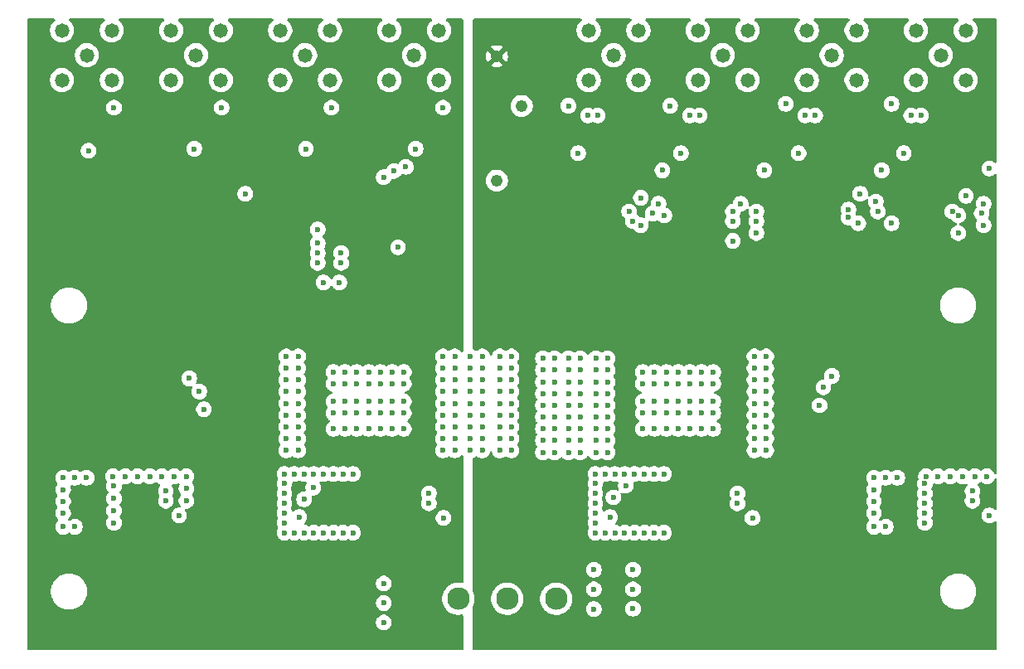
<source format=gbr>
%TF.GenerationSoftware,KiCad,Pcbnew,9.0.0*%
%TF.CreationDate,2025-03-12T11:47:34+01:00*%
%TF.ProjectId,zdc_fifo_test,7a64635f-6669-4666-9f5f-746573742e6b,rev?*%
%TF.SameCoordinates,Original*%
%TF.FileFunction,Copper,L3,Inr*%
%TF.FilePolarity,Positive*%
%FSLAX46Y46*%
G04 Gerber Fmt 4.6, Leading zero omitted, Abs format (unit mm)*
G04 Created by KiCad (PCBNEW 9.0.0) date 2025-03-12 11:47:34*
%MOMM*%
%LPD*%
G01*
G04 APERTURE LIST*
%TA.AperFunction,ComponentPad*%
%ADD10C,1.473200*%
%TD*%
%TA.AperFunction,ComponentPad*%
%ADD11C,2.300000*%
%TD*%
%TA.AperFunction,ComponentPad*%
%ADD12C,1.240000*%
%TD*%
%TA.AperFunction,ViaPad*%
%ADD13C,0.600000*%
%TD*%
G04 APERTURE END LIST*
D10*
%TO.N,Net-(J1-Pad1)*%
%TO.C,J1*%
X159830960Y-110250000D03*
%TO.N,GND*%
X157290960Y-107710000D03*
X157290960Y-112790000D03*
X162370960Y-112790000D03*
X162370960Y-107710000D03*
%TD*%
%TO.N,Net-(J2-Pad1)*%
%TO.C,J2*%
X170970640Y-110250000D03*
%TO.N,GND*%
X168430640Y-107710000D03*
X168430640Y-112790000D03*
X173510640Y-112790000D03*
X173510640Y-107710000D03*
%TD*%
D11*
%TO.N,+12V_NIM*%
%TO.C,U1*%
X207750000Y-165750000D03*
%TO.N,GND*%
X202750000Y-165750000D03*
%TO.N,-12V_NIM*%
X197750000Y-165750000D03*
%TD*%
D10*
%TO.N,Net-(J6-Pad1)*%
%TO.C,J6*%
X224750000Y-110250000D03*
%TO.N,GND*%
X222210000Y-107710000D03*
X222210000Y-112790000D03*
X227290000Y-112790000D03*
X227290000Y-107710000D03*
%TD*%
D12*
%TO.N,-5V_stg2*%
%TO.C,VR2*%
X201708620Y-123038500D03*
%TO.N,Net-(VR2-WIPER)*%
X204248620Y-115418500D03*
%TO.N,+5V_stg2*%
X201708620Y-110338500D03*
%TD*%
D10*
%TO.N,Net-(J7-Pad1)*%
%TO.C,J7*%
X235889680Y-110250000D03*
%TO.N,GND*%
X233349680Y-107710000D03*
X233349680Y-112790000D03*
X238429680Y-112790000D03*
X238429680Y-107710000D03*
%TD*%
%TO.N,Net-(J4-Pad1)*%
%TO.C,J4*%
X193250000Y-110250000D03*
%TO.N,GND*%
X190710000Y-107710000D03*
X190710000Y-112790000D03*
X195790000Y-112790000D03*
X195790000Y-107710000D03*
%TD*%
%TO.N,Net-(J5-Pad1)*%
%TO.C,J5*%
X213610320Y-110250000D03*
%TO.N,GND*%
X211070320Y-107710000D03*
X211070320Y-112790000D03*
X216150320Y-112790000D03*
X216150320Y-107710000D03*
%TD*%
%TO.N,Net-(J3-Pad1)*%
%TO.C,J3*%
X182110320Y-110250000D03*
%TO.N,GND*%
X179570320Y-107710000D03*
X179570320Y-112790000D03*
X184650320Y-112790000D03*
X184650320Y-107710000D03*
%TD*%
%TO.N,Net-(J8-Pad1)*%
%TO.C,J8*%
X247029360Y-110250000D03*
%TO.N,GND*%
X244489360Y-107710000D03*
X244489360Y-112790000D03*
X249569360Y-112790000D03*
X249569360Y-107710000D03*
%TD*%
D13*
%TO.N,GND*%
X199000000Y-150600000D03*
X196200000Y-147000000D03*
X203200000Y-144600000D03*
X221400000Y-143800000D03*
X218800000Y-126600000D03*
X220200000Y-142600000D03*
X210200000Y-150800000D03*
X180200000Y-144600000D03*
X173600000Y-115600000D03*
X220200000Y-143800000D03*
X222600000Y-146800000D03*
X185800000Y-131450000D03*
X220200000Y-146800000D03*
X207600000Y-141200000D03*
X202000000Y-147000000D03*
X191000000Y-142600000D03*
X222600000Y-142600000D03*
X211800000Y-150800000D03*
X207600000Y-149600000D03*
X192200000Y-142600000D03*
X207600000Y-143600000D03*
X209000000Y-148400000D03*
X199000000Y-148200000D03*
X185800000Y-130450000D03*
X223800000Y-146800000D03*
X214850000Y-154200000D03*
X229200000Y-143400000D03*
X234650000Y-146000000D03*
X221400000Y-116400000D03*
X202000000Y-148200000D03*
X192200000Y-148400000D03*
X202000000Y-144600000D03*
X203200000Y-150600000D03*
X218200000Y-125400000D03*
X199000000Y-145800000D03*
X231200000Y-115200000D03*
X200200000Y-144600000D03*
X189800000Y-148400000D03*
X194750000Y-156000000D03*
X202000000Y-149400000D03*
X223800000Y-143800000D03*
X211000000Y-116400000D03*
X207600000Y-144800000D03*
X209000000Y-115400000D03*
X221400000Y-145600000D03*
X181400000Y-149400000D03*
X190150000Y-164200000D03*
X206400000Y-147200000D03*
X229000000Y-122000000D03*
X210200000Y-148400000D03*
X203200000Y-143400000D03*
X211800000Y-146000000D03*
X176000000Y-124400000D03*
X219000000Y-145600000D03*
X234200000Y-116400000D03*
X206400000Y-143600000D03*
X211800000Y-144800000D03*
X215600000Y-164790000D03*
X192200000Y-143800000D03*
X203200000Y-145800000D03*
X228000000Y-144600000D03*
X250270000Y-154750000D03*
X240200000Y-153400000D03*
X197400000Y-145800000D03*
X206400000Y-149600000D03*
X192400000Y-121650000D03*
X219000000Y-142600000D03*
X228000000Y-149400000D03*
X211800000Y-141200000D03*
X235037500Y-144150000D03*
X196200000Y-144600000D03*
X228000000Y-147000000D03*
X209000000Y-149600000D03*
X209000000Y-144800000D03*
X213000000Y-150800000D03*
X157400000Y-157000000D03*
X199000000Y-147000000D03*
X227800000Y-157500000D03*
X210200000Y-149600000D03*
X189800000Y-142600000D03*
X187400000Y-148400000D03*
X223800000Y-145600000D03*
X222600000Y-148400000D03*
X180200000Y-150600000D03*
X229200000Y-150600000D03*
X186200000Y-143800000D03*
X185000000Y-143800000D03*
X216600000Y-146800000D03*
X181400000Y-145800000D03*
X180200000Y-147000000D03*
X196200000Y-141000000D03*
X219000000Y-148400000D03*
X200200000Y-149400000D03*
X162600000Y-115600000D03*
X158600000Y-158400000D03*
X217800000Y-146800000D03*
X196200000Y-150600000D03*
X240200000Y-155800000D03*
X167895000Y-154750000D03*
X188600000Y-146800000D03*
X200200000Y-142200000D03*
X216600000Y-148400000D03*
X200200000Y-143400000D03*
X196200000Y-145800000D03*
X252000000Y-157250000D03*
X206400000Y-148400000D03*
X219000000Y-146800000D03*
X210200000Y-141200000D03*
X228200000Y-127200000D03*
X188600000Y-143800000D03*
X203200000Y-147000000D03*
X229200000Y-148200000D03*
X213000000Y-147200000D03*
X221400000Y-142600000D03*
X212000000Y-116400000D03*
X188600000Y-145600000D03*
X210200000Y-144800000D03*
X187400000Y-142600000D03*
X185600000Y-133450000D03*
X207600000Y-148400000D03*
X229200000Y-145800000D03*
X197400000Y-148200000D03*
X197400000Y-142200000D03*
X241000000Y-122000000D03*
X217800000Y-145600000D03*
X210200000Y-146000000D03*
X186200000Y-146800000D03*
X197400000Y-149400000D03*
X211800000Y-147200000D03*
X158600000Y-153400000D03*
X213000000Y-144800000D03*
X199000000Y-141000000D03*
X209000000Y-142400000D03*
X242000000Y-127400000D03*
X206400000Y-144800000D03*
X202000000Y-150600000D03*
X215600000Y-162800000D03*
X199000000Y-142200000D03*
X197400000Y-143400000D03*
X180200000Y-145800000D03*
X229200000Y-141000000D03*
X180200000Y-148200000D03*
X203200000Y-149400000D03*
X169250000Y-157250000D03*
X199000000Y-143400000D03*
X181400000Y-142200000D03*
X229200000Y-147000000D03*
X211800000Y-149600000D03*
X228000000Y-141000000D03*
X188600000Y-148400000D03*
X200200000Y-147000000D03*
X216600000Y-145600000D03*
X222600000Y-145600000D03*
X185000000Y-146800000D03*
X182950000Y-154400000D03*
X245000000Y-116400000D03*
X196200000Y-148200000D03*
X213000000Y-148400000D03*
X209000000Y-147200000D03*
X190130000Y-122700000D03*
X189800000Y-146800000D03*
X217800000Y-142600000D03*
X229200000Y-149400000D03*
X210200000Y-147200000D03*
X186200000Y-148400000D03*
X202000000Y-141000000D03*
X185000000Y-145600000D03*
X203200000Y-142200000D03*
X189800000Y-143800000D03*
X211800000Y-148400000D03*
X192200000Y-146800000D03*
X226270000Y-155000000D03*
X209000000Y-150800000D03*
X181400000Y-147000000D03*
X180200000Y-143400000D03*
X220200000Y-145600000D03*
X157400000Y-158400000D03*
X202000000Y-143400000D03*
X159800000Y-153400000D03*
X187400000Y-143800000D03*
X233200000Y-116400000D03*
X206400000Y-141200000D03*
X241400000Y-153400000D03*
X223800000Y-142600000D03*
X228200000Y-128400000D03*
X180200000Y-141000000D03*
X186200000Y-142600000D03*
X197400000Y-147000000D03*
X219000000Y-143800000D03*
X180200000Y-149400000D03*
X190150000Y-168180000D03*
X170283750Y-143250000D03*
X191000000Y-148400000D03*
X189800000Y-145600000D03*
X218600000Y-122000000D03*
X222600000Y-143800000D03*
X200200000Y-148200000D03*
X211800000Y-143600000D03*
X180200000Y-142200000D03*
X216600000Y-143800000D03*
X206400000Y-146000000D03*
X217800000Y-143800000D03*
X219400000Y-115400000D03*
X240600000Y-126200000D03*
X200200000Y-145800000D03*
X197400000Y-141000000D03*
X228000000Y-143400000D03*
X228000000Y-150600000D03*
X199000000Y-144600000D03*
X182000000Y-155600000D03*
X191600000Y-129850000D03*
X191000000Y-145600000D03*
X196200000Y-143400000D03*
X206400000Y-150800000D03*
X250270000Y-155750000D03*
X200200000Y-141000000D03*
X235912500Y-143000000D03*
X213000000Y-146000000D03*
X220200000Y-148400000D03*
X196200000Y-142200000D03*
X191000000Y-146800000D03*
X221400000Y-146800000D03*
X216600000Y-142600000D03*
X240200000Y-158400000D03*
X157400000Y-154600000D03*
X196250000Y-157500000D03*
X251400000Y-125400000D03*
X196200000Y-115600000D03*
X251400000Y-127600000D03*
X211800000Y-142400000D03*
X202000000Y-142200000D03*
X213250000Y-157400000D03*
X185000000Y-148400000D03*
X203200000Y-141000000D03*
X194750000Y-155000000D03*
X223800000Y-148400000D03*
X217800000Y-148400000D03*
X196200000Y-149400000D03*
X215600000Y-166780000D03*
X209000000Y-143600000D03*
X181512500Y-157400000D03*
X171783750Y-146400000D03*
X210200000Y-143600000D03*
X197400000Y-144600000D03*
X181400000Y-144600000D03*
X228000000Y-142200000D03*
X200200000Y-150600000D03*
X187400000Y-146800000D03*
X213000000Y-149600000D03*
X242600000Y-153400000D03*
X181400000Y-148200000D03*
X191200000Y-122050000D03*
X229200000Y-144600000D03*
X252000000Y-121800000D03*
X199000000Y-149400000D03*
X222400000Y-116400000D03*
X190150000Y-166190000D03*
X185000000Y-142600000D03*
X221400000Y-148400000D03*
X228200000Y-126200000D03*
X181400000Y-150600000D03*
X171312500Y-144600000D03*
X241400000Y-158400000D03*
X217600000Y-126400000D03*
X181400000Y-143400000D03*
X202000000Y-145800000D03*
X213600000Y-155400000D03*
X186200000Y-145600000D03*
X213000000Y-143600000D03*
X167895000Y-155750000D03*
X209000000Y-146000000D03*
X206400000Y-142400000D03*
X207600000Y-150800000D03*
X188600000Y-142600000D03*
X207600000Y-142400000D03*
X210200000Y-142400000D03*
X203200000Y-148200000D03*
X226270000Y-156000000D03*
X197400000Y-150600000D03*
X251200000Y-126400000D03*
X240200000Y-157000000D03*
X209000000Y-141200000D03*
X244000000Y-116400000D03*
X228000000Y-148200000D03*
X240400000Y-125200000D03*
X187400000Y-145600000D03*
X184800000Y-115600000D03*
X181400000Y-141000000D03*
X240200000Y-154600000D03*
X157400000Y-155800000D03*
X207600000Y-146000000D03*
X213000000Y-142400000D03*
X213000000Y-141200000D03*
X228000000Y-145800000D03*
X242000000Y-115200000D03*
X229200000Y-142200000D03*
X157400000Y-153400000D03*
X192200000Y-145600000D03*
X191000000Y-143800000D03*
X207600000Y-147200000D03*
%TO.N,+12V_NIM*%
X217750000Y-159000000D03*
X211600000Y-162800000D03*
X213750000Y-153000000D03*
X181000000Y-153000000D03*
X211600000Y-164790000D03*
X216750000Y-153000000D03*
X218750000Y-159000000D03*
X211750000Y-153000000D03*
X180000000Y-158000000D03*
X211750000Y-158000000D03*
X181000000Y-159000000D03*
X214750000Y-159000000D03*
X180000000Y-155000000D03*
X216750000Y-159000000D03*
X183000000Y-159000000D03*
X211750000Y-154000000D03*
X184000000Y-153000000D03*
X180000000Y-157000000D03*
X185000000Y-153000000D03*
X183000000Y-153000000D03*
X215750000Y-159000000D03*
X186000000Y-153000000D03*
X182000000Y-153000000D03*
X185000000Y-159000000D03*
X180000000Y-154000000D03*
X180000000Y-153000000D03*
X214750000Y-153000000D03*
X212750000Y-153000000D03*
X211750000Y-157000000D03*
X213750000Y-159000000D03*
X218750000Y-153000000D03*
X182000000Y-159000000D03*
X215750000Y-153000000D03*
X217750000Y-153000000D03*
X180000000Y-159000000D03*
X187000000Y-159000000D03*
X184000000Y-159000000D03*
X211750000Y-159000000D03*
X186000000Y-159000000D03*
X212750000Y-159000000D03*
X180000000Y-156000000D03*
X187000000Y-153000000D03*
X211600000Y-166800000D03*
X211750000Y-155000000D03*
X211750000Y-156000000D03*
%TO.N,-5V_stg1*%
X163750000Y-153250000D03*
X165000000Y-153250000D03*
X162600000Y-158000000D03*
X170000000Y-153250000D03*
X162600000Y-154250000D03*
X184000000Y-133450000D03*
X170000000Y-154500000D03*
X183400000Y-131450000D03*
X183400000Y-129450000D03*
X162600000Y-155500000D03*
X162600000Y-156750000D03*
X170000000Y-155750000D03*
X162500000Y-153250000D03*
X166250000Y-153250000D03*
X167500000Y-153250000D03*
X183400000Y-130450000D03*
X168750000Y-153250000D03*
%TO.N,+5V_stg1*%
X190250000Y-152750000D03*
X192250000Y-152750000D03*
X191200000Y-125450000D03*
X195250000Y-152750000D03*
X189250000Y-155750000D03*
X197250000Y-153750000D03*
X189400000Y-124450000D03*
X194250000Y-152750000D03*
X189250000Y-153750000D03*
X191000000Y-124450000D03*
X191200000Y-126250000D03*
X196250000Y-152750000D03*
X196250000Y-159250000D03*
X192250000Y-159250000D03*
X197250000Y-152750000D03*
X189250000Y-156750000D03*
X189250000Y-157750000D03*
X193250000Y-159250000D03*
X191250000Y-152750000D03*
X192400000Y-125050000D03*
X193250000Y-152750000D03*
X194250000Y-159250000D03*
X189250000Y-152750000D03*
X190250000Y-159250000D03*
X197250000Y-159250000D03*
X191250000Y-159250000D03*
X189250000Y-159250000D03*
X197250000Y-154750000D03*
X197250000Y-155750000D03*
X189250000Y-154750000D03*
X195250000Y-159250000D03*
%TO.N,+5V_stg2*%
X229000000Y-153000000D03*
X223200000Y-118200000D03*
X226000000Y-153000000D03*
X230000000Y-157000000D03*
X212600000Y-118200000D03*
X221000000Y-156000000D03*
X221000000Y-153000000D03*
X230000000Y-154000000D03*
X210400000Y-118200000D03*
X221000000Y-158000000D03*
X222000000Y-153000000D03*
X242000000Y-118600000D03*
X232600000Y-118200000D03*
X221000000Y-154000000D03*
X223000000Y-153000000D03*
X243200000Y-118200000D03*
X245800000Y-118200000D03*
X227000000Y-153000000D03*
X230000000Y-155000000D03*
X230000000Y-153000000D03*
X231200000Y-118600000D03*
X230000000Y-158000000D03*
X228000000Y-153000000D03*
X220800000Y-118200000D03*
X235000000Y-118200000D03*
X230000000Y-156000000D03*
X221000000Y-159000000D03*
X219400000Y-118600000D03*
X221000000Y-157000000D03*
X229000000Y-159000000D03*
X224000000Y-153000000D03*
X230000000Y-159000000D03*
X209000000Y-118600000D03*
X225000000Y-153000000D03*
X221000000Y-155000000D03*
%TO.N,-5V_stg2*%
X250500000Y-153250000D03*
X225800000Y-126200000D03*
X225800000Y-127200000D03*
X248000000Y-153250000D03*
X216400000Y-127600000D03*
X226600000Y-125400000D03*
X245400000Y-156000000D03*
X225800000Y-129200000D03*
X249600000Y-124600000D03*
X248200000Y-126200000D03*
X245400000Y-155000000D03*
X245400000Y-158000000D03*
X246750000Y-153250000D03*
X245500000Y-153250000D03*
X237600000Y-126800000D03*
X216400000Y-124800000D03*
X245400000Y-157000000D03*
X238800000Y-124400000D03*
X248800000Y-126600000D03*
X248800000Y-128400000D03*
X238600000Y-127400000D03*
X215600000Y-127200000D03*
X245400000Y-154000000D03*
X215200000Y-126200000D03*
X237600000Y-126000000D03*
X249250000Y-153250000D03*
X251750000Y-153250000D03*
%TO.N,Net-(IC1-NONINVERTING_INPUT)*%
X193400000Y-119800000D03*
X183400000Y-128035000D03*
X182200000Y-119800000D03*
X170800000Y-119800000D03*
X160000000Y-120000000D03*
%TO.N,Net-(VR2-WIPER)*%
X243250000Y-120250000D03*
X210000000Y-120250000D03*
X232500000Y-120250000D03*
X220500000Y-120250000D03*
%TD*%
%TA.AperFunction,Conductor*%
%TO.N,+5V_stg1*%
G36*
X156536421Y-106520185D02*
G01*
X156582176Y-106572989D01*
X156592120Y-106642147D01*
X156563095Y-106705703D01*
X156542267Y-106724818D01*
X156485047Y-106766390D01*
X156485041Y-106766395D01*
X156347355Y-106904081D01*
X156232898Y-107061617D01*
X156144496Y-107235116D01*
X156084321Y-107420315D01*
X156053860Y-107612638D01*
X156053860Y-107807362D01*
X156084322Y-107999688D01*
X156144495Y-108184881D01*
X156232898Y-108358382D01*
X156347353Y-108515916D01*
X156485044Y-108653607D01*
X156642578Y-108768062D01*
X156816079Y-108856465D01*
X157001272Y-108916638D01*
X157193598Y-108947100D01*
X157193599Y-108947100D01*
X157388321Y-108947100D01*
X157388322Y-108947100D01*
X157580648Y-108916638D01*
X157765841Y-108856465D01*
X157939342Y-108768062D01*
X158096876Y-108653607D01*
X158234567Y-108515916D01*
X158349022Y-108358382D01*
X158437425Y-108184881D01*
X158497598Y-107999688D01*
X158528060Y-107807362D01*
X158528060Y-107612638D01*
X158497598Y-107420312D01*
X158437425Y-107235119D01*
X158349022Y-107061618D01*
X158234567Y-106904084D01*
X158096876Y-106766393D01*
X158039653Y-106724818D01*
X157996987Y-106669488D01*
X157991008Y-106599875D01*
X158023614Y-106538080D01*
X158084452Y-106503723D01*
X158112538Y-106500500D01*
X161549382Y-106500500D01*
X161616421Y-106520185D01*
X161662176Y-106572989D01*
X161672120Y-106642147D01*
X161643095Y-106705703D01*
X161622267Y-106724818D01*
X161565047Y-106766390D01*
X161565041Y-106766395D01*
X161427355Y-106904081D01*
X161312898Y-107061617D01*
X161224496Y-107235116D01*
X161164321Y-107420315D01*
X161133860Y-107612638D01*
X161133860Y-107807362D01*
X161164322Y-107999688D01*
X161224495Y-108184881D01*
X161312898Y-108358382D01*
X161427353Y-108515916D01*
X161565044Y-108653607D01*
X161722578Y-108768062D01*
X161896079Y-108856465D01*
X162081272Y-108916638D01*
X162273598Y-108947100D01*
X162273599Y-108947100D01*
X162468321Y-108947100D01*
X162468322Y-108947100D01*
X162660648Y-108916638D01*
X162845841Y-108856465D01*
X163019342Y-108768062D01*
X163176876Y-108653607D01*
X163314567Y-108515916D01*
X163429022Y-108358382D01*
X163517425Y-108184881D01*
X163577598Y-107999688D01*
X163608060Y-107807362D01*
X163608060Y-107612638D01*
X163577598Y-107420312D01*
X163517425Y-107235119D01*
X163429022Y-107061618D01*
X163314567Y-106904084D01*
X163176876Y-106766393D01*
X163119653Y-106724818D01*
X163076987Y-106669488D01*
X163071008Y-106599875D01*
X163103614Y-106538080D01*
X163164452Y-106503723D01*
X163192538Y-106500500D01*
X167609062Y-106500500D01*
X167676101Y-106520185D01*
X167721856Y-106572989D01*
X167731800Y-106642147D01*
X167702775Y-106705703D01*
X167681947Y-106724818D01*
X167624727Y-106766390D01*
X167624721Y-106766395D01*
X167487035Y-106904081D01*
X167372578Y-107061617D01*
X167284176Y-107235116D01*
X167224001Y-107420315D01*
X167193540Y-107612638D01*
X167193540Y-107807362D01*
X167224002Y-107999688D01*
X167284175Y-108184881D01*
X167372578Y-108358382D01*
X167487033Y-108515916D01*
X167624724Y-108653607D01*
X167782258Y-108768062D01*
X167955759Y-108856465D01*
X168140952Y-108916638D01*
X168333278Y-108947100D01*
X168333279Y-108947100D01*
X168528001Y-108947100D01*
X168528002Y-108947100D01*
X168720328Y-108916638D01*
X168905521Y-108856465D01*
X169079022Y-108768062D01*
X169236556Y-108653607D01*
X169374247Y-108515916D01*
X169488702Y-108358382D01*
X169577105Y-108184881D01*
X169637278Y-107999688D01*
X169667740Y-107807362D01*
X169667740Y-107612638D01*
X169637278Y-107420312D01*
X169577105Y-107235119D01*
X169488702Y-107061618D01*
X169374247Y-106904084D01*
X169236556Y-106766393D01*
X169179333Y-106724818D01*
X169136667Y-106669488D01*
X169130688Y-106599875D01*
X169163294Y-106538080D01*
X169224132Y-106503723D01*
X169252218Y-106500500D01*
X172689062Y-106500500D01*
X172756101Y-106520185D01*
X172801856Y-106572989D01*
X172811800Y-106642147D01*
X172782775Y-106705703D01*
X172761947Y-106724818D01*
X172704727Y-106766390D01*
X172704721Y-106766395D01*
X172567035Y-106904081D01*
X172452578Y-107061617D01*
X172364176Y-107235116D01*
X172304001Y-107420315D01*
X172273540Y-107612638D01*
X172273540Y-107807362D01*
X172304002Y-107999688D01*
X172364175Y-108184881D01*
X172452578Y-108358382D01*
X172567033Y-108515916D01*
X172704724Y-108653607D01*
X172862258Y-108768062D01*
X173035759Y-108856465D01*
X173220952Y-108916638D01*
X173413278Y-108947100D01*
X173413279Y-108947100D01*
X173608001Y-108947100D01*
X173608002Y-108947100D01*
X173800328Y-108916638D01*
X173985521Y-108856465D01*
X174159022Y-108768062D01*
X174316556Y-108653607D01*
X174454247Y-108515916D01*
X174568702Y-108358382D01*
X174657105Y-108184881D01*
X174717278Y-107999688D01*
X174747740Y-107807362D01*
X174747740Y-107612638D01*
X174717278Y-107420312D01*
X174657105Y-107235119D01*
X174568702Y-107061618D01*
X174454247Y-106904084D01*
X174316556Y-106766393D01*
X174259333Y-106724818D01*
X174216667Y-106669488D01*
X174210688Y-106599875D01*
X174243294Y-106538080D01*
X174304132Y-106503723D01*
X174332218Y-106500500D01*
X178748742Y-106500500D01*
X178815781Y-106520185D01*
X178861536Y-106572989D01*
X178871480Y-106642147D01*
X178842455Y-106705703D01*
X178821627Y-106724818D01*
X178764407Y-106766390D01*
X178764401Y-106766395D01*
X178626715Y-106904081D01*
X178512258Y-107061617D01*
X178423856Y-107235116D01*
X178363681Y-107420315D01*
X178333220Y-107612638D01*
X178333220Y-107807362D01*
X178363682Y-107999688D01*
X178423855Y-108184881D01*
X178512258Y-108358382D01*
X178626713Y-108515916D01*
X178764404Y-108653607D01*
X178921938Y-108768062D01*
X179095439Y-108856465D01*
X179280632Y-108916638D01*
X179472958Y-108947100D01*
X179472959Y-108947100D01*
X179667681Y-108947100D01*
X179667682Y-108947100D01*
X179860008Y-108916638D01*
X180045201Y-108856465D01*
X180218702Y-108768062D01*
X180376236Y-108653607D01*
X180513927Y-108515916D01*
X180628382Y-108358382D01*
X180716785Y-108184881D01*
X180776958Y-107999688D01*
X180807420Y-107807362D01*
X180807420Y-107612638D01*
X180776958Y-107420312D01*
X180716785Y-107235119D01*
X180628382Y-107061618D01*
X180513927Y-106904084D01*
X180376236Y-106766393D01*
X180319013Y-106724818D01*
X180276347Y-106669488D01*
X180270368Y-106599875D01*
X180302974Y-106538080D01*
X180363812Y-106503723D01*
X180391898Y-106500500D01*
X183828742Y-106500500D01*
X183895781Y-106520185D01*
X183941536Y-106572989D01*
X183951480Y-106642147D01*
X183922455Y-106705703D01*
X183901627Y-106724818D01*
X183844407Y-106766390D01*
X183844401Y-106766395D01*
X183706715Y-106904081D01*
X183592258Y-107061617D01*
X183503856Y-107235116D01*
X183443681Y-107420315D01*
X183413220Y-107612638D01*
X183413220Y-107807362D01*
X183443682Y-107999688D01*
X183503855Y-108184881D01*
X183592258Y-108358382D01*
X183706713Y-108515916D01*
X183844404Y-108653607D01*
X184001938Y-108768062D01*
X184175439Y-108856465D01*
X184360632Y-108916638D01*
X184552958Y-108947100D01*
X184552959Y-108947100D01*
X184747681Y-108947100D01*
X184747682Y-108947100D01*
X184940008Y-108916638D01*
X185125201Y-108856465D01*
X185298702Y-108768062D01*
X185456236Y-108653607D01*
X185593927Y-108515916D01*
X185708382Y-108358382D01*
X185796785Y-108184881D01*
X185856958Y-107999688D01*
X185887420Y-107807362D01*
X185887420Y-107612638D01*
X185856958Y-107420312D01*
X185796785Y-107235119D01*
X185708382Y-107061618D01*
X185593927Y-106904084D01*
X185456236Y-106766393D01*
X185399013Y-106724818D01*
X185356347Y-106669488D01*
X185350368Y-106599875D01*
X185382974Y-106538080D01*
X185443812Y-106503723D01*
X185471898Y-106500500D01*
X189888422Y-106500500D01*
X189955461Y-106520185D01*
X190001216Y-106572989D01*
X190011160Y-106642147D01*
X189982135Y-106705703D01*
X189961307Y-106724818D01*
X189904087Y-106766390D01*
X189904081Y-106766395D01*
X189766395Y-106904081D01*
X189651938Y-107061617D01*
X189563536Y-107235116D01*
X189503361Y-107420315D01*
X189472900Y-107612638D01*
X189472900Y-107807362D01*
X189503362Y-107999688D01*
X189563535Y-108184881D01*
X189651938Y-108358382D01*
X189766393Y-108515916D01*
X189904084Y-108653607D01*
X190061618Y-108768062D01*
X190235119Y-108856465D01*
X190420312Y-108916638D01*
X190612638Y-108947100D01*
X190612639Y-108947100D01*
X190807361Y-108947100D01*
X190807362Y-108947100D01*
X190999688Y-108916638D01*
X191184881Y-108856465D01*
X191358382Y-108768062D01*
X191515916Y-108653607D01*
X191653607Y-108515916D01*
X191768062Y-108358382D01*
X191856465Y-108184881D01*
X191916638Y-107999688D01*
X191947100Y-107807362D01*
X191947100Y-107612638D01*
X191916638Y-107420312D01*
X191856465Y-107235119D01*
X191768062Y-107061618D01*
X191653607Y-106904084D01*
X191515916Y-106766393D01*
X191458693Y-106724818D01*
X191416027Y-106669488D01*
X191410048Y-106599875D01*
X191442654Y-106538080D01*
X191503492Y-106503723D01*
X191531578Y-106500500D01*
X194968422Y-106500500D01*
X195035461Y-106520185D01*
X195081216Y-106572989D01*
X195091160Y-106642147D01*
X195062135Y-106705703D01*
X195041307Y-106724818D01*
X194984087Y-106766390D01*
X194984081Y-106766395D01*
X194846395Y-106904081D01*
X194731938Y-107061617D01*
X194643536Y-107235116D01*
X194583361Y-107420315D01*
X194552900Y-107612638D01*
X194552900Y-107807362D01*
X194583362Y-107999688D01*
X194643535Y-108184881D01*
X194731938Y-108358382D01*
X194846393Y-108515916D01*
X194984084Y-108653607D01*
X195141618Y-108768062D01*
X195315119Y-108856465D01*
X195500312Y-108916638D01*
X195692638Y-108947100D01*
X195692639Y-108947100D01*
X195887361Y-108947100D01*
X195887362Y-108947100D01*
X196079688Y-108916638D01*
X196264881Y-108856465D01*
X196438382Y-108768062D01*
X196595916Y-108653607D01*
X196733607Y-108515916D01*
X196848062Y-108358382D01*
X196936465Y-108184881D01*
X196996638Y-107999688D01*
X197027100Y-107807362D01*
X197027100Y-107612638D01*
X196996638Y-107420312D01*
X196936465Y-107235119D01*
X196848062Y-107061618D01*
X196733607Y-106904084D01*
X196595916Y-106766393D01*
X196538693Y-106724818D01*
X196496027Y-106669488D01*
X196490048Y-106599875D01*
X196522654Y-106538080D01*
X196583492Y-106503723D01*
X196611578Y-106500500D01*
X198126000Y-106500500D01*
X198193039Y-106520185D01*
X198238794Y-106572989D01*
X198250000Y-106624500D01*
X198250000Y-140422479D01*
X198230315Y-140489518D01*
X198177511Y-140535273D01*
X198108353Y-140545217D01*
X198044797Y-140516192D01*
X198022899Y-140491371D01*
X198021791Y-140489714D01*
X198021786Y-140489707D01*
X197910292Y-140378213D01*
X197910288Y-140378210D01*
X197779185Y-140290609D01*
X197779172Y-140290602D01*
X197633501Y-140230264D01*
X197633489Y-140230261D01*
X197478845Y-140199500D01*
X197478842Y-140199500D01*
X197321158Y-140199500D01*
X197321155Y-140199500D01*
X197166510Y-140230261D01*
X197166498Y-140230264D01*
X197020827Y-140290602D01*
X197020814Y-140290609D01*
X196889711Y-140378210D01*
X196889707Y-140378213D01*
X196887681Y-140380240D01*
X196886357Y-140380962D01*
X196885001Y-140382076D01*
X196884789Y-140381818D01*
X196826358Y-140413725D01*
X196756666Y-140408741D01*
X196715060Y-140382001D01*
X196714999Y-140382076D01*
X196714360Y-140381552D01*
X196712319Y-140380240D01*
X196710292Y-140378213D01*
X196710288Y-140378210D01*
X196579185Y-140290609D01*
X196579172Y-140290602D01*
X196433501Y-140230264D01*
X196433489Y-140230261D01*
X196278845Y-140199500D01*
X196278842Y-140199500D01*
X196121158Y-140199500D01*
X196121155Y-140199500D01*
X195966510Y-140230261D01*
X195966498Y-140230264D01*
X195820827Y-140290602D01*
X195820814Y-140290609D01*
X195689711Y-140378210D01*
X195689707Y-140378213D01*
X195578213Y-140489707D01*
X195578210Y-140489711D01*
X195490609Y-140620814D01*
X195490602Y-140620827D01*
X195430264Y-140766498D01*
X195430261Y-140766510D01*
X195399500Y-140921153D01*
X195399500Y-141078846D01*
X195430261Y-141233489D01*
X195430264Y-141233501D01*
X195490602Y-141379172D01*
X195490609Y-141379185D01*
X195578210Y-141510288D01*
X195578213Y-141510292D01*
X195580240Y-141512319D01*
X195580962Y-141513642D01*
X195582076Y-141514999D01*
X195581818Y-141515210D01*
X195613725Y-141573642D01*
X195608741Y-141643334D01*
X195582001Y-141684939D01*
X195582076Y-141685001D01*
X195581552Y-141685639D01*
X195580240Y-141687681D01*
X195578213Y-141689707D01*
X195578210Y-141689711D01*
X195490609Y-141820814D01*
X195490602Y-141820827D01*
X195430264Y-141966498D01*
X195430261Y-141966510D01*
X195399500Y-142121153D01*
X195399500Y-142278846D01*
X195430261Y-142433489D01*
X195430264Y-142433501D01*
X195490602Y-142579172D01*
X195490609Y-142579185D01*
X195578210Y-142710288D01*
X195578213Y-142710292D01*
X195580240Y-142712319D01*
X195580962Y-142713642D01*
X195582076Y-142714999D01*
X195581818Y-142715210D01*
X195613725Y-142773642D01*
X195608741Y-142843334D01*
X195582001Y-142884939D01*
X195582076Y-142885001D01*
X195581552Y-142885639D01*
X195580240Y-142887681D01*
X195578213Y-142889707D01*
X195578210Y-142889711D01*
X195490609Y-143020814D01*
X195490602Y-143020827D01*
X195430264Y-143166498D01*
X195430261Y-143166510D01*
X195399500Y-143321153D01*
X195399500Y-143478846D01*
X195430261Y-143633489D01*
X195430264Y-143633501D01*
X195490602Y-143779172D01*
X195490609Y-143779185D01*
X195578210Y-143910288D01*
X195578213Y-143910292D01*
X195580240Y-143912319D01*
X195580962Y-143913642D01*
X195582076Y-143914999D01*
X195581818Y-143915210D01*
X195613725Y-143973642D01*
X195608741Y-144043334D01*
X195582001Y-144084939D01*
X195582076Y-144085001D01*
X195581552Y-144085639D01*
X195580240Y-144087681D01*
X195578213Y-144089707D01*
X195578210Y-144089711D01*
X195490609Y-144220814D01*
X195490602Y-144220827D01*
X195430264Y-144366498D01*
X195430261Y-144366510D01*
X195399500Y-144521153D01*
X195399500Y-144678846D01*
X195430261Y-144833489D01*
X195430264Y-144833501D01*
X195490602Y-144979172D01*
X195490609Y-144979185D01*
X195578210Y-145110288D01*
X195578213Y-145110292D01*
X195580240Y-145112319D01*
X195580962Y-145113642D01*
X195582076Y-145114999D01*
X195581818Y-145115210D01*
X195613725Y-145173642D01*
X195608741Y-145243334D01*
X195582001Y-145284939D01*
X195582076Y-145285001D01*
X195581552Y-145285639D01*
X195580240Y-145287681D01*
X195578213Y-145289707D01*
X195578210Y-145289711D01*
X195490609Y-145420814D01*
X195490602Y-145420827D01*
X195430264Y-145566498D01*
X195430261Y-145566510D01*
X195399500Y-145721153D01*
X195399500Y-145878846D01*
X195430261Y-146033489D01*
X195430264Y-146033501D01*
X195490602Y-146179172D01*
X195490609Y-146179185D01*
X195578210Y-146310288D01*
X195578213Y-146310292D01*
X195580240Y-146312319D01*
X195580962Y-146313642D01*
X195582076Y-146314999D01*
X195581818Y-146315210D01*
X195613725Y-146373642D01*
X195608741Y-146443334D01*
X195582001Y-146484939D01*
X195582076Y-146485001D01*
X195581552Y-146485639D01*
X195580240Y-146487681D01*
X195578213Y-146489707D01*
X195578210Y-146489711D01*
X195490609Y-146620814D01*
X195490602Y-146620827D01*
X195430264Y-146766498D01*
X195430261Y-146766510D01*
X195399500Y-146921153D01*
X195399500Y-147078846D01*
X195430261Y-147233489D01*
X195430264Y-147233501D01*
X195490602Y-147379172D01*
X195490609Y-147379185D01*
X195578210Y-147510288D01*
X195578213Y-147510292D01*
X195580240Y-147512319D01*
X195580962Y-147513642D01*
X195582076Y-147514999D01*
X195581818Y-147515210D01*
X195613725Y-147573642D01*
X195608741Y-147643334D01*
X195582001Y-147684939D01*
X195582076Y-147685001D01*
X195581552Y-147685639D01*
X195580240Y-147687681D01*
X195578213Y-147689707D01*
X195578210Y-147689711D01*
X195490609Y-147820814D01*
X195490602Y-147820827D01*
X195430264Y-147966498D01*
X195430261Y-147966510D01*
X195399500Y-148121153D01*
X195399500Y-148278846D01*
X195430261Y-148433489D01*
X195430264Y-148433501D01*
X195490602Y-148579172D01*
X195490609Y-148579185D01*
X195578210Y-148710288D01*
X195578213Y-148710292D01*
X195580240Y-148712319D01*
X195580962Y-148713642D01*
X195582076Y-148714999D01*
X195581818Y-148715210D01*
X195613725Y-148773642D01*
X195608741Y-148843334D01*
X195582001Y-148884939D01*
X195582076Y-148885001D01*
X195581552Y-148885639D01*
X195580240Y-148887681D01*
X195578213Y-148889707D01*
X195578210Y-148889711D01*
X195490609Y-149020814D01*
X195490602Y-149020827D01*
X195430264Y-149166498D01*
X195430261Y-149166510D01*
X195399500Y-149321153D01*
X195399500Y-149478846D01*
X195430261Y-149633489D01*
X195430264Y-149633501D01*
X195490602Y-149779172D01*
X195490609Y-149779185D01*
X195578210Y-149910288D01*
X195578213Y-149910292D01*
X195580240Y-149912319D01*
X195580962Y-149913642D01*
X195582076Y-149914999D01*
X195581818Y-149915210D01*
X195613725Y-149973642D01*
X195608741Y-150043334D01*
X195582001Y-150084939D01*
X195582076Y-150085001D01*
X195581552Y-150085639D01*
X195580240Y-150087681D01*
X195578213Y-150089707D01*
X195578210Y-150089711D01*
X195490609Y-150220814D01*
X195490602Y-150220827D01*
X195430264Y-150366498D01*
X195430261Y-150366510D01*
X195399500Y-150521153D01*
X195399500Y-150678846D01*
X195430261Y-150833489D01*
X195430264Y-150833501D01*
X195490602Y-150979172D01*
X195490609Y-150979185D01*
X195578210Y-151110288D01*
X195578213Y-151110292D01*
X195689707Y-151221786D01*
X195689711Y-151221789D01*
X195820814Y-151309390D01*
X195820827Y-151309397D01*
X195966498Y-151369735D01*
X195966503Y-151369737D01*
X196121153Y-151400499D01*
X196121156Y-151400500D01*
X196121158Y-151400500D01*
X196278844Y-151400500D01*
X196278845Y-151400499D01*
X196433497Y-151369737D01*
X196579179Y-151309394D01*
X196710289Y-151221789D01*
X196712312Y-151219766D01*
X196713634Y-151219043D01*
X196714999Y-151217924D01*
X196715211Y-151218182D01*
X196773632Y-151186276D01*
X196843324Y-151191255D01*
X196884939Y-151217999D01*
X196885001Y-151217924D01*
X196885648Y-151218454D01*
X196887688Y-151219766D01*
X196889711Y-151221789D01*
X197020814Y-151309390D01*
X197020827Y-151309397D01*
X197166498Y-151369735D01*
X197166503Y-151369737D01*
X197321153Y-151400499D01*
X197321156Y-151400500D01*
X197321158Y-151400500D01*
X197478844Y-151400500D01*
X197478845Y-151400499D01*
X197633497Y-151369737D01*
X197779179Y-151309394D01*
X197910289Y-151221789D01*
X198021789Y-151110289D01*
X198022894Y-151108634D01*
X198023698Y-151107962D01*
X198025653Y-151105581D01*
X198026104Y-151105951D01*
X198076504Y-151063827D01*
X198145829Y-151055116D01*
X198208858Y-151085267D01*
X198245580Y-151144708D01*
X198250000Y-151177520D01*
X198250000Y-164012932D01*
X198230315Y-164079971D01*
X198177511Y-164125726D01*
X198108353Y-164135670D01*
X198106602Y-164135405D01*
X197879902Y-164099500D01*
X197879897Y-164099500D01*
X197620103Y-164099500D01*
X197620098Y-164099500D01*
X197363506Y-164140140D01*
X197116423Y-164220422D01*
X196884945Y-164338368D01*
X196674774Y-164491066D01*
X196674768Y-164491071D01*
X196491071Y-164674768D01*
X196491066Y-164674774D01*
X196338368Y-164884945D01*
X196220422Y-165116423D01*
X196140140Y-165363506D01*
X196099500Y-165620097D01*
X196099500Y-165879902D01*
X196140140Y-166136493D01*
X196220422Y-166383576D01*
X196301110Y-166541932D01*
X196314989Y-166569172D01*
X196338368Y-166615054D01*
X196481302Y-166811786D01*
X196491069Y-166825229D01*
X196674771Y-167008931D01*
X196884949Y-167161634D01*
X197032445Y-167236787D01*
X197116423Y-167279577D01*
X197116425Y-167279577D01*
X197116428Y-167279579D01*
X197363507Y-167359860D01*
X197487512Y-167379500D01*
X197620098Y-167400500D01*
X197620103Y-167400500D01*
X197879902Y-167400500D01*
X198065667Y-167371077D01*
X198106602Y-167364594D01*
X198175895Y-167373549D01*
X198229347Y-167418545D01*
X198249987Y-167485296D01*
X198250000Y-167487067D01*
X198250000Y-170875500D01*
X198230315Y-170942539D01*
X198177511Y-170988294D01*
X198126000Y-170999500D01*
X153874500Y-170999500D01*
X153807461Y-170979815D01*
X153761706Y-170927011D01*
X153750500Y-170875500D01*
X153750500Y-168101153D01*
X189349500Y-168101153D01*
X189349500Y-168258846D01*
X189380261Y-168413489D01*
X189380264Y-168413501D01*
X189440602Y-168559172D01*
X189440609Y-168559185D01*
X189528210Y-168690288D01*
X189528213Y-168690292D01*
X189639707Y-168801786D01*
X189639711Y-168801789D01*
X189770814Y-168889390D01*
X189770827Y-168889397D01*
X189916498Y-168949735D01*
X189916503Y-168949737D01*
X190071153Y-168980499D01*
X190071156Y-168980500D01*
X190071158Y-168980500D01*
X190228844Y-168980500D01*
X190228845Y-168980499D01*
X190383497Y-168949737D01*
X190529179Y-168889394D01*
X190660289Y-168801789D01*
X190771789Y-168690289D01*
X190859394Y-168559179D01*
X190919737Y-168413497D01*
X190950500Y-168258842D01*
X190950500Y-168101158D01*
X190950500Y-168101155D01*
X190950499Y-168101153D01*
X190919738Y-167946510D01*
X190919737Y-167946503D01*
X190919735Y-167946498D01*
X190859397Y-167800827D01*
X190859390Y-167800814D01*
X190771789Y-167669711D01*
X190771786Y-167669707D01*
X190660292Y-167558213D01*
X190660288Y-167558210D01*
X190529185Y-167470609D01*
X190529172Y-167470602D01*
X190383501Y-167410264D01*
X190383489Y-167410261D01*
X190228845Y-167379500D01*
X190228842Y-167379500D01*
X190071158Y-167379500D01*
X190071155Y-167379500D01*
X189916510Y-167410261D01*
X189916498Y-167410264D01*
X189770827Y-167470602D01*
X189770814Y-167470609D01*
X189639711Y-167558210D01*
X189639707Y-167558213D01*
X189528213Y-167669707D01*
X189528210Y-167669711D01*
X189440609Y-167800814D01*
X189440602Y-167800827D01*
X189380264Y-167946498D01*
X189380261Y-167946510D01*
X189349500Y-168101153D01*
X153750500Y-168101153D01*
X153750500Y-164878712D01*
X156149500Y-164878712D01*
X156149500Y-165121288D01*
X156181162Y-165361789D01*
X156212554Y-165478944D01*
X156243947Y-165596104D01*
X156336773Y-165820205D01*
X156336776Y-165820212D01*
X156458064Y-166030289D01*
X156458066Y-166030292D01*
X156458067Y-166030293D01*
X156605733Y-166222736D01*
X156605739Y-166222743D01*
X156777256Y-166394260D01*
X156777263Y-166394266D01*
X156815358Y-166423497D01*
X156969711Y-166541936D01*
X157179788Y-166663224D01*
X157403900Y-166756054D01*
X157638211Y-166818838D01*
X157818586Y-166842584D01*
X157878711Y-166850500D01*
X157878712Y-166850500D01*
X158121289Y-166850500D01*
X158169388Y-166844167D01*
X158361789Y-166818838D01*
X158596100Y-166756054D01*
X158820212Y-166663224D01*
X159030289Y-166541936D01*
X159222738Y-166394265D01*
X159394265Y-166222738D01*
X159479887Y-166111153D01*
X189349500Y-166111153D01*
X189349500Y-166268846D01*
X189380261Y-166423489D01*
X189380264Y-166423501D01*
X189440602Y-166569172D01*
X189440609Y-166569185D01*
X189528210Y-166700288D01*
X189528213Y-166700292D01*
X189639707Y-166811786D01*
X189639711Y-166811789D01*
X189770814Y-166899390D01*
X189770827Y-166899397D01*
X189916498Y-166959735D01*
X189916503Y-166959737D01*
X190071153Y-166990499D01*
X190071156Y-166990500D01*
X190071158Y-166990500D01*
X190228844Y-166990500D01*
X190228845Y-166990499D01*
X190383497Y-166959737D01*
X190529179Y-166899394D01*
X190660289Y-166811789D01*
X190771789Y-166700289D01*
X190859394Y-166569179D01*
X190919737Y-166423497D01*
X190950500Y-166268842D01*
X190950500Y-166111158D01*
X190950500Y-166111155D01*
X190950499Y-166111153D01*
X190934415Y-166030293D01*
X190919737Y-165956503D01*
X190863281Y-165820205D01*
X190859397Y-165810827D01*
X190859390Y-165810814D01*
X190771789Y-165679711D01*
X190771786Y-165679707D01*
X190660292Y-165568213D01*
X190660288Y-165568210D01*
X190529185Y-165480609D01*
X190529172Y-165480602D01*
X190383501Y-165420264D01*
X190383489Y-165420261D01*
X190228845Y-165389500D01*
X190228842Y-165389500D01*
X190071158Y-165389500D01*
X190071155Y-165389500D01*
X189916510Y-165420261D01*
X189916498Y-165420264D01*
X189770827Y-165480602D01*
X189770814Y-165480609D01*
X189639711Y-165568210D01*
X189639707Y-165568213D01*
X189528213Y-165679707D01*
X189528210Y-165679711D01*
X189440609Y-165810814D01*
X189440602Y-165810827D01*
X189380264Y-165956498D01*
X189380261Y-165956510D01*
X189349500Y-166111153D01*
X159479887Y-166111153D01*
X159541936Y-166030289D01*
X159663224Y-165820212D01*
X159756054Y-165596100D01*
X159818838Y-165361789D01*
X159850500Y-165121288D01*
X159850500Y-164878712D01*
X159818838Y-164638211D01*
X159756054Y-164403900D01*
X159663224Y-164179788D01*
X159629371Y-164121153D01*
X189349500Y-164121153D01*
X189349500Y-164278846D01*
X189380261Y-164433489D01*
X189380264Y-164433501D01*
X189440602Y-164579172D01*
X189440609Y-164579185D01*
X189528210Y-164710288D01*
X189528213Y-164710292D01*
X189639707Y-164821786D01*
X189639711Y-164821789D01*
X189770814Y-164909390D01*
X189770827Y-164909397D01*
X189916498Y-164969735D01*
X189916503Y-164969737D01*
X190071153Y-165000499D01*
X190071156Y-165000500D01*
X190071158Y-165000500D01*
X190228844Y-165000500D01*
X190228845Y-165000499D01*
X190383497Y-164969737D01*
X190529179Y-164909394D01*
X190660289Y-164821789D01*
X190771789Y-164710289D01*
X190859394Y-164579179D01*
X190919737Y-164433497D01*
X190950500Y-164278842D01*
X190950500Y-164121158D01*
X190950500Y-164121155D01*
X190950499Y-164121153D01*
X190919738Y-163966510D01*
X190919737Y-163966503D01*
X190919735Y-163966498D01*
X190859397Y-163820827D01*
X190859390Y-163820814D01*
X190771789Y-163689711D01*
X190771786Y-163689707D01*
X190660292Y-163578213D01*
X190660288Y-163578210D01*
X190529185Y-163490609D01*
X190529172Y-163490602D01*
X190383501Y-163430264D01*
X190383489Y-163430261D01*
X190228845Y-163399500D01*
X190228842Y-163399500D01*
X190071158Y-163399500D01*
X190071155Y-163399500D01*
X189916510Y-163430261D01*
X189916498Y-163430264D01*
X189770827Y-163490602D01*
X189770814Y-163490609D01*
X189639711Y-163578210D01*
X189639707Y-163578213D01*
X189528213Y-163689707D01*
X189528210Y-163689711D01*
X189440609Y-163820814D01*
X189440602Y-163820827D01*
X189380264Y-163966498D01*
X189380261Y-163966510D01*
X189349500Y-164121153D01*
X159629371Y-164121153D01*
X159541936Y-163969711D01*
X159394265Y-163777262D01*
X159394260Y-163777256D01*
X159222743Y-163605739D01*
X159222736Y-163605733D01*
X159030293Y-163458067D01*
X159030292Y-163458066D01*
X159030289Y-163458064D01*
X158820212Y-163336776D01*
X158820205Y-163336773D01*
X158596104Y-163243947D01*
X158361785Y-163181161D01*
X158121289Y-163149500D01*
X158121288Y-163149500D01*
X157878712Y-163149500D01*
X157878711Y-163149500D01*
X157638214Y-163181161D01*
X157403895Y-163243947D01*
X157179794Y-163336773D01*
X157179785Y-163336777D01*
X156969706Y-163458067D01*
X156777263Y-163605733D01*
X156777256Y-163605739D01*
X156605739Y-163777256D01*
X156605733Y-163777263D01*
X156458067Y-163969706D01*
X156336777Y-164179785D01*
X156336773Y-164179794D01*
X156243947Y-164403895D01*
X156181161Y-164638214D01*
X156156994Y-164821786D01*
X156149500Y-164878712D01*
X153750500Y-164878712D01*
X153750500Y-153321153D01*
X156599500Y-153321153D01*
X156599500Y-153478846D01*
X156630261Y-153633489D01*
X156630264Y-153633501D01*
X156690602Y-153779172D01*
X156690609Y-153779185D01*
X156778210Y-153910288D01*
X156778213Y-153910292D01*
X156780240Y-153912319D01*
X156780962Y-153913642D01*
X156782076Y-153914999D01*
X156781818Y-153915210D01*
X156813725Y-153973642D01*
X156808741Y-154043334D01*
X156782001Y-154084939D01*
X156782076Y-154085001D01*
X156781552Y-154085639D01*
X156780240Y-154087681D01*
X156778213Y-154089707D01*
X156778210Y-154089711D01*
X156690609Y-154220814D01*
X156690602Y-154220827D01*
X156630264Y-154366498D01*
X156630261Y-154366510D01*
X156599500Y-154521153D01*
X156599500Y-154678846D01*
X156630261Y-154833489D01*
X156630264Y-154833501D01*
X156690602Y-154979172D01*
X156690609Y-154979185D01*
X156778210Y-155110288D01*
X156778213Y-155110292D01*
X156780240Y-155112319D01*
X156780962Y-155113642D01*
X156782076Y-155114999D01*
X156781818Y-155115210D01*
X156813725Y-155173642D01*
X156808741Y-155243334D01*
X156782001Y-155284939D01*
X156782076Y-155285001D01*
X156781552Y-155285639D01*
X156780240Y-155287681D01*
X156778213Y-155289707D01*
X156778210Y-155289711D01*
X156690609Y-155420814D01*
X156690602Y-155420827D01*
X156630264Y-155566498D01*
X156630261Y-155566510D01*
X156599500Y-155721153D01*
X156599500Y-155878846D01*
X156630261Y-156033489D01*
X156630264Y-156033501D01*
X156690602Y-156179172D01*
X156690609Y-156179185D01*
X156778210Y-156310288D01*
X156778213Y-156310292D01*
X156780240Y-156312319D01*
X156780962Y-156313642D01*
X156782076Y-156314999D01*
X156781818Y-156315210D01*
X156813725Y-156373642D01*
X156808741Y-156443334D01*
X156782001Y-156484939D01*
X156782076Y-156485001D01*
X156781552Y-156485639D01*
X156780240Y-156487681D01*
X156778213Y-156489707D01*
X156778210Y-156489711D01*
X156690609Y-156620814D01*
X156690602Y-156620827D01*
X156630264Y-156766498D01*
X156630261Y-156766510D01*
X156599500Y-156921153D01*
X156599500Y-157078846D01*
X156630261Y-157233489D01*
X156630264Y-157233501D01*
X156690602Y-157379172D01*
X156690609Y-157379185D01*
X156778210Y-157510288D01*
X156778213Y-157510292D01*
X156880240Y-157612319D01*
X156913725Y-157673642D01*
X156908741Y-157743334D01*
X156880240Y-157787681D01*
X156778213Y-157889707D01*
X156778210Y-157889711D01*
X156690609Y-158020814D01*
X156690602Y-158020827D01*
X156630264Y-158166498D01*
X156630261Y-158166510D01*
X156599500Y-158321153D01*
X156599500Y-158478846D01*
X156630261Y-158633489D01*
X156630264Y-158633501D01*
X156690602Y-158779172D01*
X156690609Y-158779185D01*
X156778210Y-158910288D01*
X156778213Y-158910292D01*
X156889707Y-159021786D01*
X156889711Y-159021789D01*
X157020814Y-159109390D01*
X157020827Y-159109397D01*
X157166498Y-159169735D01*
X157166503Y-159169737D01*
X157321153Y-159200499D01*
X157321156Y-159200500D01*
X157321158Y-159200500D01*
X157478844Y-159200500D01*
X157478845Y-159200499D01*
X157633497Y-159169737D01*
X157779179Y-159109394D01*
X157910289Y-159021789D01*
X157912312Y-159019766D01*
X157913634Y-159019043D01*
X157914999Y-159017924D01*
X157915211Y-159018182D01*
X157973632Y-158986276D01*
X158043324Y-158991255D01*
X158084939Y-159017999D01*
X158085001Y-159017924D01*
X158085648Y-159018454D01*
X158087688Y-159019766D01*
X158089711Y-159021789D01*
X158220814Y-159109390D01*
X158220827Y-159109397D01*
X158366498Y-159169735D01*
X158366503Y-159169737D01*
X158521153Y-159200499D01*
X158521156Y-159200500D01*
X158521158Y-159200500D01*
X158678844Y-159200500D01*
X158678845Y-159200499D01*
X158833497Y-159169737D01*
X158979179Y-159109394D01*
X159110289Y-159021789D01*
X159221789Y-158910289D01*
X159309394Y-158779179D01*
X159369737Y-158633497D01*
X159400500Y-158478842D01*
X159400500Y-158321158D01*
X159400500Y-158321155D01*
X159400499Y-158321153D01*
X159378269Y-158209397D01*
X159369737Y-158166503D01*
X159333427Y-158078842D01*
X159309397Y-158020827D01*
X159309390Y-158020814D01*
X159221789Y-157889711D01*
X159221786Y-157889707D01*
X159110292Y-157778213D01*
X159110288Y-157778210D01*
X158979185Y-157690609D01*
X158979172Y-157690602D01*
X158833501Y-157630264D01*
X158833489Y-157630261D01*
X158678845Y-157599500D01*
X158678842Y-157599500D01*
X158521158Y-157599500D01*
X158521155Y-157599500D01*
X158366510Y-157630261D01*
X158366498Y-157630264D01*
X158220827Y-157690602D01*
X158220809Y-157690612D01*
X158124404Y-157755028D01*
X158057727Y-157775906D01*
X157990347Y-157757421D01*
X157943657Y-157705442D01*
X157932481Y-157636472D01*
X157960367Y-157572409D01*
X157967834Y-157564244D01*
X158021786Y-157510292D01*
X158021789Y-157510289D01*
X158109394Y-157379179D01*
X158169737Y-157233497D01*
X158200500Y-157078842D01*
X158200500Y-156921158D01*
X158200500Y-156921155D01*
X158200499Y-156921153D01*
X158184640Y-156841426D01*
X158169737Y-156766503D01*
X158160164Y-156743391D01*
X158109397Y-156620827D01*
X158109390Y-156620814D01*
X158021789Y-156489711D01*
X158019766Y-156487688D01*
X158019043Y-156486365D01*
X158017924Y-156485001D01*
X158018182Y-156484788D01*
X157986276Y-156426368D01*
X157991255Y-156356676D01*
X158017999Y-156315060D01*
X158017924Y-156314999D01*
X158018454Y-156314351D01*
X158019766Y-156312312D01*
X158021789Y-156310289D01*
X158109394Y-156179179D01*
X158169737Y-156033497D01*
X158200500Y-155878842D01*
X158200500Y-155721158D01*
X158200500Y-155721155D01*
X158200499Y-155721153D01*
X158169737Y-155566503D01*
X158150955Y-155521158D01*
X158109397Y-155420827D01*
X158109390Y-155420814D01*
X158021789Y-155289711D01*
X158019766Y-155287688D01*
X158019043Y-155286365D01*
X158017924Y-155285001D01*
X158018182Y-155284788D01*
X157986276Y-155226368D01*
X157991255Y-155156676D01*
X158017999Y-155115060D01*
X158017924Y-155114999D01*
X158018454Y-155114351D01*
X158019766Y-155112312D01*
X158021789Y-155110289D01*
X158109394Y-154979179D01*
X158169737Y-154833497D01*
X158200500Y-154678842D01*
X158200500Y-154521158D01*
X158200500Y-154521155D01*
X158200499Y-154521153D01*
X158194244Y-154489707D01*
X158169737Y-154366503D01*
X158145162Y-154307175D01*
X158137694Y-154237708D01*
X158168969Y-154175228D01*
X158229058Y-154139576D01*
X158298883Y-154142069D01*
X158307163Y-154145157D01*
X158366503Y-154169737D01*
X158483182Y-154192946D01*
X158521153Y-154200499D01*
X158521156Y-154200500D01*
X158521158Y-154200500D01*
X158678844Y-154200500D01*
X158678845Y-154200499D01*
X158833497Y-154169737D01*
X158951592Y-154120821D01*
X158979172Y-154109397D01*
X158979172Y-154109396D01*
X158979179Y-154109394D01*
X159110289Y-154021789D01*
X159112312Y-154019766D01*
X159113634Y-154019043D01*
X159114999Y-154017924D01*
X159115211Y-154018182D01*
X159173632Y-153986276D01*
X159243324Y-153991255D01*
X159284939Y-154017999D01*
X159285001Y-154017924D01*
X159285648Y-154018454D01*
X159287688Y-154019766D01*
X159289711Y-154021789D01*
X159420814Y-154109390D01*
X159420827Y-154109397D01*
X159554994Y-154164970D01*
X159566503Y-154169737D01*
X159683182Y-154192946D01*
X159721153Y-154200499D01*
X159721156Y-154200500D01*
X159721158Y-154200500D01*
X159878844Y-154200500D01*
X159878845Y-154200499D01*
X160033497Y-154169737D01*
X160151592Y-154120821D01*
X160179172Y-154109397D01*
X160179172Y-154109396D01*
X160179179Y-154109394D01*
X160310289Y-154021789D01*
X160421789Y-153910289D01*
X160509394Y-153779179D01*
X160569737Y-153633497D01*
X160600500Y-153478842D01*
X160600500Y-153321158D01*
X160600500Y-153321155D01*
X160600499Y-153321153D01*
X160574264Y-153189257D01*
X160570662Y-153171153D01*
X161699500Y-153171153D01*
X161699500Y-153328846D01*
X161730261Y-153483489D01*
X161730264Y-153483501D01*
X161790602Y-153629172D01*
X161790609Y-153629185D01*
X161877302Y-153758930D01*
X161898180Y-153825608D01*
X161888761Y-153875273D01*
X161830264Y-154016498D01*
X161830261Y-154016510D01*
X161799500Y-154171153D01*
X161799500Y-154328846D01*
X161830261Y-154483489D01*
X161830264Y-154483501D01*
X161890602Y-154629172D01*
X161890609Y-154629185D01*
X161978210Y-154760288D01*
X161978213Y-154760292D01*
X162005240Y-154787319D01*
X162038725Y-154848642D01*
X162033741Y-154918334D01*
X162005240Y-154962681D01*
X161978213Y-154989707D01*
X161978210Y-154989711D01*
X161890609Y-155120814D01*
X161890602Y-155120827D01*
X161830264Y-155266498D01*
X161830261Y-155266510D01*
X161799500Y-155421153D01*
X161799500Y-155578846D01*
X161830261Y-155733489D01*
X161830264Y-155733501D01*
X161890602Y-155879172D01*
X161890609Y-155879185D01*
X161978210Y-156010288D01*
X161978213Y-156010292D01*
X162005240Y-156037319D01*
X162038725Y-156098642D01*
X162033741Y-156168334D01*
X162005240Y-156212681D01*
X161978213Y-156239707D01*
X161978210Y-156239711D01*
X161890609Y-156370814D01*
X161890602Y-156370827D01*
X161830264Y-156516498D01*
X161830261Y-156516510D01*
X161799500Y-156671153D01*
X161799500Y-156828846D01*
X161830261Y-156983489D01*
X161830264Y-156983501D01*
X161890602Y-157129172D01*
X161890609Y-157129185D01*
X161978210Y-157260288D01*
X161978213Y-157260292D01*
X162005240Y-157287319D01*
X162038725Y-157348642D01*
X162033741Y-157418334D01*
X162005240Y-157462681D01*
X161978213Y-157489707D01*
X161978210Y-157489711D01*
X161890609Y-157620814D01*
X161890602Y-157620827D01*
X161830264Y-157766498D01*
X161830261Y-157766510D01*
X161799500Y-157921153D01*
X161799500Y-158078846D01*
X161830261Y-158233489D01*
X161830264Y-158233501D01*
X161890602Y-158379172D01*
X161890609Y-158379185D01*
X161978210Y-158510288D01*
X161978213Y-158510292D01*
X162089707Y-158621786D01*
X162089711Y-158621789D01*
X162220814Y-158709390D01*
X162220827Y-158709397D01*
X162358683Y-158766498D01*
X162366503Y-158769737D01*
X162521153Y-158800499D01*
X162521156Y-158800500D01*
X162521158Y-158800500D01*
X162678844Y-158800500D01*
X162678845Y-158800499D01*
X162833497Y-158769737D01*
X162979179Y-158709394D01*
X163110289Y-158621789D01*
X163221789Y-158510289D01*
X163309394Y-158379179D01*
X163369737Y-158233497D01*
X163400500Y-158078842D01*
X163400500Y-157921158D01*
X163400500Y-157921155D01*
X163400499Y-157921153D01*
X163390679Y-157871786D01*
X163369737Y-157766503D01*
X163315877Y-157636472D01*
X163309397Y-157620827D01*
X163309390Y-157620814D01*
X163221789Y-157489711D01*
X163221786Y-157489707D01*
X163194760Y-157462681D01*
X163161275Y-157401358D01*
X163166259Y-157331666D01*
X163194760Y-157287319D01*
X163221786Y-157260292D01*
X163221789Y-157260289D01*
X163309394Y-157129179D01*
X163312854Y-157120827D01*
X163351671Y-157027112D01*
X163369737Y-156983497D01*
X163400500Y-156828842D01*
X163400500Y-156671158D01*
X163400500Y-156671155D01*
X163400499Y-156671153D01*
X163386246Y-156599500D01*
X163369737Y-156516503D01*
X163360351Y-156493842D01*
X163309397Y-156370827D01*
X163309390Y-156370814D01*
X163221789Y-156239711D01*
X163221786Y-156239707D01*
X163194760Y-156212681D01*
X163161275Y-156151358D01*
X163166259Y-156081666D01*
X163194760Y-156037319D01*
X163221786Y-156010292D01*
X163221789Y-156010289D01*
X163309394Y-155879179D01*
X163369737Y-155733497D01*
X163400500Y-155578842D01*
X163400500Y-155421158D01*
X163400500Y-155421155D01*
X163400499Y-155421153D01*
X163380158Y-155318892D01*
X163369737Y-155266503D01*
X163358810Y-155240122D01*
X163309397Y-155120827D01*
X163309390Y-155120814D01*
X163221789Y-154989711D01*
X163221786Y-154989707D01*
X163194760Y-154962681D01*
X163161275Y-154901358D01*
X163166259Y-154831666D01*
X163194760Y-154787319D01*
X163221786Y-154760292D01*
X163221789Y-154760289D01*
X163309394Y-154629179D01*
X163312854Y-154620827D01*
X163330244Y-154578842D01*
X163369737Y-154483497D01*
X163400500Y-154328842D01*
X163400500Y-154171158D01*
X163400500Y-154171155D01*
X163399903Y-154165093D01*
X163401149Y-154164970D01*
X163406792Y-154101898D01*
X163449654Y-154046720D01*
X163515543Y-154023474D01*
X163546375Y-154025679D01*
X163671155Y-154050500D01*
X163671158Y-154050500D01*
X163828844Y-154050500D01*
X163828845Y-154050499D01*
X163983497Y-154019737D01*
X164101162Y-153970999D01*
X164129172Y-153959397D01*
X164129172Y-153959396D01*
X164129179Y-153959394D01*
X164260289Y-153871789D01*
X164261257Y-153870821D01*
X164287319Y-153844760D01*
X164348642Y-153811275D01*
X164418334Y-153816259D01*
X164462681Y-153844760D01*
X164489707Y-153871786D01*
X164489711Y-153871789D01*
X164620814Y-153959390D01*
X164620827Y-153959397D01*
X164766498Y-154019735D01*
X164766503Y-154019737D01*
X164890934Y-154044488D01*
X164921153Y-154050499D01*
X164921156Y-154050500D01*
X164921158Y-154050500D01*
X165078844Y-154050500D01*
X165078845Y-154050499D01*
X165233497Y-154019737D01*
X165351162Y-153970999D01*
X165379172Y-153959397D01*
X165379172Y-153959396D01*
X165379179Y-153959394D01*
X165510289Y-153871789D01*
X165511257Y-153870821D01*
X165537319Y-153844760D01*
X165598642Y-153811275D01*
X165668334Y-153816259D01*
X165712681Y-153844760D01*
X165739707Y-153871786D01*
X165739711Y-153871789D01*
X165870814Y-153959390D01*
X165870827Y-153959397D01*
X166016498Y-154019735D01*
X166016503Y-154019737D01*
X166140934Y-154044488D01*
X166171153Y-154050499D01*
X166171156Y-154050500D01*
X166171158Y-154050500D01*
X166328844Y-154050500D01*
X166328845Y-154050499D01*
X166483497Y-154019737D01*
X166601162Y-153970999D01*
X166629172Y-153959397D01*
X166629172Y-153959396D01*
X166629179Y-153959394D01*
X166760289Y-153871789D01*
X166761257Y-153870821D01*
X166787319Y-153844760D01*
X166848642Y-153811275D01*
X166918334Y-153816259D01*
X166962681Y-153844760D01*
X166989707Y-153871786D01*
X166989711Y-153871789D01*
X167120814Y-153959390D01*
X167120827Y-153959397D01*
X167255337Y-154015112D01*
X167309741Y-154058952D01*
X167331806Y-154125246D01*
X167314527Y-154192946D01*
X167295568Y-154217353D01*
X167273210Y-154239711D01*
X167185609Y-154370814D01*
X167185602Y-154370827D01*
X167125264Y-154516498D01*
X167125261Y-154516510D01*
X167094500Y-154671153D01*
X167094500Y-154828846D01*
X167125261Y-154983489D01*
X167125264Y-154983501D01*
X167185602Y-155129172D01*
X167185609Y-155129185D01*
X167220304Y-155181109D01*
X167241182Y-155247786D01*
X167222698Y-155315167D01*
X167220304Y-155318891D01*
X167185609Y-155370814D01*
X167185602Y-155370827D01*
X167125264Y-155516498D01*
X167125261Y-155516510D01*
X167094500Y-155671153D01*
X167094500Y-155828846D01*
X167125261Y-155983489D01*
X167125264Y-155983501D01*
X167185602Y-156129172D01*
X167185609Y-156129185D01*
X167273210Y-156260288D01*
X167273213Y-156260292D01*
X167384707Y-156371786D01*
X167384711Y-156371789D01*
X167515814Y-156459390D01*
X167515827Y-156459397D01*
X167653683Y-156516498D01*
X167661503Y-156519737D01*
X167816153Y-156550499D01*
X167816156Y-156550500D01*
X167816158Y-156550500D01*
X167973844Y-156550500D01*
X167973845Y-156550499D01*
X168128497Y-156519737D01*
X168274179Y-156459394D01*
X168405289Y-156371789D01*
X168516789Y-156260289D01*
X168604394Y-156129179D01*
X168664737Y-155983497D01*
X168695500Y-155828842D01*
X168695500Y-155671158D01*
X168695500Y-155671155D01*
X168695499Y-155671153D01*
X168675158Y-155568892D01*
X168664737Y-155516503D01*
X168625102Y-155420814D01*
X168604396Y-155370825D01*
X168604394Y-155370822D01*
X168604394Y-155370821D01*
X168569694Y-155318889D01*
X168548816Y-155252215D01*
X168567300Y-155184835D01*
X168569676Y-155181136D01*
X168604394Y-155129179D01*
X168664737Y-154983497D01*
X168695500Y-154828842D01*
X168695500Y-154671158D01*
X168695500Y-154671155D01*
X168695499Y-154671153D01*
X168689168Y-154639324D01*
X168664737Y-154516503D01*
X168656984Y-154497786D01*
X168604397Y-154370827D01*
X168604390Y-154370814D01*
X168513639Y-154234996D01*
X168492761Y-154168318D01*
X168511245Y-154100938D01*
X168563224Y-154054248D01*
X168632194Y-154043072D01*
X168640933Y-154044488D01*
X168671156Y-154050500D01*
X168671158Y-154050500D01*
X168828844Y-154050500D01*
X168828845Y-154050499D01*
X168983497Y-154019737D01*
X169128177Y-153959808D01*
X169197646Y-153952340D01*
X169260125Y-153983615D01*
X169295777Y-154043704D01*
X169293283Y-154113529D01*
X169290190Y-154121822D01*
X169230264Y-154266498D01*
X169230261Y-154266510D01*
X169199500Y-154421153D01*
X169199500Y-154578846D01*
X169230261Y-154733489D01*
X169230264Y-154733501D01*
X169290602Y-154879172D01*
X169290609Y-154879185D01*
X169378210Y-155010288D01*
X169378213Y-155010292D01*
X169405240Y-155037319D01*
X169438725Y-155098642D01*
X169433741Y-155168334D01*
X169405240Y-155212681D01*
X169378213Y-155239707D01*
X169378210Y-155239711D01*
X169290609Y-155370814D01*
X169290602Y-155370827D01*
X169230264Y-155516498D01*
X169230261Y-155516510D01*
X169199500Y-155671153D01*
X169199500Y-155828846D01*
X169230261Y-155983489D01*
X169230264Y-155983501D01*
X169290602Y-156129172D01*
X169290609Y-156129185D01*
X169375752Y-156256609D01*
X169396630Y-156323286D01*
X169378146Y-156390666D01*
X169326167Y-156437357D01*
X169272650Y-156449500D01*
X169171155Y-156449500D01*
X169016510Y-156480261D01*
X169016498Y-156480264D01*
X168870827Y-156540602D01*
X168870814Y-156540609D01*
X168739711Y-156628210D01*
X168739707Y-156628213D01*
X168628213Y-156739707D01*
X168628210Y-156739711D01*
X168540609Y-156870814D01*
X168540602Y-156870827D01*
X168480264Y-157016498D01*
X168480261Y-157016510D01*
X168449500Y-157171153D01*
X168449500Y-157328846D01*
X168480261Y-157483489D01*
X168480264Y-157483501D01*
X168540602Y-157629172D01*
X168540609Y-157629185D01*
X168628210Y-157760288D01*
X168628213Y-157760292D01*
X168739707Y-157871786D01*
X168739711Y-157871789D01*
X168870814Y-157959390D01*
X168870827Y-157959397D01*
X169016498Y-158019735D01*
X169016503Y-158019737D01*
X169171153Y-158050499D01*
X169171156Y-158050500D01*
X169171158Y-158050500D01*
X169328844Y-158050500D01*
X169328845Y-158050499D01*
X169483497Y-158019737D01*
X169629179Y-157959394D01*
X169760289Y-157871789D01*
X169871789Y-157760289D01*
X169959394Y-157629179D01*
X169962854Y-157620827D01*
X170017163Y-157489711D01*
X170019737Y-157483497D01*
X170050500Y-157328842D01*
X170050500Y-157171158D01*
X170050500Y-157171155D01*
X170050499Y-157171153D01*
X170020596Y-157020821D01*
X170019737Y-157016503D01*
X170019735Y-157016498D01*
X169959397Y-156870827D01*
X169959390Y-156870814D01*
X169874248Y-156743391D01*
X169853370Y-156676714D01*
X169871854Y-156609334D01*
X169923833Y-156562643D01*
X169977350Y-156550500D01*
X170078844Y-156550500D01*
X170078845Y-156550499D01*
X170233497Y-156519737D01*
X170379179Y-156459394D01*
X170510289Y-156371789D01*
X170621789Y-156260289D01*
X170709394Y-156129179D01*
X170769737Y-155983497D01*
X170800500Y-155828842D01*
X170800500Y-155671158D01*
X170800500Y-155671155D01*
X170800499Y-155671153D01*
X170780158Y-155568892D01*
X170769737Y-155516503D01*
X170761984Y-155497786D01*
X170709397Y-155370827D01*
X170709390Y-155370814D01*
X170621789Y-155239711D01*
X170621786Y-155239707D01*
X170594760Y-155212681D01*
X170561275Y-155151358D01*
X170566259Y-155081666D01*
X170594760Y-155037319D01*
X170621786Y-155010292D01*
X170621789Y-155010289D01*
X170709394Y-154879179D01*
X170769737Y-154733497D01*
X170800500Y-154578842D01*
X170800500Y-154421158D01*
X170800500Y-154421155D01*
X170800499Y-154421153D01*
X170782137Y-154328842D01*
X170769737Y-154266503D01*
X170769735Y-154266498D01*
X170709397Y-154120827D01*
X170709390Y-154120814D01*
X170621789Y-153989711D01*
X170621786Y-153989707D01*
X170594760Y-153962681D01*
X170561275Y-153901358D01*
X170566259Y-153831666D01*
X170594760Y-153787319D01*
X170621786Y-153760292D01*
X170621789Y-153760289D01*
X170709394Y-153629179D01*
X170712854Y-153620827D01*
X170769735Y-153483501D01*
X170769737Y-153483497D01*
X170800500Y-153328842D01*
X170800500Y-153171158D01*
X170800500Y-153171155D01*
X170800499Y-153171153D01*
X170770596Y-153020821D01*
X170769737Y-153016503D01*
X170730242Y-152921153D01*
X179199500Y-152921153D01*
X179199500Y-153078846D01*
X179230261Y-153233489D01*
X179230264Y-153233501D01*
X179290602Y-153379172D01*
X179290609Y-153379185D01*
X179325304Y-153431109D01*
X179346182Y-153497786D01*
X179327698Y-153565167D01*
X179325304Y-153568891D01*
X179290609Y-153620814D01*
X179290602Y-153620827D01*
X179230264Y-153766498D01*
X179230261Y-153766510D01*
X179199500Y-153921153D01*
X179199500Y-154078846D01*
X179230261Y-154233489D01*
X179230264Y-154233501D01*
X179290602Y-154379172D01*
X179290609Y-154379185D01*
X179325304Y-154431109D01*
X179346182Y-154497786D01*
X179327698Y-154565167D01*
X179325304Y-154568891D01*
X179290609Y-154620814D01*
X179290602Y-154620827D01*
X179230264Y-154766498D01*
X179230261Y-154766510D01*
X179199500Y-154921153D01*
X179199500Y-155078846D01*
X179230261Y-155233489D01*
X179230264Y-155233501D01*
X179290602Y-155379172D01*
X179290609Y-155379185D01*
X179325304Y-155431109D01*
X179346182Y-155497786D01*
X179327698Y-155565167D01*
X179325304Y-155568891D01*
X179290609Y-155620814D01*
X179290602Y-155620827D01*
X179230264Y-155766498D01*
X179230261Y-155766510D01*
X179199500Y-155921153D01*
X179199500Y-156078846D01*
X179230261Y-156233489D01*
X179230264Y-156233501D01*
X179290602Y-156379172D01*
X179290609Y-156379185D01*
X179325304Y-156431109D01*
X179346182Y-156497786D01*
X179327698Y-156565167D01*
X179325304Y-156568891D01*
X179290609Y-156620814D01*
X179290602Y-156620827D01*
X179230264Y-156766498D01*
X179230261Y-156766510D01*
X179199500Y-156921153D01*
X179199500Y-157078846D01*
X179230261Y-157233489D01*
X179230264Y-157233501D01*
X179290602Y-157379172D01*
X179290609Y-157379185D01*
X179325304Y-157431109D01*
X179346182Y-157497786D01*
X179327698Y-157565167D01*
X179325304Y-157568891D01*
X179290609Y-157620814D01*
X179290602Y-157620827D01*
X179230264Y-157766498D01*
X179230261Y-157766510D01*
X179199500Y-157921153D01*
X179199500Y-158078846D01*
X179230261Y-158233489D01*
X179230264Y-158233501D01*
X179290602Y-158379172D01*
X179290609Y-158379185D01*
X179325304Y-158431109D01*
X179346182Y-158497786D01*
X179327698Y-158565167D01*
X179325304Y-158568891D01*
X179290609Y-158620814D01*
X179290602Y-158620827D01*
X179230264Y-158766498D01*
X179230261Y-158766510D01*
X179199500Y-158921153D01*
X179199500Y-159078846D01*
X179230261Y-159233489D01*
X179230264Y-159233501D01*
X179290602Y-159379172D01*
X179290609Y-159379185D01*
X179378210Y-159510288D01*
X179378213Y-159510292D01*
X179489707Y-159621786D01*
X179489711Y-159621789D01*
X179620814Y-159709390D01*
X179620827Y-159709397D01*
X179766498Y-159769735D01*
X179766503Y-159769737D01*
X179921153Y-159800499D01*
X179921156Y-159800500D01*
X179921158Y-159800500D01*
X180078844Y-159800500D01*
X180078845Y-159800499D01*
X180233497Y-159769737D01*
X180379179Y-159709394D01*
X180431110Y-159674694D01*
X180497785Y-159653816D01*
X180565165Y-159672300D01*
X180568863Y-159674676D01*
X180620821Y-159709394D01*
X180620823Y-159709395D01*
X180620825Y-159709396D01*
X180766498Y-159769735D01*
X180766503Y-159769737D01*
X180921153Y-159800499D01*
X180921156Y-159800500D01*
X180921158Y-159800500D01*
X181078844Y-159800500D01*
X181078845Y-159800499D01*
X181233497Y-159769737D01*
X181379179Y-159709394D01*
X181431110Y-159674694D01*
X181497785Y-159653816D01*
X181565165Y-159672300D01*
X181568863Y-159674676D01*
X181620821Y-159709394D01*
X181620823Y-159709395D01*
X181620825Y-159709396D01*
X181766498Y-159769735D01*
X181766503Y-159769737D01*
X181921153Y-159800499D01*
X181921156Y-159800500D01*
X181921158Y-159800500D01*
X182078844Y-159800500D01*
X182078845Y-159800499D01*
X182233497Y-159769737D01*
X182379179Y-159709394D01*
X182431110Y-159674694D01*
X182497785Y-159653816D01*
X182565165Y-159672300D01*
X182568863Y-159674676D01*
X182620821Y-159709394D01*
X182620823Y-159709395D01*
X182620825Y-159709396D01*
X182766498Y-159769735D01*
X182766503Y-159769737D01*
X182921153Y-159800499D01*
X182921156Y-159800500D01*
X182921158Y-159800500D01*
X183078844Y-159800500D01*
X183078845Y-159800499D01*
X183233497Y-159769737D01*
X183379179Y-159709394D01*
X183431110Y-159674694D01*
X183497785Y-159653816D01*
X183565165Y-159672300D01*
X183568863Y-159674676D01*
X183620821Y-159709394D01*
X183620823Y-159709395D01*
X183620825Y-159709396D01*
X183766498Y-159769735D01*
X183766503Y-159769737D01*
X183921153Y-159800499D01*
X183921156Y-159800500D01*
X183921158Y-159800500D01*
X184078844Y-159800500D01*
X184078845Y-159800499D01*
X184233497Y-159769737D01*
X184379179Y-159709394D01*
X184431110Y-159674694D01*
X184497785Y-159653816D01*
X184565165Y-159672300D01*
X184568863Y-159674676D01*
X184620821Y-159709394D01*
X184620823Y-159709395D01*
X184620825Y-159709396D01*
X184766498Y-159769735D01*
X184766503Y-159769737D01*
X184921153Y-159800499D01*
X184921156Y-159800500D01*
X184921158Y-159800500D01*
X185078844Y-159800500D01*
X185078845Y-159800499D01*
X185233497Y-159769737D01*
X185379179Y-159709394D01*
X185431110Y-159674694D01*
X185497785Y-159653816D01*
X185565165Y-159672300D01*
X185568863Y-159674676D01*
X185620821Y-159709394D01*
X185620823Y-159709395D01*
X185620825Y-159709396D01*
X185766498Y-159769735D01*
X185766503Y-159769737D01*
X185921153Y-159800499D01*
X185921156Y-159800500D01*
X185921158Y-159800500D01*
X186078844Y-159800500D01*
X186078845Y-159800499D01*
X186233497Y-159769737D01*
X186379179Y-159709394D01*
X186431110Y-159674694D01*
X186497785Y-159653816D01*
X186565165Y-159672300D01*
X186568863Y-159674676D01*
X186620821Y-159709394D01*
X186620823Y-159709395D01*
X186620825Y-159709396D01*
X186766498Y-159769735D01*
X186766503Y-159769737D01*
X186921153Y-159800499D01*
X186921156Y-159800500D01*
X186921158Y-159800500D01*
X187078844Y-159800500D01*
X187078845Y-159800499D01*
X187233497Y-159769737D01*
X187379179Y-159709394D01*
X187510289Y-159621789D01*
X187621789Y-159510289D01*
X187709394Y-159379179D01*
X187769737Y-159233497D01*
X187800500Y-159078842D01*
X187800500Y-158921158D01*
X187800500Y-158921155D01*
X187800499Y-158921153D01*
X187776499Y-158800499D01*
X187769737Y-158766503D01*
X187746080Y-158709390D01*
X187709397Y-158620827D01*
X187709390Y-158620814D01*
X187621789Y-158489711D01*
X187621786Y-158489707D01*
X187510292Y-158378213D01*
X187510288Y-158378210D01*
X187379185Y-158290609D01*
X187379172Y-158290602D01*
X187233501Y-158230264D01*
X187233489Y-158230261D01*
X187078845Y-158199500D01*
X187078842Y-158199500D01*
X186921158Y-158199500D01*
X186921155Y-158199500D01*
X186766510Y-158230261D01*
X186766498Y-158230264D01*
X186620827Y-158290602D01*
X186620814Y-158290609D01*
X186568891Y-158325304D01*
X186502214Y-158346182D01*
X186434833Y-158327698D01*
X186431109Y-158325304D01*
X186379185Y-158290609D01*
X186379172Y-158290602D01*
X186233501Y-158230264D01*
X186233489Y-158230261D01*
X186078845Y-158199500D01*
X186078842Y-158199500D01*
X185921158Y-158199500D01*
X185921155Y-158199500D01*
X185766510Y-158230261D01*
X185766498Y-158230264D01*
X185620827Y-158290602D01*
X185620814Y-158290609D01*
X185568891Y-158325304D01*
X185502214Y-158346182D01*
X185434833Y-158327698D01*
X185431109Y-158325304D01*
X185379185Y-158290609D01*
X185379172Y-158290602D01*
X185233501Y-158230264D01*
X185233489Y-158230261D01*
X185078845Y-158199500D01*
X185078842Y-158199500D01*
X184921158Y-158199500D01*
X184921155Y-158199500D01*
X184766510Y-158230261D01*
X184766498Y-158230264D01*
X184620827Y-158290602D01*
X184620814Y-158290609D01*
X184568891Y-158325304D01*
X184502214Y-158346182D01*
X184434833Y-158327698D01*
X184431109Y-158325304D01*
X184379185Y-158290609D01*
X184379172Y-158290602D01*
X184233501Y-158230264D01*
X184233489Y-158230261D01*
X184078845Y-158199500D01*
X184078842Y-158199500D01*
X183921158Y-158199500D01*
X183921155Y-158199500D01*
X183766510Y-158230261D01*
X183766498Y-158230264D01*
X183620827Y-158290602D01*
X183620814Y-158290609D01*
X183568891Y-158325304D01*
X183502214Y-158346182D01*
X183434833Y-158327698D01*
X183431109Y-158325304D01*
X183379185Y-158290609D01*
X183379172Y-158290602D01*
X183233501Y-158230264D01*
X183233489Y-158230261D01*
X183078845Y-158199500D01*
X183078842Y-158199500D01*
X182921158Y-158199500D01*
X182921155Y-158199500D01*
X182766510Y-158230261D01*
X182766498Y-158230264D01*
X182620827Y-158290602D01*
X182620814Y-158290609D01*
X182568891Y-158325304D01*
X182502214Y-158346182D01*
X182434833Y-158327698D01*
X182431109Y-158325304D01*
X182379185Y-158290609D01*
X182379172Y-158290602D01*
X182233501Y-158230264D01*
X182233489Y-158230261D01*
X182111392Y-158205974D01*
X182049481Y-158173589D01*
X182014906Y-158112873D01*
X182018646Y-158043104D01*
X182047900Y-157996677D01*
X182134289Y-157910289D01*
X182221894Y-157779179D01*
X182282237Y-157633497D01*
X182313000Y-157478842D01*
X182313000Y-157421153D01*
X195449500Y-157421153D01*
X195449500Y-157578846D01*
X195480261Y-157733489D01*
X195480264Y-157733501D01*
X195540602Y-157879172D01*
X195540609Y-157879185D01*
X195628210Y-158010288D01*
X195628213Y-158010292D01*
X195739707Y-158121786D01*
X195739711Y-158121789D01*
X195870814Y-158209390D01*
X195870827Y-158209397D01*
X196016498Y-158269735D01*
X196016503Y-158269737D01*
X196171153Y-158300499D01*
X196171156Y-158300500D01*
X196171158Y-158300500D01*
X196328844Y-158300500D01*
X196328845Y-158300499D01*
X196483497Y-158269737D01*
X196629179Y-158209394D01*
X196760289Y-158121789D01*
X196871789Y-158010289D01*
X196959394Y-157879179D01*
X197019737Y-157733497D01*
X197050500Y-157578842D01*
X197050500Y-157421158D01*
X197050500Y-157421155D01*
X197050499Y-157421153D01*
X197049938Y-157418334D01*
X197019737Y-157266503D01*
X196978314Y-157166498D01*
X196959397Y-157120827D01*
X196959390Y-157120814D01*
X196871789Y-156989711D01*
X196871786Y-156989707D01*
X196760292Y-156878213D01*
X196760288Y-156878210D01*
X196629185Y-156790609D01*
X196629172Y-156790602D01*
X196483501Y-156730264D01*
X196483489Y-156730261D01*
X196328845Y-156699500D01*
X196328842Y-156699500D01*
X196171158Y-156699500D01*
X196171155Y-156699500D01*
X196016510Y-156730261D01*
X196016498Y-156730264D01*
X195870827Y-156790602D01*
X195870814Y-156790609D01*
X195739711Y-156878210D01*
X195739707Y-156878213D01*
X195628213Y-156989707D01*
X195628210Y-156989711D01*
X195540609Y-157120814D01*
X195540602Y-157120827D01*
X195480264Y-157266498D01*
X195480261Y-157266510D01*
X195449500Y-157421153D01*
X182313000Y-157421153D01*
X182313000Y-157321158D01*
X182313000Y-157321155D01*
X182312999Y-157321153D01*
X182282238Y-157166510D01*
X182282237Y-157166503D01*
X182282235Y-157166498D01*
X182221897Y-157020827D01*
X182221890Y-157020814D01*
X182134289Y-156889711D01*
X182134286Y-156889707D01*
X182022792Y-156778213D01*
X182022788Y-156778210D01*
X181891685Y-156690609D01*
X181891672Y-156690602D01*
X181746001Y-156630264D01*
X181745989Y-156630261D01*
X181591345Y-156599500D01*
X181591342Y-156599500D01*
X181433658Y-156599500D01*
X181433655Y-156599500D01*
X181279010Y-156630261D01*
X181278998Y-156630264D01*
X181133327Y-156690602D01*
X181133314Y-156690609D01*
X181002211Y-156778210D01*
X180972479Y-156807942D01*
X180946792Y-156821967D01*
X180922559Y-156838370D01*
X180916486Y-156838514D01*
X180911155Y-156841426D01*
X180881965Y-156839337D01*
X180852709Y-156840035D01*
X180847521Y-156836873D01*
X180841464Y-156836440D01*
X180818041Y-156818905D01*
X180793047Y-156803672D01*
X180788847Y-156797050D01*
X180785531Y-156794568D01*
X180773264Y-156774443D01*
X180769966Y-156767654D01*
X180769737Y-156766503D01*
X180709394Y-156620821D01*
X180669971Y-156561821D01*
X180666261Y-156554184D01*
X180661819Y-156527773D01*
X180653816Y-156502215D01*
X180656112Y-156493842D01*
X180654673Y-156485282D01*
X180665215Y-156460661D01*
X180672300Y-156434835D01*
X180674676Y-156431136D01*
X180709394Y-156379179D01*
X180769737Y-156233497D01*
X180800500Y-156078842D01*
X180800500Y-155921158D01*
X180800500Y-155921155D01*
X180800499Y-155921153D01*
X180792148Y-155879172D01*
X180769737Y-155766503D01*
X180750955Y-155721158D01*
X180709396Y-155620825D01*
X180709394Y-155620822D01*
X180709394Y-155620821D01*
X180674694Y-155568889D01*
X180653816Y-155502215D01*
X180672300Y-155434835D01*
X180674676Y-155431136D01*
X180709394Y-155379179D01*
X180769737Y-155233497D01*
X180800500Y-155078842D01*
X180800500Y-154921158D01*
X180800500Y-154921155D01*
X180800499Y-154921153D01*
X180798338Y-154910288D01*
X180769737Y-154766503D01*
X180717058Y-154639324D01*
X180709396Y-154620825D01*
X180709394Y-154620822D01*
X180709394Y-154620821D01*
X180674694Y-154568889D01*
X180653816Y-154502215D01*
X180672300Y-154434835D01*
X180674676Y-154431136D01*
X180709394Y-154379179D01*
X180769737Y-154233497D01*
X180800500Y-154078842D01*
X180800500Y-153924500D01*
X180820185Y-153857461D01*
X180872989Y-153811706D01*
X180924500Y-153800500D01*
X181078844Y-153800500D01*
X181078845Y-153800499D01*
X181233497Y-153769737D01*
X181379179Y-153709394D01*
X181431110Y-153674694D01*
X181497785Y-153653816D01*
X181565165Y-153672300D01*
X181568863Y-153674676D01*
X181620821Y-153709394D01*
X181620823Y-153709395D01*
X181620825Y-153709396D01*
X181758683Y-153766498D01*
X181766503Y-153769737D01*
X181921153Y-153800499D01*
X181921156Y-153800500D01*
X181921158Y-153800500D01*
X182078844Y-153800500D01*
X182141568Y-153788023D01*
X182211160Y-153794250D01*
X182266337Y-153837112D01*
X182289582Y-153903002D01*
X182273515Y-153970999D01*
X182268863Y-153978530D01*
X182240608Y-154020816D01*
X182240602Y-154020827D01*
X182180264Y-154166498D01*
X182180261Y-154166510D01*
X182149500Y-154321153D01*
X182149500Y-154478846D01*
X182180261Y-154633489D01*
X182182031Y-154639324D01*
X182179279Y-154640158D01*
X182185503Y-154697359D01*
X182154309Y-154759878D01*
X182094266Y-154795608D01*
X182063445Y-154799500D01*
X181921155Y-154799500D01*
X181766510Y-154830261D01*
X181766498Y-154830264D01*
X181620827Y-154890602D01*
X181620814Y-154890609D01*
X181489711Y-154978210D01*
X181489707Y-154978213D01*
X181378213Y-155089707D01*
X181378210Y-155089711D01*
X181290609Y-155220814D01*
X181290602Y-155220827D01*
X181230264Y-155366498D01*
X181230261Y-155366510D01*
X181199500Y-155521153D01*
X181199500Y-155678846D01*
X181230261Y-155833489D01*
X181230264Y-155833501D01*
X181290602Y-155979172D01*
X181290609Y-155979185D01*
X181378210Y-156110288D01*
X181378213Y-156110292D01*
X181489707Y-156221786D01*
X181489711Y-156221789D01*
X181620814Y-156309390D01*
X181620827Y-156309397D01*
X181766498Y-156369735D01*
X181766503Y-156369737D01*
X181918644Y-156400000D01*
X181921153Y-156400499D01*
X181921156Y-156400500D01*
X181921158Y-156400500D01*
X182078844Y-156400500D01*
X182078845Y-156400499D01*
X182233497Y-156369737D01*
X182367212Y-156314351D01*
X182379172Y-156309397D01*
X182379172Y-156309396D01*
X182379179Y-156309394D01*
X182510289Y-156221789D01*
X182621789Y-156110289D01*
X182709394Y-155979179D01*
X182769737Y-155833497D01*
X182800500Y-155678842D01*
X182800500Y-155521158D01*
X182800500Y-155521155D01*
X182800499Y-155521153D01*
X182782588Y-155431108D01*
X182769737Y-155366503D01*
X182769732Y-155366492D01*
X182767969Y-155360676D01*
X182770720Y-155359841D01*
X182764497Y-155302641D01*
X182795691Y-155240122D01*
X182855734Y-155204392D01*
X182886555Y-155200500D01*
X183028844Y-155200500D01*
X183028845Y-155200499D01*
X183183497Y-155169737D01*
X183301592Y-155120821D01*
X183329172Y-155109397D01*
X183329172Y-155109396D01*
X183329179Y-155109394D01*
X183460289Y-155021789D01*
X183560925Y-154921153D01*
X193949500Y-154921153D01*
X193949500Y-155078846D01*
X193980261Y-155233489D01*
X193980264Y-155233501D01*
X194040602Y-155379172D01*
X194040609Y-155379185D01*
X194075304Y-155431109D01*
X194096182Y-155497786D01*
X194077698Y-155565167D01*
X194075304Y-155568891D01*
X194040609Y-155620814D01*
X194040602Y-155620827D01*
X193980264Y-155766498D01*
X193980261Y-155766510D01*
X193949500Y-155921153D01*
X193949500Y-156078846D01*
X193980261Y-156233489D01*
X193980264Y-156233501D01*
X194040602Y-156379172D01*
X194040609Y-156379185D01*
X194128210Y-156510288D01*
X194128213Y-156510292D01*
X194239707Y-156621786D01*
X194239711Y-156621789D01*
X194370814Y-156709390D01*
X194370827Y-156709397D01*
X194508683Y-156766498D01*
X194516503Y-156769737D01*
X194641336Y-156794568D01*
X194671153Y-156800499D01*
X194671156Y-156800500D01*
X194671158Y-156800500D01*
X194828844Y-156800500D01*
X194828845Y-156800499D01*
X194983497Y-156769737D01*
X195129179Y-156709394D01*
X195260289Y-156621789D01*
X195371789Y-156510289D01*
X195459394Y-156379179D01*
X195461688Y-156373642D01*
X195508640Y-156260288D01*
X195519737Y-156233497D01*
X195550500Y-156078842D01*
X195550500Y-155921158D01*
X195550500Y-155921155D01*
X195550499Y-155921153D01*
X195542148Y-155879172D01*
X195519737Y-155766503D01*
X195500955Y-155721158D01*
X195459396Y-155620825D01*
X195459394Y-155620822D01*
X195459394Y-155620821D01*
X195424694Y-155568889D01*
X195403816Y-155502215D01*
X195422300Y-155434835D01*
X195424676Y-155431136D01*
X195459394Y-155379179D01*
X195519737Y-155233497D01*
X195550500Y-155078842D01*
X195550500Y-154921158D01*
X195550500Y-154921155D01*
X195550499Y-154921153D01*
X195548338Y-154910288D01*
X195519737Y-154766503D01*
X195467404Y-154640158D01*
X195459397Y-154620827D01*
X195459390Y-154620814D01*
X195371789Y-154489711D01*
X195371786Y-154489707D01*
X195260292Y-154378213D01*
X195260288Y-154378210D01*
X195129185Y-154290609D01*
X195129172Y-154290602D01*
X194983501Y-154230264D01*
X194983489Y-154230261D01*
X194828845Y-154199500D01*
X194828842Y-154199500D01*
X194671158Y-154199500D01*
X194671155Y-154199500D01*
X194516510Y-154230261D01*
X194516498Y-154230264D01*
X194370827Y-154290602D01*
X194370814Y-154290609D01*
X194239711Y-154378210D01*
X194239707Y-154378213D01*
X194128213Y-154489707D01*
X194128210Y-154489711D01*
X194040609Y-154620814D01*
X194040602Y-154620827D01*
X193980264Y-154766498D01*
X193980261Y-154766510D01*
X193949500Y-154921153D01*
X183560925Y-154921153D01*
X183571789Y-154910289D01*
X183599999Y-154868068D01*
X183614629Y-154846175D01*
X183659390Y-154779185D01*
X183659390Y-154779184D01*
X183659394Y-154779179D01*
X183719737Y-154633497D01*
X183750500Y-154478842D01*
X183750500Y-154321158D01*
X183750500Y-154321155D01*
X183750499Y-154321153D01*
X183734299Y-154239711D01*
X183719737Y-154166503D01*
X183692977Y-154101898D01*
X183659397Y-154020827D01*
X183659393Y-154020820D01*
X183613535Y-153952188D01*
X183592658Y-153885513D01*
X183611142Y-153818133D01*
X183663121Y-153771442D01*
X183732090Y-153760266D01*
X183764087Y-153768737D01*
X183766494Y-153769734D01*
X183766498Y-153769735D01*
X183766503Y-153769737D01*
X183921153Y-153800499D01*
X183921156Y-153800500D01*
X183921158Y-153800500D01*
X184078844Y-153800500D01*
X184078845Y-153800499D01*
X184233497Y-153769737D01*
X184379179Y-153709394D01*
X184431110Y-153674694D01*
X184497785Y-153653816D01*
X184565165Y-153672300D01*
X184568863Y-153674676D01*
X184620821Y-153709394D01*
X184620823Y-153709395D01*
X184620825Y-153709396D01*
X184758683Y-153766498D01*
X184766503Y-153769737D01*
X184921153Y-153800499D01*
X184921156Y-153800500D01*
X184921158Y-153800500D01*
X185078844Y-153800500D01*
X185078845Y-153800499D01*
X185233497Y-153769737D01*
X185379179Y-153709394D01*
X185431110Y-153674694D01*
X185497785Y-153653816D01*
X185565165Y-153672300D01*
X185568863Y-153674676D01*
X185620821Y-153709394D01*
X185620823Y-153709395D01*
X185620825Y-153709396D01*
X185758683Y-153766498D01*
X185766503Y-153769737D01*
X185921153Y-153800499D01*
X185921156Y-153800500D01*
X185921158Y-153800500D01*
X186078844Y-153800500D01*
X186078845Y-153800499D01*
X186233497Y-153769737D01*
X186379179Y-153709394D01*
X186431110Y-153674694D01*
X186497785Y-153653816D01*
X186565165Y-153672300D01*
X186568863Y-153674676D01*
X186620821Y-153709394D01*
X186620823Y-153709395D01*
X186620825Y-153709396D01*
X186758683Y-153766498D01*
X186766503Y-153769737D01*
X186921153Y-153800499D01*
X186921156Y-153800500D01*
X186921158Y-153800500D01*
X187078844Y-153800500D01*
X187078845Y-153800499D01*
X187233497Y-153769737D01*
X187346166Y-153723067D01*
X187379172Y-153709397D01*
X187379172Y-153709396D01*
X187379179Y-153709394D01*
X187510289Y-153621789D01*
X187621789Y-153510289D01*
X187709394Y-153379179D01*
X187769737Y-153233497D01*
X187800500Y-153078842D01*
X187800500Y-152921158D01*
X187800500Y-152921155D01*
X187800499Y-152921153D01*
X187790486Y-152870814D01*
X187769737Y-152766503D01*
X187760630Y-152744516D01*
X187709397Y-152620827D01*
X187709390Y-152620814D01*
X187621789Y-152489711D01*
X187621786Y-152489707D01*
X187510292Y-152378213D01*
X187510288Y-152378210D01*
X187379185Y-152290609D01*
X187379172Y-152290602D01*
X187233501Y-152230264D01*
X187233489Y-152230261D01*
X187078845Y-152199500D01*
X187078842Y-152199500D01*
X186921158Y-152199500D01*
X186921155Y-152199500D01*
X186766510Y-152230261D01*
X186766498Y-152230264D01*
X186620827Y-152290602D01*
X186620814Y-152290609D01*
X186568891Y-152325304D01*
X186502214Y-152346182D01*
X186434833Y-152327698D01*
X186431109Y-152325304D01*
X186379185Y-152290609D01*
X186379172Y-152290602D01*
X186233501Y-152230264D01*
X186233489Y-152230261D01*
X186078845Y-152199500D01*
X186078842Y-152199500D01*
X185921158Y-152199500D01*
X185921155Y-152199500D01*
X185766510Y-152230261D01*
X185766498Y-152230264D01*
X185620827Y-152290602D01*
X185620814Y-152290609D01*
X185568891Y-152325304D01*
X185502214Y-152346182D01*
X185434833Y-152327698D01*
X185431109Y-152325304D01*
X185379185Y-152290609D01*
X185379172Y-152290602D01*
X185233501Y-152230264D01*
X185233489Y-152230261D01*
X185078845Y-152199500D01*
X185078842Y-152199500D01*
X184921158Y-152199500D01*
X184921155Y-152199500D01*
X184766510Y-152230261D01*
X184766498Y-152230264D01*
X184620827Y-152290602D01*
X184620814Y-152290609D01*
X184568891Y-152325304D01*
X184502214Y-152346182D01*
X184434833Y-152327698D01*
X184431109Y-152325304D01*
X184379185Y-152290609D01*
X184379172Y-152290602D01*
X184233501Y-152230264D01*
X184233489Y-152230261D01*
X184078845Y-152199500D01*
X184078842Y-152199500D01*
X183921158Y-152199500D01*
X183921155Y-152199500D01*
X183766510Y-152230261D01*
X183766498Y-152230264D01*
X183620827Y-152290602D01*
X183620814Y-152290609D01*
X183568891Y-152325304D01*
X183502214Y-152346182D01*
X183434833Y-152327698D01*
X183431109Y-152325304D01*
X183379185Y-152290609D01*
X183379172Y-152290602D01*
X183233501Y-152230264D01*
X183233489Y-152230261D01*
X183078845Y-152199500D01*
X183078842Y-152199500D01*
X182921158Y-152199500D01*
X182921155Y-152199500D01*
X182766510Y-152230261D01*
X182766498Y-152230264D01*
X182620827Y-152290602D01*
X182620814Y-152290609D01*
X182568891Y-152325304D01*
X182502214Y-152346182D01*
X182434833Y-152327698D01*
X182431109Y-152325304D01*
X182379185Y-152290609D01*
X182379172Y-152290602D01*
X182233501Y-152230264D01*
X182233489Y-152230261D01*
X182078845Y-152199500D01*
X182078842Y-152199500D01*
X181921158Y-152199500D01*
X181921155Y-152199500D01*
X181766510Y-152230261D01*
X181766498Y-152230264D01*
X181620827Y-152290602D01*
X181620814Y-152290609D01*
X181568891Y-152325304D01*
X181502214Y-152346182D01*
X181434833Y-152327698D01*
X181431109Y-152325304D01*
X181379185Y-152290609D01*
X181379172Y-152290602D01*
X181233501Y-152230264D01*
X181233489Y-152230261D01*
X181078845Y-152199500D01*
X181078842Y-152199500D01*
X180921158Y-152199500D01*
X180921155Y-152199500D01*
X180766510Y-152230261D01*
X180766498Y-152230264D01*
X180620827Y-152290602D01*
X180620814Y-152290609D01*
X180568891Y-152325304D01*
X180502214Y-152346182D01*
X180434833Y-152327698D01*
X180431109Y-152325304D01*
X180379185Y-152290609D01*
X180379172Y-152290602D01*
X180233501Y-152230264D01*
X180233489Y-152230261D01*
X180078845Y-152199500D01*
X180078842Y-152199500D01*
X179921158Y-152199500D01*
X179921155Y-152199500D01*
X179766510Y-152230261D01*
X179766498Y-152230264D01*
X179620827Y-152290602D01*
X179620814Y-152290609D01*
X179489711Y-152378210D01*
X179489707Y-152378213D01*
X179378213Y-152489707D01*
X179378210Y-152489711D01*
X179290609Y-152620814D01*
X179290602Y-152620827D01*
X179230264Y-152766498D01*
X179230261Y-152766510D01*
X179199500Y-152921153D01*
X170730242Y-152921153D01*
X170729933Y-152920408D01*
X170709397Y-152870827D01*
X170709390Y-152870814D01*
X170621789Y-152739711D01*
X170621786Y-152739707D01*
X170510292Y-152628213D01*
X170510288Y-152628210D01*
X170379185Y-152540609D01*
X170379172Y-152540602D01*
X170233501Y-152480264D01*
X170233489Y-152480261D01*
X170078845Y-152449500D01*
X170078842Y-152449500D01*
X169921158Y-152449500D01*
X169921155Y-152449500D01*
X169766510Y-152480261D01*
X169766498Y-152480264D01*
X169620827Y-152540602D01*
X169620814Y-152540609D01*
X169489711Y-152628210D01*
X169489707Y-152628213D01*
X169462681Y-152655240D01*
X169401358Y-152688725D01*
X169331666Y-152683741D01*
X169287319Y-152655240D01*
X169260292Y-152628213D01*
X169260288Y-152628210D01*
X169129185Y-152540609D01*
X169129172Y-152540602D01*
X168983501Y-152480264D01*
X168983489Y-152480261D01*
X168828845Y-152449500D01*
X168828842Y-152449500D01*
X168671158Y-152449500D01*
X168671155Y-152449500D01*
X168516510Y-152480261D01*
X168516498Y-152480264D01*
X168370827Y-152540602D01*
X168370814Y-152540609D01*
X168239711Y-152628210D01*
X168239707Y-152628213D01*
X168212681Y-152655240D01*
X168151358Y-152688725D01*
X168081666Y-152683741D01*
X168037319Y-152655240D01*
X168010292Y-152628213D01*
X168010288Y-152628210D01*
X167879185Y-152540609D01*
X167879172Y-152540602D01*
X167733501Y-152480264D01*
X167733489Y-152480261D01*
X167578845Y-152449500D01*
X167578842Y-152449500D01*
X167421158Y-152449500D01*
X167421155Y-152449500D01*
X167266510Y-152480261D01*
X167266498Y-152480264D01*
X167120827Y-152540602D01*
X167120814Y-152540609D01*
X166989711Y-152628210D01*
X166989707Y-152628213D01*
X166962681Y-152655240D01*
X166901358Y-152688725D01*
X166831666Y-152683741D01*
X166787319Y-152655240D01*
X166760292Y-152628213D01*
X166760288Y-152628210D01*
X166629185Y-152540609D01*
X166629172Y-152540602D01*
X166483501Y-152480264D01*
X166483489Y-152480261D01*
X166328845Y-152449500D01*
X166328842Y-152449500D01*
X166171158Y-152449500D01*
X166171155Y-152449500D01*
X166016510Y-152480261D01*
X166016498Y-152480264D01*
X165870827Y-152540602D01*
X165870814Y-152540609D01*
X165739711Y-152628210D01*
X165739707Y-152628213D01*
X165712681Y-152655240D01*
X165651358Y-152688725D01*
X165581666Y-152683741D01*
X165537319Y-152655240D01*
X165510292Y-152628213D01*
X165510288Y-152628210D01*
X165379185Y-152540609D01*
X165379172Y-152540602D01*
X165233501Y-152480264D01*
X165233489Y-152480261D01*
X165078845Y-152449500D01*
X165078842Y-152449500D01*
X164921158Y-152449500D01*
X164921155Y-152449500D01*
X164766510Y-152480261D01*
X164766498Y-152480264D01*
X164620827Y-152540602D01*
X164620814Y-152540609D01*
X164489711Y-152628210D01*
X164489707Y-152628213D01*
X164462681Y-152655240D01*
X164401358Y-152688725D01*
X164331666Y-152683741D01*
X164287319Y-152655240D01*
X164260292Y-152628213D01*
X164260288Y-152628210D01*
X164129185Y-152540609D01*
X164129172Y-152540602D01*
X163983501Y-152480264D01*
X163983489Y-152480261D01*
X163828845Y-152449500D01*
X163828842Y-152449500D01*
X163671158Y-152449500D01*
X163671155Y-152449500D01*
X163516510Y-152480261D01*
X163516498Y-152480264D01*
X163370827Y-152540602D01*
X163370814Y-152540609D01*
X163239711Y-152628210D01*
X163239707Y-152628213D01*
X163212681Y-152655240D01*
X163151358Y-152688725D01*
X163081666Y-152683741D01*
X163037319Y-152655240D01*
X163010292Y-152628213D01*
X163010288Y-152628210D01*
X162879185Y-152540609D01*
X162879172Y-152540602D01*
X162733501Y-152480264D01*
X162733489Y-152480261D01*
X162578845Y-152449500D01*
X162578842Y-152449500D01*
X162421158Y-152449500D01*
X162421155Y-152449500D01*
X162266510Y-152480261D01*
X162266498Y-152480264D01*
X162120827Y-152540602D01*
X162120814Y-152540609D01*
X161989711Y-152628210D01*
X161989707Y-152628213D01*
X161878213Y-152739707D01*
X161878210Y-152739711D01*
X161790609Y-152870814D01*
X161790602Y-152870827D01*
X161730264Y-153016498D01*
X161730261Y-153016510D01*
X161699500Y-153171153D01*
X160570662Y-153171153D01*
X160569738Y-153166507D01*
X160569735Y-153166498D01*
X160509397Y-153020827D01*
X160509390Y-153020814D01*
X160421789Y-152889711D01*
X160421786Y-152889707D01*
X160310292Y-152778213D01*
X160310288Y-152778210D01*
X160179185Y-152690609D01*
X160179172Y-152690602D01*
X160033501Y-152630264D01*
X160033489Y-152630261D01*
X159878845Y-152599500D01*
X159878842Y-152599500D01*
X159721158Y-152599500D01*
X159721155Y-152599500D01*
X159566510Y-152630261D01*
X159566498Y-152630264D01*
X159420827Y-152690602D01*
X159420814Y-152690609D01*
X159289711Y-152778210D01*
X159289707Y-152778213D01*
X159287681Y-152780240D01*
X159286357Y-152780962D01*
X159285001Y-152782076D01*
X159284789Y-152781818D01*
X159226358Y-152813725D01*
X159156666Y-152808741D01*
X159115060Y-152782001D01*
X159114999Y-152782076D01*
X159114360Y-152781552D01*
X159112319Y-152780240D01*
X159110292Y-152778213D01*
X159110288Y-152778210D01*
X158979185Y-152690609D01*
X158979172Y-152690602D01*
X158833501Y-152630264D01*
X158833489Y-152630261D01*
X158678845Y-152599500D01*
X158678842Y-152599500D01*
X158521158Y-152599500D01*
X158521155Y-152599500D01*
X158366510Y-152630261D01*
X158366498Y-152630264D01*
X158220827Y-152690602D01*
X158220814Y-152690609D01*
X158089711Y-152778210D01*
X158089707Y-152778213D01*
X158087681Y-152780240D01*
X158086357Y-152780962D01*
X158085001Y-152782076D01*
X158084789Y-152781818D01*
X158026358Y-152813725D01*
X157956666Y-152808741D01*
X157915060Y-152782001D01*
X157914999Y-152782076D01*
X157914360Y-152781552D01*
X157912319Y-152780240D01*
X157910292Y-152778213D01*
X157910288Y-152778210D01*
X157779185Y-152690609D01*
X157779172Y-152690602D01*
X157633501Y-152630264D01*
X157633489Y-152630261D01*
X157478845Y-152599500D01*
X157478842Y-152599500D01*
X157321158Y-152599500D01*
X157321155Y-152599500D01*
X157166510Y-152630261D01*
X157166498Y-152630264D01*
X157020827Y-152690602D01*
X157020814Y-152690609D01*
X156889711Y-152778210D01*
X156889707Y-152778213D01*
X156778213Y-152889707D01*
X156778210Y-152889711D01*
X156690609Y-153020814D01*
X156690602Y-153020827D01*
X156630264Y-153166498D01*
X156630261Y-153166510D01*
X156599500Y-153321153D01*
X153750500Y-153321153D01*
X153750500Y-146321153D01*
X170983250Y-146321153D01*
X170983250Y-146478846D01*
X171014011Y-146633489D01*
X171014014Y-146633501D01*
X171074352Y-146779172D01*
X171074359Y-146779185D01*
X171161960Y-146910288D01*
X171161963Y-146910292D01*
X171273457Y-147021786D01*
X171273461Y-147021789D01*
X171404564Y-147109390D01*
X171404577Y-147109397D01*
X171550248Y-147169735D01*
X171550253Y-147169737D01*
X171704903Y-147200499D01*
X171704906Y-147200500D01*
X171704908Y-147200500D01*
X171862594Y-147200500D01*
X171862595Y-147200499D01*
X172017247Y-147169737D01*
X172162929Y-147109394D01*
X172294039Y-147021789D01*
X172405539Y-146910289D01*
X172493144Y-146779179D01*
X172553487Y-146633497D01*
X172584250Y-146478842D01*
X172584250Y-146321158D01*
X172584250Y-146321155D01*
X172584249Y-146321153D01*
X172577058Y-146285001D01*
X172553487Y-146166503D01*
X172531885Y-146114351D01*
X172493147Y-146020827D01*
X172493140Y-146020814D01*
X172405539Y-145889711D01*
X172405536Y-145889707D01*
X172294042Y-145778213D01*
X172294038Y-145778210D01*
X172162935Y-145690609D01*
X172162922Y-145690602D01*
X172017251Y-145630264D01*
X172017239Y-145630261D01*
X171862595Y-145599500D01*
X171862592Y-145599500D01*
X171704908Y-145599500D01*
X171704905Y-145599500D01*
X171550260Y-145630261D01*
X171550248Y-145630264D01*
X171404577Y-145690602D01*
X171404564Y-145690609D01*
X171273461Y-145778210D01*
X171273457Y-145778213D01*
X171161963Y-145889707D01*
X171161960Y-145889711D01*
X171074359Y-146020814D01*
X171074352Y-146020827D01*
X171014014Y-146166498D01*
X171014011Y-146166510D01*
X170983250Y-146321153D01*
X153750500Y-146321153D01*
X153750500Y-143171153D01*
X169483250Y-143171153D01*
X169483250Y-143328846D01*
X169514011Y-143483489D01*
X169514014Y-143483501D01*
X169574352Y-143629172D01*
X169574359Y-143629185D01*
X169661960Y-143760288D01*
X169661963Y-143760292D01*
X169773457Y-143871786D01*
X169773461Y-143871789D01*
X169904564Y-143959390D01*
X169904577Y-143959397D01*
X169950004Y-143978213D01*
X170050253Y-144019737D01*
X170204903Y-144050499D01*
X170204906Y-144050500D01*
X170204908Y-144050500D01*
X170362593Y-144050500D01*
X170398618Y-144043334D01*
X170477610Y-144027621D01*
X170547200Y-144033848D01*
X170602378Y-144076710D01*
X170625623Y-144142600D01*
X170609556Y-144210597D01*
X170604910Y-144218119D01*
X170603111Y-144220811D01*
X170603102Y-144220827D01*
X170542764Y-144366498D01*
X170542761Y-144366510D01*
X170512000Y-144521153D01*
X170512000Y-144678846D01*
X170542761Y-144833489D01*
X170542764Y-144833501D01*
X170603102Y-144979172D01*
X170603109Y-144979185D01*
X170690710Y-145110288D01*
X170690713Y-145110292D01*
X170802207Y-145221786D01*
X170802211Y-145221789D01*
X170933314Y-145309390D01*
X170933327Y-145309397D01*
X171071183Y-145366498D01*
X171079003Y-145369737D01*
X171233653Y-145400499D01*
X171233656Y-145400500D01*
X171233658Y-145400500D01*
X171391344Y-145400500D01*
X171391345Y-145400499D01*
X171545997Y-145369737D01*
X171691679Y-145309394D01*
X171822789Y-145221789D01*
X171934289Y-145110289D01*
X172021894Y-144979179D01*
X172082237Y-144833497D01*
X172113000Y-144678842D01*
X172113000Y-144521158D01*
X172113000Y-144521155D01*
X172112999Y-144521153D01*
X172093234Y-144421789D01*
X172082237Y-144366503D01*
X172058952Y-144310288D01*
X172021897Y-144220827D01*
X172021890Y-144220814D01*
X171934289Y-144089711D01*
X171934286Y-144089707D01*
X171822792Y-143978213D01*
X171822788Y-143978210D01*
X171691685Y-143890609D01*
X171691672Y-143890602D01*
X171546001Y-143830264D01*
X171545989Y-143830261D01*
X171391345Y-143799500D01*
X171391342Y-143799500D01*
X171233658Y-143799500D01*
X171233653Y-143799500D01*
X171118639Y-143822378D01*
X171049048Y-143816151D01*
X170993870Y-143773288D01*
X170970626Y-143707398D01*
X170986694Y-143639401D01*
X170991349Y-143631865D01*
X170993144Y-143629179D01*
X171053487Y-143483497D01*
X171084250Y-143328842D01*
X171084250Y-143171158D01*
X171084250Y-143171155D01*
X171084249Y-143171153D01*
X171054346Y-143020821D01*
X171053487Y-143016503D01*
X171053485Y-143016498D01*
X170993147Y-142870827D01*
X170993140Y-142870814D01*
X170905539Y-142739711D01*
X170905536Y-142739707D01*
X170794042Y-142628213D01*
X170794038Y-142628210D01*
X170662935Y-142540609D01*
X170662922Y-142540602D01*
X170517251Y-142480264D01*
X170517239Y-142480261D01*
X170362595Y-142449500D01*
X170362592Y-142449500D01*
X170204908Y-142449500D01*
X170204905Y-142449500D01*
X170050260Y-142480261D01*
X170050248Y-142480264D01*
X169904577Y-142540602D01*
X169904564Y-142540609D01*
X169773461Y-142628210D01*
X169773457Y-142628213D01*
X169661963Y-142739707D01*
X169661960Y-142739711D01*
X169574359Y-142870814D01*
X169574352Y-142870827D01*
X169514014Y-143016498D01*
X169514011Y-143016510D01*
X169483250Y-143171153D01*
X153750500Y-143171153D01*
X153750500Y-140921153D01*
X179399500Y-140921153D01*
X179399500Y-141078846D01*
X179430261Y-141233489D01*
X179430264Y-141233501D01*
X179490602Y-141379172D01*
X179490609Y-141379185D01*
X179578210Y-141510288D01*
X179578213Y-141510292D01*
X179580240Y-141512319D01*
X179580962Y-141513642D01*
X179582076Y-141514999D01*
X179581818Y-141515210D01*
X179613725Y-141573642D01*
X179608741Y-141643334D01*
X179582001Y-141684939D01*
X179582076Y-141685001D01*
X179581552Y-141685639D01*
X179580240Y-141687681D01*
X179578213Y-141689707D01*
X179578210Y-141689711D01*
X179490609Y-141820814D01*
X179490602Y-141820827D01*
X179430264Y-141966498D01*
X179430261Y-141966510D01*
X179399500Y-142121153D01*
X179399500Y-142278846D01*
X179430261Y-142433489D01*
X179430264Y-142433501D01*
X179490602Y-142579172D01*
X179490609Y-142579185D01*
X179578210Y-142710288D01*
X179578213Y-142710292D01*
X179580240Y-142712319D01*
X179580962Y-142713642D01*
X179582076Y-142714999D01*
X179581818Y-142715210D01*
X179613725Y-142773642D01*
X179608741Y-142843334D01*
X179582001Y-142884939D01*
X179582076Y-142885001D01*
X179581552Y-142885639D01*
X179580240Y-142887681D01*
X179578213Y-142889707D01*
X179578210Y-142889711D01*
X179490609Y-143020814D01*
X179490602Y-143020827D01*
X179430264Y-143166498D01*
X179430261Y-143166510D01*
X179399500Y-143321153D01*
X179399500Y-143478846D01*
X179430261Y-143633489D01*
X179430264Y-143633501D01*
X179490602Y-143779172D01*
X179490609Y-143779185D01*
X179578210Y-143910288D01*
X179578213Y-143910292D01*
X179580240Y-143912319D01*
X179580962Y-143913642D01*
X179582076Y-143914999D01*
X179581818Y-143915210D01*
X179613725Y-143973642D01*
X179608741Y-144043334D01*
X179582001Y-144084939D01*
X179582076Y-144085001D01*
X179581552Y-144085639D01*
X179580240Y-144087681D01*
X179578213Y-144089707D01*
X179578210Y-144089711D01*
X179490609Y-144220814D01*
X179490602Y-144220827D01*
X179430264Y-144366498D01*
X179430261Y-144366510D01*
X179399500Y-144521153D01*
X179399500Y-144678846D01*
X179430261Y-144833489D01*
X179430264Y-144833501D01*
X179490602Y-144979172D01*
X179490609Y-144979185D01*
X179578210Y-145110288D01*
X179578213Y-145110292D01*
X179580240Y-145112319D01*
X179580962Y-145113642D01*
X179582076Y-145114999D01*
X179581818Y-145115210D01*
X179613725Y-145173642D01*
X179608741Y-145243334D01*
X179582001Y-145284939D01*
X179582076Y-145285001D01*
X179581552Y-145285639D01*
X179580240Y-145287681D01*
X179578213Y-145289707D01*
X179578210Y-145289711D01*
X179490609Y-145420814D01*
X179490602Y-145420827D01*
X179430264Y-145566498D01*
X179430261Y-145566510D01*
X179399500Y-145721153D01*
X179399500Y-145878846D01*
X179430261Y-146033489D01*
X179430264Y-146033501D01*
X179490602Y-146179172D01*
X179490609Y-146179185D01*
X179578210Y-146310288D01*
X179578213Y-146310292D01*
X179580240Y-146312319D01*
X179580962Y-146313642D01*
X179582076Y-146314999D01*
X179581818Y-146315210D01*
X179613725Y-146373642D01*
X179608741Y-146443334D01*
X179582001Y-146484939D01*
X179582076Y-146485001D01*
X179581552Y-146485639D01*
X179580240Y-146487681D01*
X179578213Y-146489707D01*
X179578210Y-146489711D01*
X179490609Y-146620814D01*
X179490602Y-146620827D01*
X179430264Y-146766498D01*
X179430261Y-146766510D01*
X179399500Y-146921153D01*
X179399500Y-147078846D01*
X179430261Y-147233489D01*
X179430264Y-147233501D01*
X179490602Y-147379172D01*
X179490609Y-147379185D01*
X179578210Y-147510288D01*
X179578213Y-147510292D01*
X179580240Y-147512319D01*
X179580962Y-147513642D01*
X179582076Y-147514999D01*
X179581818Y-147515210D01*
X179613725Y-147573642D01*
X179608741Y-147643334D01*
X179582001Y-147684939D01*
X179582076Y-147685001D01*
X179581552Y-147685639D01*
X179580240Y-147687681D01*
X179578213Y-147689707D01*
X179578210Y-147689711D01*
X179490609Y-147820814D01*
X179490602Y-147820827D01*
X179430264Y-147966498D01*
X179430261Y-147966510D01*
X179399500Y-148121153D01*
X179399500Y-148278846D01*
X179430261Y-148433489D01*
X179430264Y-148433501D01*
X179490602Y-148579172D01*
X179490609Y-148579185D01*
X179578210Y-148710288D01*
X179578213Y-148710292D01*
X179580240Y-148712319D01*
X179580962Y-148713642D01*
X179582076Y-148714999D01*
X179581818Y-148715210D01*
X179613725Y-148773642D01*
X179608741Y-148843334D01*
X179582001Y-148884939D01*
X179582076Y-148885001D01*
X179581552Y-148885639D01*
X179580240Y-148887681D01*
X179578213Y-148889707D01*
X179578210Y-148889711D01*
X179490609Y-149020814D01*
X179490602Y-149020827D01*
X179430264Y-149166498D01*
X179430261Y-149166510D01*
X179399500Y-149321153D01*
X179399500Y-149478846D01*
X179430261Y-149633489D01*
X179430264Y-149633501D01*
X179490602Y-149779172D01*
X179490609Y-149779185D01*
X179578210Y-149910288D01*
X179578213Y-149910292D01*
X179580240Y-149912319D01*
X179580962Y-149913642D01*
X179582076Y-149914999D01*
X179581818Y-149915210D01*
X179613725Y-149973642D01*
X179608741Y-150043334D01*
X179582001Y-150084939D01*
X179582076Y-150085001D01*
X179581552Y-150085639D01*
X179580240Y-150087681D01*
X179578213Y-150089707D01*
X179578210Y-150089711D01*
X179490609Y-150220814D01*
X179490602Y-150220827D01*
X179430264Y-150366498D01*
X179430261Y-150366510D01*
X179399500Y-150521153D01*
X179399500Y-150678846D01*
X179430261Y-150833489D01*
X179430264Y-150833501D01*
X179490602Y-150979172D01*
X179490609Y-150979185D01*
X179578210Y-151110288D01*
X179578213Y-151110292D01*
X179689707Y-151221786D01*
X179689711Y-151221789D01*
X179820814Y-151309390D01*
X179820827Y-151309397D01*
X179966498Y-151369735D01*
X179966503Y-151369737D01*
X180121153Y-151400499D01*
X180121156Y-151400500D01*
X180121158Y-151400500D01*
X180278844Y-151400500D01*
X180278845Y-151400499D01*
X180433497Y-151369737D01*
X180579179Y-151309394D01*
X180710289Y-151221789D01*
X180712312Y-151219766D01*
X180713634Y-151219043D01*
X180714999Y-151217924D01*
X180715211Y-151218182D01*
X180773632Y-151186276D01*
X180843324Y-151191255D01*
X180884939Y-151217999D01*
X180885001Y-151217924D01*
X180885648Y-151218454D01*
X180887688Y-151219766D01*
X180889711Y-151221789D01*
X181020814Y-151309390D01*
X181020827Y-151309397D01*
X181166498Y-151369735D01*
X181166503Y-151369737D01*
X181321153Y-151400499D01*
X181321156Y-151400500D01*
X181321158Y-151400500D01*
X181478844Y-151400500D01*
X181478845Y-151400499D01*
X181633497Y-151369737D01*
X181779179Y-151309394D01*
X181910289Y-151221789D01*
X182021789Y-151110289D01*
X182109394Y-150979179D01*
X182169737Y-150833497D01*
X182200500Y-150678842D01*
X182200500Y-150521158D01*
X182200500Y-150521155D01*
X182200499Y-150521153D01*
X182169738Y-150366510D01*
X182169737Y-150366503D01*
X182169735Y-150366498D01*
X182109397Y-150220827D01*
X182109390Y-150220814D01*
X182021789Y-150089711D01*
X182019766Y-150087688D01*
X182019043Y-150086365D01*
X182017924Y-150085001D01*
X182018182Y-150084788D01*
X181986276Y-150026368D01*
X181991255Y-149956676D01*
X182017999Y-149915060D01*
X182017924Y-149914999D01*
X182018454Y-149914351D01*
X182019766Y-149912312D01*
X182021789Y-149910289D01*
X182109394Y-149779179D01*
X182169737Y-149633497D01*
X182200500Y-149478842D01*
X182200500Y-149321158D01*
X182200500Y-149321155D01*
X182200499Y-149321153D01*
X182169738Y-149166510D01*
X182169737Y-149166503D01*
X182109794Y-149021786D01*
X182109397Y-149020827D01*
X182109390Y-149020814D01*
X182021789Y-148889711D01*
X182019766Y-148887688D01*
X182019043Y-148886365D01*
X182017924Y-148885001D01*
X182018182Y-148884788D01*
X181986276Y-148826368D01*
X181991255Y-148756676D01*
X182017999Y-148715060D01*
X182017924Y-148714999D01*
X182018454Y-148714351D01*
X182019766Y-148712312D01*
X182021789Y-148710289D01*
X182109394Y-148579179D01*
X182169737Y-148433497D01*
X182200500Y-148278842D01*
X182200500Y-148121158D01*
X182200500Y-148121155D01*
X182200499Y-148121153D01*
X182180543Y-148020827D01*
X182169737Y-147966503D01*
X182137929Y-147889711D01*
X182109397Y-147820827D01*
X182109390Y-147820814D01*
X182021789Y-147689711D01*
X182019766Y-147687688D01*
X182019043Y-147686365D01*
X182017924Y-147685001D01*
X182018182Y-147684788D01*
X181986276Y-147626368D01*
X181991255Y-147556676D01*
X182017999Y-147515060D01*
X182017924Y-147514999D01*
X182018454Y-147514351D01*
X182019766Y-147512312D01*
X182021789Y-147510289D01*
X182109394Y-147379179D01*
X182169737Y-147233497D01*
X182200500Y-147078842D01*
X182200500Y-146921158D01*
X182200500Y-146921155D01*
X182200499Y-146921153D01*
X182198338Y-146910288D01*
X182169737Y-146766503D01*
X182150955Y-146721158D01*
X182109397Y-146620827D01*
X182109390Y-146620814D01*
X182021789Y-146489711D01*
X182019766Y-146487688D01*
X182019043Y-146486365D01*
X182017924Y-146485001D01*
X182018182Y-146484788D01*
X181986276Y-146426368D01*
X181991255Y-146356676D01*
X182017999Y-146315060D01*
X182017924Y-146314999D01*
X182018454Y-146314351D01*
X182019766Y-146312312D01*
X182021789Y-146310289D01*
X182109394Y-146179179D01*
X182111688Y-146173642D01*
X182169735Y-146033501D01*
X182169737Y-146033497D01*
X182200500Y-145878842D01*
X182200500Y-145721158D01*
X182200500Y-145721155D01*
X182200499Y-145721153D01*
X182194422Y-145690602D01*
X182169737Y-145566503D01*
X182150955Y-145521158D01*
X182109397Y-145420827D01*
X182109390Y-145420814D01*
X182021789Y-145289711D01*
X182019766Y-145287688D01*
X182019043Y-145286365D01*
X182017924Y-145285001D01*
X182018182Y-145284788D01*
X181986276Y-145226368D01*
X181991255Y-145156676D01*
X182017999Y-145115060D01*
X182017924Y-145114999D01*
X182018454Y-145114351D01*
X182019766Y-145112312D01*
X182021789Y-145110289D01*
X182109394Y-144979179D01*
X182169737Y-144833497D01*
X182200500Y-144678842D01*
X182200500Y-144521158D01*
X182200500Y-144521155D01*
X182200499Y-144521153D01*
X182180734Y-144421789D01*
X182169737Y-144366503D01*
X182146452Y-144310288D01*
X182109397Y-144220827D01*
X182109390Y-144220814D01*
X182021789Y-144089711D01*
X182019766Y-144087688D01*
X182019043Y-144086365D01*
X182017924Y-144085001D01*
X182018182Y-144084788D01*
X181986276Y-144026368D01*
X181991255Y-143956676D01*
X182017999Y-143915060D01*
X182017924Y-143914999D01*
X182018454Y-143914351D01*
X182019766Y-143912312D01*
X182021789Y-143910289D01*
X182109394Y-143779179D01*
X182169737Y-143633497D01*
X182200500Y-143478842D01*
X182200500Y-143321158D01*
X182200500Y-143321155D01*
X182200499Y-143321153D01*
X182193308Y-143285001D01*
X182169737Y-143166503D01*
X182148135Y-143114351D01*
X182109397Y-143020827D01*
X182109390Y-143020814D01*
X182021789Y-142889711D01*
X182019766Y-142887688D01*
X182019043Y-142886365D01*
X182017924Y-142885001D01*
X182018182Y-142884788D01*
X181986276Y-142826368D01*
X181991255Y-142756676D01*
X182017999Y-142715060D01*
X182017924Y-142714999D01*
X182018454Y-142714351D01*
X182019766Y-142712312D01*
X182021789Y-142710289D01*
X182109394Y-142579179D01*
X182125370Y-142540609D01*
X182133429Y-142521153D01*
X184199500Y-142521153D01*
X184199500Y-142678846D01*
X184230261Y-142833489D01*
X184230264Y-142833501D01*
X184290602Y-142979172D01*
X184290609Y-142979185D01*
X184378210Y-143110288D01*
X184378213Y-143110292D01*
X184380240Y-143112319D01*
X184380962Y-143113642D01*
X184382076Y-143114999D01*
X184381818Y-143115210D01*
X184413725Y-143173642D01*
X184408741Y-143243334D01*
X184382001Y-143284939D01*
X184382076Y-143285001D01*
X184381552Y-143285639D01*
X184380240Y-143287681D01*
X184378213Y-143289707D01*
X184378210Y-143289711D01*
X184290609Y-143420814D01*
X184290602Y-143420827D01*
X184230264Y-143566498D01*
X184230261Y-143566510D01*
X184199500Y-143721153D01*
X184199500Y-143878846D01*
X184230261Y-144033489D01*
X184230264Y-144033501D01*
X184290602Y-144179172D01*
X184290609Y-144179185D01*
X184378210Y-144310288D01*
X184378213Y-144310292D01*
X184489707Y-144421786D01*
X184489711Y-144421789D01*
X184620814Y-144509390D01*
X184620827Y-144509397D01*
X184766498Y-144569735D01*
X184766503Y-144569737D01*
X184766507Y-144569737D01*
X184766508Y-144569738D01*
X184809967Y-144578383D01*
X184871878Y-144610768D01*
X184906452Y-144671484D01*
X184902712Y-144741253D01*
X184861845Y-144797925D01*
X184809967Y-144821617D01*
X184766508Y-144830261D01*
X184766498Y-144830264D01*
X184620827Y-144890602D01*
X184620814Y-144890609D01*
X184489711Y-144978210D01*
X184489707Y-144978213D01*
X184378213Y-145089707D01*
X184378210Y-145089711D01*
X184290609Y-145220814D01*
X184290602Y-145220827D01*
X184230264Y-145366498D01*
X184230261Y-145366510D01*
X184199500Y-145521153D01*
X184199500Y-145678846D01*
X184230261Y-145833489D01*
X184230264Y-145833501D01*
X184290602Y-145979172D01*
X184290609Y-145979185D01*
X184378210Y-146110288D01*
X184378213Y-146110292D01*
X184380240Y-146112319D01*
X184380962Y-146113642D01*
X184382076Y-146114999D01*
X184381818Y-146115210D01*
X184413725Y-146173642D01*
X184408741Y-146243334D01*
X184382001Y-146284939D01*
X184382076Y-146285001D01*
X184381552Y-146285639D01*
X184380240Y-146287681D01*
X184378213Y-146289707D01*
X184378210Y-146289711D01*
X184290609Y-146420814D01*
X184290602Y-146420827D01*
X184230264Y-146566498D01*
X184230261Y-146566510D01*
X184199500Y-146721153D01*
X184199500Y-146878846D01*
X184230261Y-147033489D01*
X184230264Y-147033501D01*
X184290602Y-147179172D01*
X184290609Y-147179185D01*
X184378210Y-147310288D01*
X184378213Y-147310292D01*
X184489707Y-147421786D01*
X184489711Y-147421789D01*
X184602118Y-147496898D01*
X184646923Y-147550510D01*
X184655630Y-147619835D01*
X184625475Y-147682863D01*
X184602118Y-147703102D01*
X184489711Y-147778210D01*
X184489707Y-147778213D01*
X184378213Y-147889707D01*
X184378210Y-147889711D01*
X184290609Y-148020814D01*
X184290602Y-148020827D01*
X184230264Y-148166498D01*
X184230261Y-148166510D01*
X184199500Y-148321153D01*
X184199500Y-148478846D01*
X184230261Y-148633489D01*
X184230264Y-148633501D01*
X184290602Y-148779172D01*
X184290609Y-148779185D01*
X184378210Y-148910288D01*
X184378213Y-148910292D01*
X184489707Y-149021786D01*
X184489711Y-149021789D01*
X184620814Y-149109390D01*
X184620827Y-149109397D01*
X184758683Y-149166498D01*
X184766503Y-149169737D01*
X184921153Y-149200499D01*
X184921156Y-149200500D01*
X184921158Y-149200500D01*
X185078844Y-149200500D01*
X185078845Y-149200499D01*
X185233497Y-149169737D01*
X185379179Y-149109394D01*
X185510289Y-149021789D01*
X185512312Y-149019766D01*
X185513634Y-149019043D01*
X185514999Y-149017924D01*
X185515211Y-149018182D01*
X185573632Y-148986276D01*
X185643324Y-148991255D01*
X185684939Y-149017999D01*
X185685001Y-149017924D01*
X185685648Y-149018454D01*
X185687688Y-149019766D01*
X185689711Y-149021789D01*
X185820814Y-149109390D01*
X185820827Y-149109397D01*
X185958683Y-149166498D01*
X185966503Y-149169737D01*
X186121153Y-149200499D01*
X186121156Y-149200500D01*
X186121158Y-149200500D01*
X186278844Y-149200500D01*
X186278845Y-149200499D01*
X186433497Y-149169737D01*
X186579179Y-149109394D01*
X186710289Y-149021789D01*
X186712312Y-149019766D01*
X186713634Y-149019043D01*
X186714999Y-149017924D01*
X186715211Y-149018182D01*
X186773632Y-148986276D01*
X186843324Y-148991255D01*
X186884939Y-149017999D01*
X186885001Y-149017924D01*
X186885648Y-149018454D01*
X186887688Y-149019766D01*
X186889711Y-149021789D01*
X187020814Y-149109390D01*
X187020827Y-149109397D01*
X187158683Y-149166498D01*
X187166503Y-149169737D01*
X187321153Y-149200499D01*
X187321156Y-149200500D01*
X187321158Y-149200500D01*
X187478844Y-149200500D01*
X187478845Y-149200499D01*
X187633497Y-149169737D01*
X187779179Y-149109394D01*
X187910289Y-149021789D01*
X187912312Y-149019766D01*
X187913634Y-149019043D01*
X187914999Y-149017924D01*
X187915211Y-149018182D01*
X187973632Y-148986276D01*
X188043324Y-148991255D01*
X188084939Y-149017999D01*
X188085001Y-149017924D01*
X188085648Y-149018454D01*
X188087688Y-149019766D01*
X188089711Y-149021789D01*
X188220814Y-149109390D01*
X188220827Y-149109397D01*
X188358683Y-149166498D01*
X188366503Y-149169737D01*
X188521153Y-149200499D01*
X188521156Y-149200500D01*
X188521158Y-149200500D01*
X188678844Y-149200500D01*
X188678845Y-149200499D01*
X188833497Y-149169737D01*
X188979179Y-149109394D01*
X189110289Y-149021789D01*
X189112312Y-149019766D01*
X189113634Y-149019043D01*
X189114999Y-149017924D01*
X189115211Y-149018182D01*
X189173632Y-148986276D01*
X189243324Y-148991255D01*
X189284939Y-149017999D01*
X189285001Y-149017924D01*
X189285648Y-149018454D01*
X189287688Y-149019766D01*
X189289711Y-149021789D01*
X189420814Y-149109390D01*
X189420827Y-149109397D01*
X189558683Y-149166498D01*
X189566503Y-149169737D01*
X189721153Y-149200499D01*
X189721156Y-149200500D01*
X189721158Y-149200500D01*
X189878844Y-149200500D01*
X189878845Y-149200499D01*
X190033497Y-149169737D01*
X190179179Y-149109394D01*
X190310289Y-149021789D01*
X190312312Y-149019766D01*
X190313634Y-149019043D01*
X190314999Y-149017924D01*
X190315211Y-149018182D01*
X190373632Y-148986276D01*
X190443324Y-148991255D01*
X190484939Y-149017999D01*
X190485001Y-149017924D01*
X190485648Y-149018454D01*
X190487688Y-149019766D01*
X190489711Y-149021789D01*
X190620814Y-149109390D01*
X190620827Y-149109397D01*
X190758683Y-149166498D01*
X190766503Y-149169737D01*
X190921153Y-149200499D01*
X190921156Y-149200500D01*
X190921158Y-149200500D01*
X191078844Y-149200500D01*
X191078845Y-149200499D01*
X191233497Y-149169737D01*
X191379179Y-149109394D01*
X191510289Y-149021789D01*
X191512312Y-149019766D01*
X191513634Y-149019043D01*
X191514999Y-149017924D01*
X191515211Y-149018182D01*
X191573632Y-148986276D01*
X191643324Y-148991255D01*
X191684939Y-149017999D01*
X191685001Y-149017924D01*
X191685648Y-149018454D01*
X191687688Y-149019766D01*
X191689711Y-149021789D01*
X191820814Y-149109390D01*
X191820827Y-149109397D01*
X191958683Y-149166498D01*
X191966503Y-149169737D01*
X192121153Y-149200499D01*
X192121156Y-149200500D01*
X192121158Y-149200500D01*
X192278844Y-149200500D01*
X192278845Y-149200499D01*
X192433497Y-149169737D01*
X192579179Y-149109394D01*
X192710289Y-149021789D01*
X192821789Y-148910289D01*
X192909394Y-148779179D01*
X192911688Y-148773642D01*
X192969735Y-148633501D01*
X192969737Y-148633497D01*
X193000500Y-148478842D01*
X193000500Y-148321158D01*
X193000500Y-148321155D01*
X193000499Y-148321153D01*
X192992583Y-148281355D01*
X192969737Y-148166503D01*
X192950955Y-148121158D01*
X192909397Y-148020827D01*
X192909390Y-148020814D01*
X192821789Y-147889711D01*
X192821786Y-147889707D01*
X192710292Y-147778213D01*
X192710288Y-147778210D01*
X192597881Y-147703102D01*
X192553076Y-147649490D01*
X192544369Y-147580165D01*
X192574523Y-147517137D01*
X192597881Y-147496898D01*
X192631981Y-147474112D01*
X192710289Y-147421789D01*
X192821789Y-147310289D01*
X192909394Y-147179179D01*
X192969737Y-147033497D01*
X193000500Y-146878842D01*
X193000500Y-146721158D01*
X193000500Y-146721155D01*
X193000499Y-146721153D01*
X192980543Y-146620827D01*
X192969737Y-146566503D01*
X192937929Y-146489711D01*
X192909397Y-146420827D01*
X192909390Y-146420814D01*
X192821789Y-146289711D01*
X192819766Y-146287688D01*
X192819043Y-146286365D01*
X192817924Y-146285001D01*
X192818182Y-146284788D01*
X192786276Y-146226368D01*
X192791255Y-146156676D01*
X192817999Y-146115060D01*
X192817924Y-146114999D01*
X192818454Y-146114351D01*
X192819766Y-146112312D01*
X192821789Y-146110289D01*
X192909394Y-145979179D01*
X192969737Y-145833497D01*
X193000500Y-145678842D01*
X193000500Y-145521158D01*
X193000500Y-145521155D01*
X193000499Y-145521153D01*
X192980543Y-145420827D01*
X192969737Y-145366503D01*
X192937929Y-145289711D01*
X192909397Y-145220827D01*
X192909390Y-145220814D01*
X192821789Y-145089711D01*
X192821786Y-145089707D01*
X192710292Y-144978213D01*
X192710288Y-144978210D01*
X192579185Y-144890609D01*
X192579172Y-144890602D01*
X192433501Y-144830264D01*
X192433489Y-144830261D01*
X192390033Y-144821617D01*
X192328122Y-144789232D01*
X192293548Y-144728517D01*
X192297287Y-144658747D01*
X192338154Y-144602075D01*
X192390033Y-144578383D01*
X192407940Y-144574820D01*
X192433497Y-144569737D01*
X192579179Y-144509394D01*
X192710289Y-144421789D01*
X192821789Y-144310289D01*
X192909394Y-144179179D01*
X192969737Y-144033497D01*
X193000500Y-143878842D01*
X193000500Y-143721158D01*
X193000500Y-143721155D01*
X193000499Y-143721153D01*
X192982204Y-143629179D01*
X192969737Y-143566503D01*
X192933427Y-143478842D01*
X192909397Y-143420827D01*
X192909390Y-143420814D01*
X192821789Y-143289711D01*
X192819766Y-143287688D01*
X192819043Y-143286365D01*
X192817924Y-143285001D01*
X192818182Y-143284788D01*
X192786276Y-143226368D01*
X192791255Y-143156676D01*
X192817999Y-143115060D01*
X192817924Y-143114999D01*
X192818454Y-143114351D01*
X192819766Y-143112312D01*
X192821789Y-143110289D01*
X192909394Y-142979179D01*
X192969737Y-142833497D01*
X193000500Y-142678842D01*
X193000500Y-142521158D01*
X193000500Y-142521155D01*
X193000499Y-142521153D01*
X192969738Y-142366510D01*
X192969737Y-142366503D01*
X192933427Y-142278842D01*
X192909397Y-142220827D01*
X192909390Y-142220814D01*
X192821789Y-142089711D01*
X192821786Y-142089707D01*
X192710292Y-141978213D01*
X192710288Y-141978210D01*
X192579185Y-141890609D01*
X192579172Y-141890602D01*
X192433501Y-141830264D01*
X192433489Y-141830261D01*
X192278845Y-141799500D01*
X192278842Y-141799500D01*
X192121158Y-141799500D01*
X192121155Y-141799500D01*
X191966510Y-141830261D01*
X191966498Y-141830264D01*
X191820827Y-141890602D01*
X191820814Y-141890609D01*
X191689711Y-141978210D01*
X191689707Y-141978213D01*
X191687681Y-141980240D01*
X191686357Y-141980962D01*
X191685001Y-141982076D01*
X191684789Y-141981818D01*
X191626358Y-142013725D01*
X191556666Y-142008741D01*
X191515060Y-141982001D01*
X191514999Y-141982076D01*
X191514360Y-141981552D01*
X191512319Y-141980240D01*
X191510292Y-141978213D01*
X191510288Y-141978210D01*
X191379185Y-141890609D01*
X191379172Y-141890602D01*
X191233501Y-141830264D01*
X191233489Y-141830261D01*
X191078845Y-141799500D01*
X191078842Y-141799500D01*
X190921158Y-141799500D01*
X190921155Y-141799500D01*
X190766510Y-141830261D01*
X190766498Y-141830264D01*
X190620827Y-141890602D01*
X190620814Y-141890609D01*
X190489711Y-141978210D01*
X190489707Y-141978213D01*
X190487681Y-141980240D01*
X190486357Y-141980962D01*
X190485001Y-141982076D01*
X190484789Y-141981818D01*
X190426358Y-142013725D01*
X190356666Y-142008741D01*
X190315060Y-141982001D01*
X190314999Y-141982076D01*
X190314360Y-141981552D01*
X190312319Y-141980240D01*
X190310292Y-141978213D01*
X190310288Y-141978210D01*
X190179185Y-141890609D01*
X190179172Y-141890602D01*
X190033501Y-141830264D01*
X190033489Y-141830261D01*
X189878845Y-141799500D01*
X189878842Y-141799500D01*
X189721158Y-141799500D01*
X189721155Y-141799500D01*
X189566510Y-141830261D01*
X189566498Y-141830264D01*
X189420827Y-141890602D01*
X189420814Y-141890609D01*
X189289711Y-141978210D01*
X189289707Y-141978213D01*
X189287681Y-141980240D01*
X189286357Y-141980962D01*
X189285001Y-141982076D01*
X189284789Y-141981818D01*
X189226358Y-142013725D01*
X189156666Y-142008741D01*
X189115060Y-141982001D01*
X189114999Y-141982076D01*
X189114360Y-141981552D01*
X189112319Y-141980240D01*
X189110292Y-141978213D01*
X189110288Y-141978210D01*
X188979185Y-141890609D01*
X188979172Y-141890602D01*
X188833501Y-141830264D01*
X188833489Y-141830261D01*
X188678845Y-141799500D01*
X188678842Y-141799500D01*
X188521158Y-141799500D01*
X188521155Y-141799500D01*
X188366510Y-141830261D01*
X188366498Y-141830264D01*
X188220827Y-141890602D01*
X188220814Y-141890609D01*
X188089711Y-141978210D01*
X188089707Y-141978213D01*
X188087681Y-141980240D01*
X188086357Y-141980962D01*
X188085001Y-141982076D01*
X188084789Y-141981818D01*
X188026358Y-142013725D01*
X187956666Y-142008741D01*
X187915060Y-141982001D01*
X187914999Y-141982076D01*
X187914360Y-141981552D01*
X187912319Y-141980240D01*
X187910292Y-141978213D01*
X187910288Y-141978210D01*
X187779185Y-141890609D01*
X187779172Y-141890602D01*
X187633501Y-141830264D01*
X187633489Y-141830261D01*
X187478845Y-141799500D01*
X187478842Y-141799500D01*
X187321158Y-141799500D01*
X187321155Y-141799500D01*
X187166510Y-141830261D01*
X187166498Y-141830264D01*
X187020827Y-141890602D01*
X187020814Y-141890609D01*
X186889711Y-141978210D01*
X186889707Y-141978213D01*
X186887681Y-141980240D01*
X186886357Y-141980962D01*
X186885001Y-141982076D01*
X186884789Y-141981818D01*
X186826358Y-142013725D01*
X186756666Y-142008741D01*
X186715060Y-141982001D01*
X186714999Y-141982076D01*
X186714360Y-141981552D01*
X186712319Y-141980240D01*
X186710292Y-141978213D01*
X186710288Y-141978210D01*
X186579185Y-141890609D01*
X186579172Y-141890602D01*
X186433501Y-141830264D01*
X186433489Y-141830261D01*
X186278845Y-141799500D01*
X186278842Y-141799500D01*
X186121158Y-141799500D01*
X186121155Y-141799500D01*
X185966510Y-141830261D01*
X185966498Y-141830264D01*
X185820827Y-141890602D01*
X185820814Y-141890609D01*
X185689711Y-141978210D01*
X185689707Y-141978213D01*
X185687681Y-141980240D01*
X185686357Y-141980962D01*
X185685001Y-141982076D01*
X185684789Y-141981818D01*
X185626358Y-142013725D01*
X185556666Y-142008741D01*
X185515060Y-141982001D01*
X185514999Y-141982076D01*
X185514360Y-141981552D01*
X185512319Y-141980240D01*
X185510292Y-141978213D01*
X185510288Y-141978210D01*
X185379185Y-141890609D01*
X185379172Y-141890602D01*
X185233501Y-141830264D01*
X185233489Y-141830261D01*
X185078845Y-141799500D01*
X185078842Y-141799500D01*
X184921158Y-141799500D01*
X184921155Y-141799500D01*
X184766510Y-141830261D01*
X184766498Y-141830264D01*
X184620827Y-141890602D01*
X184620814Y-141890609D01*
X184489711Y-141978210D01*
X184489707Y-141978213D01*
X184378213Y-142089707D01*
X184378210Y-142089711D01*
X184290609Y-142220814D01*
X184290602Y-142220827D01*
X184230264Y-142366498D01*
X184230261Y-142366510D01*
X184199500Y-142521153D01*
X182133429Y-142521153D01*
X182155603Y-142467621D01*
X182155605Y-142467614D01*
X182169737Y-142433497D01*
X182200500Y-142278842D01*
X182200500Y-142121158D01*
X182200500Y-142121155D01*
X182200499Y-142121153D01*
X182194244Y-142089707D01*
X182169737Y-141966503D01*
X182138298Y-141890602D01*
X182109397Y-141820827D01*
X182109390Y-141820814D01*
X182021789Y-141689711D01*
X182019766Y-141687688D01*
X182019043Y-141686365D01*
X182017924Y-141685001D01*
X182018182Y-141684788D01*
X181986276Y-141626368D01*
X181991255Y-141556676D01*
X182017999Y-141515060D01*
X182017924Y-141514999D01*
X182018454Y-141514351D01*
X182019766Y-141512312D01*
X182021789Y-141510289D01*
X182109394Y-141379179D01*
X182169737Y-141233497D01*
X182200500Y-141078842D01*
X182200500Y-140921158D01*
X182200500Y-140921155D01*
X182200499Y-140921153D01*
X182169738Y-140766510D01*
X182169737Y-140766503D01*
X182169735Y-140766498D01*
X182109397Y-140620827D01*
X182109390Y-140620814D01*
X182021789Y-140489711D01*
X182021786Y-140489707D01*
X181910292Y-140378213D01*
X181910288Y-140378210D01*
X181779185Y-140290609D01*
X181779172Y-140290602D01*
X181633501Y-140230264D01*
X181633489Y-140230261D01*
X181478845Y-140199500D01*
X181478842Y-140199500D01*
X181321158Y-140199500D01*
X181321155Y-140199500D01*
X181166510Y-140230261D01*
X181166498Y-140230264D01*
X181020827Y-140290602D01*
X181020814Y-140290609D01*
X180889711Y-140378210D01*
X180889707Y-140378213D01*
X180887681Y-140380240D01*
X180886357Y-140380962D01*
X180885001Y-140382076D01*
X180884789Y-140381818D01*
X180826358Y-140413725D01*
X180756666Y-140408741D01*
X180715060Y-140382001D01*
X180714999Y-140382076D01*
X180714360Y-140381552D01*
X180712319Y-140380240D01*
X180710292Y-140378213D01*
X180710288Y-140378210D01*
X180579185Y-140290609D01*
X180579172Y-140290602D01*
X180433501Y-140230264D01*
X180433489Y-140230261D01*
X180278845Y-140199500D01*
X180278842Y-140199500D01*
X180121158Y-140199500D01*
X180121155Y-140199500D01*
X179966510Y-140230261D01*
X179966498Y-140230264D01*
X179820827Y-140290602D01*
X179820814Y-140290609D01*
X179689711Y-140378210D01*
X179689707Y-140378213D01*
X179578213Y-140489707D01*
X179578210Y-140489711D01*
X179490609Y-140620814D01*
X179490602Y-140620827D01*
X179430264Y-140766498D01*
X179430261Y-140766510D01*
X179399500Y-140921153D01*
X153750500Y-140921153D01*
X153750500Y-135678711D01*
X156149500Y-135678711D01*
X156149500Y-135921288D01*
X156181161Y-136161785D01*
X156243947Y-136396104D01*
X156336773Y-136620205D01*
X156336776Y-136620212D01*
X156458064Y-136830289D01*
X156458066Y-136830292D01*
X156458067Y-136830293D01*
X156605733Y-137022736D01*
X156605739Y-137022743D01*
X156777256Y-137194260D01*
X156777262Y-137194265D01*
X156969711Y-137341936D01*
X157179788Y-137463224D01*
X157403900Y-137556054D01*
X157638211Y-137618838D01*
X157818586Y-137642584D01*
X157878711Y-137650500D01*
X157878712Y-137650500D01*
X158121289Y-137650500D01*
X158169388Y-137644167D01*
X158361789Y-137618838D01*
X158596100Y-137556054D01*
X158820212Y-137463224D01*
X159030289Y-137341936D01*
X159222738Y-137194265D01*
X159394265Y-137022738D01*
X159541936Y-136830289D01*
X159663224Y-136620212D01*
X159756054Y-136396100D01*
X159818838Y-136161789D01*
X159850500Y-135921288D01*
X159850500Y-135678712D01*
X159818838Y-135438211D01*
X159756054Y-135203900D01*
X159663224Y-134979788D01*
X159541936Y-134769711D01*
X159394265Y-134577262D01*
X159394260Y-134577256D01*
X159222743Y-134405739D01*
X159222736Y-134405733D01*
X159030293Y-134258067D01*
X159030292Y-134258066D01*
X159030289Y-134258064D01*
X158820212Y-134136776D01*
X158820205Y-134136773D01*
X158596104Y-134043947D01*
X158361785Y-133981161D01*
X158121289Y-133949500D01*
X158121288Y-133949500D01*
X157878712Y-133949500D01*
X157878711Y-133949500D01*
X157638214Y-133981161D01*
X157403895Y-134043947D01*
X157179794Y-134136773D01*
X157179785Y-134136777D01*
X156969706Y-134258067D01*
X156777263Y-134405733D01*
X156777256Y-134405739D01*
X156605739Y-134577256D01*
X156605733Y-134577263D01*
X156458067Y-134769706D01*
X156336777Y-134979785D01*
X156336773Y-134979794D01*
X156243947Y-135203895D01*
X156181161Y-135438214D01*
X156149500Y-135678711D01*
X153750500Y-135678711D01*
X153750500Y-133371153D01*
X183199500Y-133371153D01*
X183199500Y-133528846D01*
X183230261Y-133683489D01*
X183230264Y-133683501D01*
X183290602Y-133829172D01*
X183290609Y-133829185D01*
X183378210Y-133960288D01*
X183378213Y-133960292D01*
X183489707Y-134071786D01*
X183489711Y-134071789D01*
X183620814Y-134159390D01*
X183620827Y-134159397D01*
X183766498Y-134219735D01*
X183766503Y-134219737D01*
X183921153Y-134250499D01*
X183921156Y-134250500D01*
X183921158Y-134250500D01*
X184078844Y-134250500D01*
X184078845Y-134250499D01*
X184233497Y-134219737D01*
X184379179Y-134159394D01*
X184510289Y-134071789D01*
X184621789Y-133960289D01*
X184696898Y-133847881D01*
X184750510Y-133803076D01*
X184819835Y-133794369D01*
X184882863Y-133824523D01*
X184903102Y-133847881D01*
X184978210Y-133960288D01*
X184978213Y-133960292D01*
X185089707Y-134071786D01*
X185089711Y-134071789D01*
X185220814Y-134159390D01*
X185220827Y-134159397D01*
X185366498Y-134219735D01*
X185366503Y-134219737D01*
X185521153Y-134250499D01*
X185521156Y-134250500D01*
X185521158Y-134250500D01*
X185678844Y-134250500D01*
X185678845Y-134250499D01*
X185833497Y-134219737D01*
X185979179Y-134159394D01*
X186110289Y-134071789D01*
X186221789Y-133960289D01*
X186309394Y-133829179D01*
X186369737Y-133683497D01*
X186400500Y-133528842D01*
X186400500Y-133371158D01*
X186400500Y-133371155D01*
X186400499Y-133371153D01*
X186369738Y-133216510D01*
X186369737Y-133216503D01*
X186369735Y-133216498D01*
X186309397Y-133070827D01*
X186309390Y-133070814D01*
X186221789Y-132939711D01*
X186221786Y-132939707D01*
X186110292Y-132828213D01*
X186110288Y-132828210D01*
X185979185Y-132740609D01*
X185979172Y-132740602D01*
X185833501Y-132680264D01*
X185833489Y-132680261D01*
X185678845Y-132649500D01*
X185678842Y-132649500D01*
X185521158Y-132649500D01*
X185521155Y-132649500D01*
X185366510Y-132680261D01*
X185366498Y-132680264D01*
X185220827Y-132740602D01*
X185220814Y-132740609D01*
X185089711Y-132828210D01*
X185089707Y-132828213D01*
X184978213Y-132939707D01*
X184978210Y-132939711D01*
X184903102Y-133052118D01*
X184849490Y-133096923D01*
X184780165Y-133105630D01*
X184717137Y-133075475D01*
X184696898Y-133052118D01*
X184621789Y-132939711D01*
X184621786Y-132939707D01*
X184510292Y-132828213D01*
X184510288Y-132828210D01*
X184379185Y-132740609D01*
X184379172Y-132740602D01*
X184233501Y-132680264D01*
X184233489Y-132680261D01*
X184078845Y-132649500D01*
X184078842Y-132649500D01*
X183921158Y-132649500D01*
X183921155Y-132649500D01*
X183766510Y-132680261D01*
X183766498Y-132680264D01*
X183620827Y-132740602D01*
X183620814Y-132740609D01*
X183489711Y-132828210D01*
X183489707Y-132828213D01*
X183378213Y-132939707D01*
X183378210Y-132939711D01*
X183290609Y-133070814D01*
X183290602Y-133070827D01*
X183230264Y-133216498D01*
X183230261Y-133216510D01*
X183199500Y-133371153D01*
X153750500Y-133371153D01*
X153750500Y-127956153D01*
X182599500Y-127956153D01*
X182599500Y-128113846D01*
X182630261Y-128268489D01*
X182630264Y-128268501D01*
X182690602Y-128414172D01*
X182690609Y-128414185D01*
X182778210Y-128545288D01*
X182778213Y-128545292D01*
X182887740Y-128654819D01*
X182921225Y-128716142D01*
X182916241Y-128785834D01*
X182887740Y-128830181D01*
X182778213Y-128939707D01*
X182778210Y-128939711D01*
X182690609Y-129070814D01*
X182690602Y-129070827D01*
X182630264Y-129216498D01*
X182630261Y-129216510D01*
X182599500Y-129371153D01*
X182599500Y-129528846D01*
X182630261Y-129683489D01*
X182630264Y-129683501D01*
X182690602Y-129829172D01*
X182690609Y-129829185D01*
X182725304Y-129881109D01*
X182746182Y-129947786D01*
X182727698Y-130015167D01*
X182725304Y-130018891D01*
X182690609Y-130070814D01*
X182690602Y-130070827D01*
X182630264Y-130216498D01*
X182630261Y-130216510D01*
X182599500Y-130371153D01*
X182599500Y-130528846D01*
X182630261Y-130683489D01*
X182630264Y-130683501D01*
X182690602Y-130829172D01*
X182690609Y-130829185D01*
X182725304Y-130881109D01*
X182746182Y-130947786D01*
X182727698Y-131015167D01*
X182725304Y-131018891D01*
X182690609Y-131070814D01*
X182690602Y-131070827D01*
X182630264Y-131216498D01*
X182630261Y-131216510D01*
X182599500Y-131371153D01*
X182599500Y-131528846D01*
X182630261Y-131683489D01*
X182630264Y-131683501D01*
X182690602Y-131829172D01*
X182690609Y-131829185D01*
X182778210Y-131960288D01*
X182778213Y-131960292D01*
X182889707Y-132071786D01*
X182889711Y-132071789D01*
X183020814Y-132159390D01*
X183020827Y-132159397D01*
X183166498Y-132219735D01*
X183166503Y-132219737D01*
X183321153Y-132250499D01*
X183321156Y-132250500D01*
X183321158Y-132250500D01*
X183478844Y-132250500D01*
X183478845Y-132250499D01*
X183633497Y-132219737D01*
X183779179Y-132159394D01*
X183910289Y-132071789D01*
X184021789Y-131960289D01*
X184109394Y-131829179D01*
X184169737Y-131683497D01*
X184200500Y-131528842D01*
X184200500Y-131371158D01*
X184200500Y-131371155D01*
X184200499Y-131371153D01*
X184169738Y-131216510D01*
X184169737Y-131216503D01*
X184169735Y-131216498D01*
X184109396Y-131070825D01*
X184109394Y-131070822D01*
X184109394Y-131070821D01*
X184074694Y-131018889D01*
X184053816Y-130952215D01*
X184072300Y-130884835D01*
X184074676Y-130881136D01*
X184109394Y-130829179D01*
X184169737Y-130683497D01*
X184200500Y-130528842D01*
X184200500Y-130371158D01*
X184200500Y-130371155D01*
X184200499Y-130371153D01*
X184999500Y-130371153D01*
X184999500Y-130528846D01*
X185030261Y-130683489D01*
X185030264Y-130683501D01*
X185090602Y-130829172D01*
X185090609Y-130829185D01*
X185125304Y-130881109D01*
X185146182Y-130947786D01*
X185127698Y-131015167D01*
X185125304Y-131018891D01*
X185090609Y-131070814D01*
X185090602Y-131070827D01*
X185030264Y-131216498D01*
X185030261Y-131216510D01*
X184999500Y-131371153D01*
X184999500Y-131528846D01*
X185030261Y-131683489D01*
X185030264Y-131683501D01*
X185090602Y-131829172D01*
X185090609Y-131829185D01*
X185178210Y-131960288D01*
X185178213Y-131960292D01*
X185289707Y-132071786D01*
X185289711Y-132071789D01*
X185420814Y-132159390D01*
X185420827Y-132159397D01*
X185566498Y-132219735D01*
X185566503Y-132219737D01*
X185721153Y-132250499D01*
X185721156Y-132250500D01*
X185721158Y-132250500D01*
X185878844Y-132250500D01*
X185878845Y-132250499D01*
X186033497Y-132219737D01*
X186179179Y-132159394D01*
X186310289Y-132071789D01*
X186421789Y-131960289D01*
X186509394Y-131829179D01*
X186569737Y-131683497D01*
X186600500Y-131528842D01*
X186600500Y-131371158D01*
X186600500Y-131371155D01*
X186600499Y-131371153D01*
X186569738Y-131216510D01*
X186569737Y-131216503D01*
X186569735Y-131216498D01*
X186509396Y-131070825D01*
X186509394Y-131070822D01*
X186509394Y-131070821D01*
X186474694Y-131018889D01*
X186453816Y-130952215D01*
X186472300Y-130884835D01*
X186474676Y-130881136D01*
X186509394Y-130829179D01*
X186569737Y-130683497D01*
X186600500Y-130528842D01*
X186600500Y-130371158D01*
X186600500Y-130371155D01*
X186600499Y-130371153D01*
X186598338Y-130360288D01*
X186569737Y-130216503D01*
X186569735Y-130216498D01*
X186509397Y-130070827D01*
X186509390Y-130070814D01*
X186421789Y-129939711D01*
X186421786Y-129939707D01*
X186310292Y-129828213D01*
X186310288Y-129828210D01*
X186224897Y-129771153D01*
X190799500Y-129771153D01*
X190799500Y-129928846D01*
X190830261Y-130083489D01*
X190830264Y-130083501D01*
X190890602Y-130229172D01*
X190890609Y-130229185D01*
X190978210Y-130360288D01*
X190978213Y-130360292D01*
X191089707Y-130471786D01*
X191089711Y-130471789D01*
X191220814Y-130559390D01*
X191220827Y-130559397D01*
X191366498Y-130619735D01*
X191366503Y-130619737D01*
X191521153Y-130650499D01*
X191521156Y-130650500D01*
X191521158Y-130650500D01*
X191678844Y-130650500D01*
X191678845Y-130650499D01*
X191833497Y-130619737D01*
X191979179Y-130559394D01*
X192110289Y-130471789D01*
X192221789Y-130360289D01*
X192309394Y-130229179D01*
X192369737Y-130083497D01*
X192400500Y-129928842D01*
X192400500Y-129771158D01*
X192400500Y-129771155D01*
X192400499Y-129771153D01*
X192382419Y-129680261D01*
X192369737Y-129616503D01*
X192333427Y-129528842D01*
X192309397Y-129470827D01*
X192309390Y-129470814D01*
X192221789Y-129339711D01*
X192221786Y-129339707D01*
X192110292Y-129228213D01*
X192110288Y-129228210D01*
X191979185Y-129140609D01*
X191979172Y-129140602D01*
X191833501Y-129080264D01*
X191833489Y-129080261D01*
X191678845Y-129049500D01*
X191678842Y-129049500D01*
X191521158Y-129049500D01*
X191521155Y-129049500D01*
X191366510Y-129080261D01*
X191366498Y-129080264D01*
X191220827Y-129140602D01*
X191220814Y-129140609D01*
X191089711Y-129228210D01*
X191089707Y-129228213D01*
X190978213Y-129339707D01*
X190978210Y-129339711D01*
X190890609Y-129470814D01*
X190890602Y-129470827D01*
X190830264Y-129616498D01*
X190830261Y-129616510D01*
X190799500Y-129771153D01*
X186224897Y-129771153D01*
X186179185Y-129740609D01*
X186179172Y-129740602D01*
X186033501Y-129680264D01*
X186033489Y-129680261D01*
X185878845Y-129649500D01*
X185878842Y-129649500D01*
X185721158Y-129649500D01*
X185721155Y-129649500D01*
X185566510Y-129680261D01*
X185566498Y-129680264D01*
X185420827Y-129740602D01*
X185420814Y-129740609D01*
X185289711Y-129828210D01*
X185289707Y-129828213D01*
X185178213Y-129939707D01*
X185178210Y-129939711D01*
X185090609Y-130070814D01*
X185090602Y-130070827D01*
X185030264Y-130216498D01*
X185030261Y-130216510D01*
X184999500Y-130371153D01*
X184200499Y-130371153D01*
X184198338Y-130360288D01*
X184169737Y-130216503D01*
X184169735Y-130216498D01*
X184109396Y-130070825D01*
X184109394Y-130070822D01*
X184109394Y-130070821D01*
X184074694Y-130018889D01*
X184053816Y-129952215D01*
X184072300Y-129884835D01*
X184074676Y-129881136D01*
X184109394Y-129829179D01*
X184169737Y-129683497D01*
X184200500Y-129528842D01*
X184200500Y-129371158D01*
X184200500Y-129371155D01*
X184200499Y-129371153D01*
X184172066Y-129228211D01*
X184169737Y-129216503D01*
X184138298Y-129140602D01*
X184109397Y-129070827D01*
X184109390Y-129070814D01*
X184021789Y-128939711D01*
X184021786Y-128939707D01*
X183912260Y-128830181D01*
X183878775Y-128768858D01*
X183883759Y-128699166D01*
X183912260Y-128654819D01*
X184021786Y-128545292D01*
X184021789Y-128545289D01*
X184109394Y-128414179D01*
X184169737Y-128268497D01*
X184200500Y-128113842D01*
X184200500Y-127956158D01*
X184200500Y-127956155D01*
X184200499Y-127956153D01*
X184169738Y-127801510D01*
X184169737Y-127801503D01*
X184169735Y-127801498D01*
X184109397Y-127655827D01*
X184109390Y-127655814D01*
X184021789Y-127524711D01*
X184021786Y-127524707D01*
X183910292Y-127413213D01*
X183910288Y-127413210D01*
X183779185Y-127325609D01*
X183779172Y-127325602D01*
X183633501Y-127265264D01*
X183633489Y-127265261D01*
X183478845Y-127234500D01*
X183478842Y-127234500D01*
X183321158Y-127234500D01*
X183321155Y-127234500D01*
X183166510Y-127265261D01*
X183166498Y-127265264D01*
X183020827Y-127325602D01*
X183020814Y-127325609D01*
X182889711Y-127413210D01*
X182889707Y-127413213D01*
X182778213Y-127524707D01*
X182778210Y-127524711D01*
X182690609Y-127655814D01*
X182690602Y-127655827D01*
X182630264Y-127801498D01*
X182630261Y-127801510D01*
X182599500Y-127956153D01*
X153750500Y-127956153D01*
X153750500Y-124321153D01*
X175199500Y-124321153D01*
X175199500Y-124478846D01*
X175230261Y-124633489D01*
X175230264Y-124633501D01*
X175290602Y-124779172D01*
X175290609Y-124779185D01*
X175378210Y-124910288D01*
X175378213Y-124910292D01*
X175489707Y-125021786D01*
X175489711Y-125021789D01*
X175620814Y-125109390D01*
X175620827Y-125109397D01*
X175766498Y-125169735D01*
X175766503Y-125169737D01*
X175921153Y-125200499D01*
X175921156Y-125200500D01*
X175921158Y-125200500D01*
X176078844Y-125200500D01*
X176078845Y-125200499D01*
X176233497Y-125169737D01*
X176379179Y-125109394D01*
X176510289Y-125021789D01*
X176621789Y-124910289D01*
X176709394Y-124779179D01*
X176769737Y-124633497D01*
X176800500Y-124478842D01*
X176800500Y-124321158D01*
X176800500Y-124321155D01*
X176800499Y-124321153D01*
X176769738Y-124166510D01*
X176769737Y-124166503D01*
X176769735Y-124166498D01*
X176709397Y-124020827D01*
X176709390Y-124020814D01*
X176621789Y-123889711D01*
X176621786Y-123889707D01*
X176510292Y-123778213D01*
X176510288Y-123778210D01*
X176379185Y-123690609D01*
X176379172Y-123690602D01*
X176233501Y-123630264D01*
X176233489Y-123630261D01*
X176078845Y-123599500D01*
X176078842Y-123599500D01*
X175921158Y-123599500D01*
X175921155Y-123599500D01*
X175766510Y-123630261D01*
X175766498Y-123630264D01*
X175620827Y-123690602D01*
X175620814Y-123690609D01*
X175489711Y-123778210D01*
X175489707Y-123778213D01*
X175378213Y-123889707D01*
X175378210Y-123889711D01*
X175290609Y-124020814D01*
X175290602Y-124020827D01*
X175230264Y-124166498D01*
X175230261Y-124166510D01*
X175199500Y-124321153D01*
X153750500Y-124321153D01*
X153750500Y-122621153D01*
X189329500Y-122621153D01*
X189329500Y-122778846D01*
X189360261Y-122933489D01*
X189360264Y-122933501D01*
X189420602Y-123079172D01*
X189420609Y-123079185D01*
X189508210Y-123210288D01*
X189508213Y-123210292D01*
X189619707Y-123321786D01*
X189619711Y-123321789D01*
X189750814Y-123409390D01*
X189750827Y-123409397D01*
X189896498Y-123469735D01*
X189896503Y-123469737D01*
X190051153Y-123500499D01*
X190051156Y-123500500D01*
X190051158Y-123500500D01*
X190208844Y-123500500D01*
X190208845Y-123500499D01*
X190363497Y-123469737D01*
X190509179Y-123409394D01*
X190640289Y-123321789D01*
X190751789Y-123210289D01*
X190839394Y-123079179D01*
X190899737Y-122933497D01*
X190899852Y-122932915D01*
X190899996Y-122932640D01*
X190901507Y-122927662D01*
X190902450Y-122927948D01*
X190932233Y-122871004D01*
X190992946Y-122836425D01*
X191045663Y-122835483D01*
X191121155Y-122850500D01*
X191121158Y-122850500D01*
X191278844Y-122850500D01*
X191278845Y-122850499D01*
X191433497Y-122819737D01*
X191579179Y-122759394D01*
X191710289Y-122671789D01*
X191821789Y-122560289D01*
X191909394Y-122429179D01*
X191909393Y-122429179D01*
X191912779Y-122424113D01*
X191914888Y-122425522D01*
X191956029Y-122383575D01*
X192024155Y-122368061D01*
X192063962Y-122377264D01*
X192166498Y-122419735D01*
X192166503Y-122419737D01*
X192321153Y-122450499D01*
X192321156Y-122450500D01*
X192321158Y-122450500D01*
X192478844Y-122450500D01*
X192478845Y-122450499D01*
X192633497Y-122419737D01*
X192779179Y-122359394D01*
X192910289Y-122271789D01*
X193021789Y-122160289D01*
X193109394Y-122029179D01*
X193169737Y-121883497D01*
X193200500Y-121728842D01*
X193200500Y-121571158D01*
X193200500Y-121571155D01*
X193200499Y-121571153D01*
X193172066Y-121428211D01*
X193169737Y-121416503D01*
X193134705Y-121331928D01*
X193109397Y-121270827D01*
X193109390Y-121270814D01*
X193021789Y-121139711D01*
X193021786Y-121139707D01*
X192910292Y-121028213D01*
X192910288Y-121028210D01*
X192779185Y-120940609D01*
X192779172Y-120940602D01*
X192633501Y-120880264D01*
X192633489Y-120880261D01*
X192478845Y-120849500D01*
X192478842Y-120849500D01*
X192321158Y-120849500D01*
X192321155Y-120849500D01*
X192166510Y-120880261D01*
X192166498Y-120880264D01*
X192020827Y-120940602D01*
X192020814Y-120940609D01*
X191889711Y-121028210D01*
X191889707Y-121028213D01*
X191778213Y-121139707D01*
X191778210Y-121139711D01*
X191687221Y-121275886D01*
X191685137Y-121274493D01*
X191643826Y-121316504D01*
X191575680Y-121331928D01*
X191536036Y-121322735D01*
X191433501Y-121280264D01*
X191433489Y-121280261D01*
X191278845Y-121249500D01*
X191278842Y-121249500D01*
X191121158Y-121249500D01*
X191121155Y-121249500D01*
X190966510Y-121280261D01*
X190966498Y-121280264D01*
X190820827Y-121340602D01*
X190820814Y-121340609D01*
X190689711Y-121428210D01*
X190689707Y-121428213D01*
X190578213Y-121539707D01*
X190578210Y-121539711D01*
X190490609Y-121670814D01*
X190490602Y-121670827D01*
X190430263Y-121816500D01*
X190430259Y-121816514D01*
X190430143Y-121817100D01*
X190429997Y-121817378D01*
X190428493Y-121822337D01*
X190427552Y-121822051D01*
X190397754Y-121879008D01*
X190337035Y-121913578D01*
X190284337Y-121914516D01*
X190208846Y-121899500D01*
X190208842Y-121899500D01*
X190051158Y-121899500D01*
X190051155Y-121899500D01*
X189896510Y-121930261D01*
X189896498Y-121930264D01*
X189750827Y-121990602D01*
X189750814Y-121990609D01*
X189619711Y-122078210D01*
X189619707Y-122078213D01*
X189508213Y-122189707D01*
X189508210Y-122189711D01*
X189420609Y-122320814D01*
X189420602Y-122320827D01*
X189360264Y-122466498D01*
X189360261Y-122466510D01*
X189329500Y-122621153D01*
X153750500Y-122621153D01*
X153750500Y-119921153D01*
X159199500Y-119921153D01*
X159199500Y-120078846D01*
X159230261Y-120233489D01*
X159230264Y-120233501D01*
X159290602Y-120379172D01*
X159290609Y-120379185D01*
X159378210Y-120510288D01*
X159378213Y-120510292D01*
X159489707Y-120621786D01*
X159489711Y-120621789D01*
X159620814Y-120709390D01*
X159620827Y-120709397D01*
X159766498Y-120769735D01*
X159766503Y-120769737D01*
X159921153Y-120800499D01*
X159921156Y-120800500D01*
X159921158Y-120800500D01*
X160078844Y-120800500D01*
X160078845Y-120800499D01*
X160233497Y-120769737D01*
X160379179Y-120709394D01*
X160510289Y-120621789D01*
X160621789Y-120510289D01*
X160709394Y-120379179D01*
X160769737Y-120233497D01*
X160800500Y-120078842D01*
X160800500Y-119921158D01*
X160800500Y-119921155D01*
X160800499Y-119921153D01*
X160769737Y-119766503D01*
X160750955Y-119721158D01*
X160750953Y-119721153D01*
X169999500Y-119721153D01*
X169999500Y-119878846D01*
X170030261Y-120033489D01*
X170030264Y-120033501D01*
X170090602Y-120179172D01*
X170090609Y-120179185D01*
X170178210Y-120310288D01*
X170178213Y-120310292D01*
X170289707Y-120421786D01*
X170289711Y-120421789D01*
X170420814Y-120509390D01*
X170420827Y-120509397D01*
X170566498Y-120569735D01*
X170566503Y-120569737D01*
X170721153Y-120600499D01*
X170721156Y-120600500D01*
X170721158Y-120600500D01*
X170878844Y-120600500D01*
X170878845Y-120600499D01*
X171033497Y-120569737D01*
X171179179Y-120509394D01*
X171310289Y-120421789D01*
X171421789Y-120310289D01*
X171509394Y-120179179D01*
X171569737Y-120033497D01*
X171600500Y-119878842D01*
X171600500Y-119721158D01*
X171600500Y-119721155D01*
X171600499Y-119721153D01*
X181399500Y-119721153D01*
X181399500Y-119878846D01*
X181430261Y-120033489D01*
X181430264Y-120033501D01*
X181490602Y-120179172D01*
X181490609Y-120179185D01*
X181578210Y-120310288D01*
X181578213Y-120310292D01*
X181689707Y-120421786D01*
X181689711Y-120421789D01*
X181820814Y-120509390D01*
X181820827Y-120509397D01*
X181966498Y-120569735D01*
X181966503Y-120569737D01*
X182121153Y-120600499D01*
X182121156Y-120600500D01*
X182121158Y-120600500D01*
X182278844Y-120600500D01*
X182278845Y-120600499D01*
X182433497Y-120569737D01*
X182579179Y-120509394D01*
X182710289Y-120421789D01*
X182821789Y-120310289D01*
X182909394Y-120179179D01*
X182969737Y-120033497D01*
X183000500Y-119878842D01*
X183000500Y-119721158D01*
X183000500Y-119721155D01*
X183000499Y-119721153D01*
X192599500Y-119721153D01*
X192599500Y-119878846D01*
X192630261Y-120033489D01*
X192630264Y-120033501D01*
X192690602Y-120179172D01*
X192690609Y-120179185D01*
X192778210Y-120310288D01*
X192778213Y-120310292D01*
X192889707Y-120421786D01*
X192889711Y-120421789D01*
X193020814Y-120509390D01*
X193020827Y-120509397D01*
X193166498Y-120569735D01*
X193166503Y-120569737D01*
X193321153Y-120600499D01*
X193321156Y-120600500D01*
X193321158Y-120600500D01*
X193478844Y-120600500D01*
X193478845Y-120600499D01*
X193633497Y-120569737D01*
X193779179Y-120509394D01*
X193910289Y-120421789D01*
X194021789Y-120310289D01*
X194109394Y-120179179D01*
X194169737Y-120033497D01*
X194200500Y-119878842D01*
X194200500Y-119721158D01*
X194200500Y-119721155D01*
X194200499Y-119721153D01*
X194180543Y-119620827D01*
X194169737Y-119566503D01*
X194137929Y-119489711D01*
X194109397Y-119420827D01*
X194109390Y-119420814D01*
X194021789Y-119289711D01*
X194021786Y-119289707D01*
X193910292Y-119178213D01*
X193910288Y-119178210D01*
X193779185Y-119090609D01*
X193779172Y-119090602D01*
X193633501Y-119030264D01*
X193633489Y-119030261D01*
X193478845Y-118999500D01*
X193478842Y-118999500D01*
X193321158Y-118999500D01*
X193321155Y-118999500D01*
X193166510Y-119030261D01*
X193166498Y-119030264D01*
X193020827Y-119090602D01*
X193020814Y-119090609D01*
X192889711Y-119178210D01*
X192889707Y-119178213D01*
X192778213Y-119289707D01*
X192778210Y-119289711D01*
X192690609Y-119420814D01*
X192690602Y-119420827D01*
X192630264Y-119566498D01*
X192630261Y-119566510D01*
X192599500Y-119721153D01*
X183000499Y-119721153D01*
X182980543Y-119620827D01*
X182969737Y-119566503D01*
X182937929Y-119489711D01*
X182909397Y-119420827D01*
X182909390Y-119420814D01*
X182821789Y-119289711D01*
X182821786Y-119289707D01*
X182710292Y-119178213D01*
X182710288Y-119178210D01*
X182579185Y-119090609D01*
X182579172Y-119090602D01*
X182433501Y-119030264D01*
X182433489Y-119030261D01*
X182278845Y-118999500D01*
X182278842Y-118999500D01*
X182121158Y-118999500D01*
X182121155Y-118999500D01*
X181966510Y-119030261D01*
X181966498Y-119030264D01*
X181820827Y-119090602D01*
X181820814Y-119090609D01*
X181689711Y-119178210D01*
X181689707Y-119178213D01*
X181578213Y-119289707D01*
X181578210Y-119289711D01*
X181490609Y-119420814D01*
X181490602Y-119420827D01*
X181430264Y-119566498D01*
X181430261Y-119566510D01*
X181399500Y-119721153D01*
X171600499Y-119721153D01*
X171580543Y-119620827D01*
X171569737Y-119566503D01*
X171537929Y-119489711D01*
X171509397Y-119420827D01*
X171509390Y-119420814D01*
X171421789Y-119289711D01*
X171421786Y-119289707D01*
X171310292Y-119178213D01*
X171310288Y-119178210D01*
X171179185Y-119090609D01*
X171179172Y-119090602D01*
X171033501Y-119030264D01*
X171033489Y-119030261D01*
X170878845Y-118999500D01*
X170878842Y-118999500D01*
X170721158Y-118999500D01*
X170721155Y-118999500D01*
X170566510Y-119030261D01*
X170566498Y-119030264D01*
X170420827Y-119090602D01*
X170420814Y-119090609D01*
X170289711Y-119178210D01*
X170289707Y-119178213D01*
X170178213Y-119289707D01*
X170178210Y-119289711D01*
X170090609Y-119420814D01*
X170090602Y-119420827D01*
X170030264Y-119566498D01*
X170030261Y-119566510D01*
X169999500Y-119721153D01*
X160750953Y-119721153D01*
X160709397Y-119620827D01*
X160709390Y-119620814D01*
X160621789Y-119489711D01*
X160621786Y-119489707D01*
X160510292Y-119378213D01*
X160510288Y-119378210D01*
X160379185Y-119290609D01*
X160379172Y-119290602D01*
X160233501Y-119230264D01*
X160233489Y-119230261D01*
X160078845Y-119199500D01*
X160078842Y-119199500D01*
X159921158Y-119199500D01*
X159921155Y-119199500D01*
X159766510Y-119230261D01*
X159766498Y-119230264D01*
X159620827Y-119290602D01*
X159620814Y-119290609D01*
X159489711Y-119378210D01*
X159489707Y-119378213D01*
X159378213Y-119489707D01*
X159378210Y-119489711D01*
X159290609Y-119620814D01*
X159290602Y-119620827D01*
X159230264Y-119766498D01*
X159230261Y-119766510D01*
X159199500Y-119921153D01*
X153750500Y-119921153D01*
X153750500Y-115521153D01*
X161799500Y-115521153D01*
X161799500Y-115678846D01*
X161830261Y-115833489D01*
X161830264Y-115833501D01*
X161890602Y-115979172D01*
X161890609Y-115979185D01*
X161978210Y-116110288D01*
X161978213Y-116110292D01*
X162089707Y-116221786D01*
X162089711Y-116221789D01*
X162220814Y-116309390D01*
X162220827Y-116309397D01*
X162366498Y-116369735D01*
X162366503Y-116369737D01*
X162521153Y-116400499D01*
X162521156Y-116400500D01*
X162521158Y-116400500D01*
X162678844Y-116400500D01*
X162678845Y-116400499D01*
X162833497Y-116369737D01*
X162979179Y-116309394D01*
X163110289Y-116221789D01*
X163221789Y-116110289D01*
X163309394Y-115979179D01*
X163369737Y-115833497D01*
X163400500Y-115678842D01*
X163400500Y-115521158D01*
X163400500Y-115521155D01*
X163400499Y-115521153D01*
X172799500Y-115521153D01*
X172799500Y-115678846D01*
X172830261Y-115833489D01*
X172830264Y-115833501D01*
X172890602Y-115979172D01*
X172890609Y-115979185D01*
X172978210Y-116110288D01*
X172978213Y-116110292D01*
X173089707Y-116221786D01*
X173089711Y-116221789D01*
X173220814Y-116309390D01*
X173220827Y-116309397D01*
X173366498Y-116369735D01*
X173366503Y-116369737D01*
X173521153Y-116400499D01*
X173521156Y-116400500D01*
X173521158Y-116400500D01*
X173678844Y-116400500D01*
X173678845Y-116400499D01*
X173833497Y-116369737D01*
X173979179Y-116309394D01*
X174110289Y-116221789D01*
X174221789Y-116110289D01*
X174309394Y-115979179D01*
X174369737Y-115833497D01*
X174400500Y-115678842D01*
X174400500Y-115521158D01*
X174400500Y-115521155D01*
X174400499Y-115521153D01*
X183999500Y-115521153D01*
X183999500Y-115678846D01*
X184030261Y-115833489D01*
X184030264Y-115833501D01*
X184090602Y-115979172D01*
X184090609Y-115979185D01*
X184178210Y-116110288D01*
X184178213Y-116110292D01*
X184289707Y-116221786D01*
X184289711Y-116221789D01*
X184420814Y-116309390D01*
X184420827Y-116309397D01*
X184566498Y-116369735D01*
X184566503Y-116369737D01*
X184721153Y-116400499D01*
X184721156Y-116400500D01*
X184721158Y-116400500D01*
X184878844Y-116400500D01*
X184878845Y-116400499D01*
X185033497Y-116369737D01*
X185179179Y-116309394D01*
X185310289Y-116221789D01*
X185421789Y-116110289D01*
X185509394Y-115979179D01*
X185569737Y-115833497D01*
X185600500Y-115678842D01*
X185600500Y-115521158D01*
X185600500Y-115521155D01*
X185600499Y-115521153D01*
X195399500Y-115521153D01*
X195399500Y-115678846D01*
X195430261Y-115833489D01*
X195430264Y-115833501D01*
X195490602Y-115979172D01*
X195490609Y-115979185D01*
X195578210Y-116110288D01*
X195578213Y-116110292D01*
X195689707Y-116221786D01*
X195689711Y-116221789D01*
X195820814Y-116309390D01*
X195820827Y-116309397D01*
X195966498Y-116369735D01*
X195966503Y-116369737D01*
X196121153Y-116400499D01*
X196121156Y-116400500D01*
X196121158Y-116400500D01*
X196278844Y-116400500D01*
X196278845Y-116400499D01*
X196433497Y-116369737D01*
X196579179Y-116309394D01*
X196710289Y-116221789D01*
X196821789Y-116110289D01*
X196909394Y-115979179D01*
X196969737Y-115833497D01*
X197000500Y-115678842D01*
X197000500Y-115521158D01*
X197000500Y-115521155D01*
X197000499Y-115521153D01*
X196969738Y-115366510D01*
X196969737Y-115366503D01*
X196969735Y-115366498D01*
X196909397Y-115220827D01*
X196909390Y-115220814D01*
X196821789Y-115089711D01*
X196821786Y-115089707D01*
X196710292Y-114978213D01*
X196710288Y-114978210D01*
X196579185Y-114890609D01*
X196579172Y-114890602D01*
X196433501Y-114830264D01*
X196433489Y-114830261D01*
X196278845Y-114799500D01*
X196278842Y-114799500D01*
X196121158Y-114799500D01*
X196121155Y-114799500D01*
X195966510Y-114830261D01*
X195966498Y-114830264D01*
X195820827Y-114890602D01*
X195820814Y-114890609D01*
X195689711Y-114978210D01*
X195689707Y-114978213D01*
X195578213Y-115089707D01*
X195578210Y-115089711D01*
X195490609Y-115220814D01*
X195490602Y-115220827D01*
X195430264Y-115366498D01*
X195430261Y-115366510D01*
X195399500Y-115521153D01*
X185600499Y-115521153D01*
X185569738Y-115366510D01*
X185569737Y-115366503D01*
X185569735Y-115366498D01*
X185509397Y-115220827D01*
X185509390Y-115220814D01*
X185421789Y-115089711D01*
X185421786Y-115089707D01*
X185310292Y-114978213D01*
X185310288Y-114978210D01*
X185179185Y-114890609D01*
X185179172Y-114890602D01*
X185033501Y-114830264D01*
X185033489Y-114830261D01*
X184878845Y-114799500D01*
X184878842Y-114799500D01*
X184721158Y-114799500D01*
X184721155Y-114799500D01*
X184566510Y-114830261D01*
X184566498Y-114830264D01*
X184420827Y-114890602D01*
X184420814Y-114890609D01*
X184289711Y-114978210D01*
X184289707Y-114978213D01*
X184178213Y-115089707D01*
X184178210Y-115089711D01*
X184090609Y-115220814D01*
X184090602Y-115220827D01*
X184030264Y-115366498D01*
X184030261Y-115366510D01*
X183999500Y-115521153D01*
X174400499Y-115521153D01*
X174369738Y-115366510D01*
X174369737Y-115366503D01*
X174369735Y-115366498D01*
X174309397Y-115220827D01*
X174309390Y-115220814D01*
X174221789Y-115089711D01*
X174221786Y-115089707D01*
X174110292Y-114978213D01*
X174110288Y-114978210D01*
X173979185Y-114890609D01*
X173979172Y-114890602D01*
X173833501Y-114830264D01*
X173833489Y-114830261D01*
X173678845Y-114799500D01*
X173678842Y-114799500D01*
X173521158Y-114799500D01*
X173521155Y-114799500D01*
X173366510Y-114830261D01*
X173366498Y-114830264D01*
X173220827Y-114890602D01*
X173220814Y-114890609D01*
X173089711Y-114978210D01*
X173089707Y-114978213D01*
X172978213Y-115089707D01*
X172978210Y-115089711D01*
X172890609Y-115220814D01*
X172890602Y-115220827D01*
X172830264Y-115366498D01*
X172830261Y-115366510D01*
X172799500Y-115521153D01*
X163400499Y-115521153D01*
X163369738Y-115366510D01*
X163369737Y-115366503D01*
X163369735Y-115366498D01*
X163309397Y-115220827D01*
X163309390Y-115220814D01*
X163221789Y-115089711D01*
X163221786Y-115089707D01*
X163110292Y-114978213D01*
X163110288Y-114978210D01*
X162979185Y-114890609D01*
X162979172Y-114890602D01*
X162833501Y-114830264D01*
X162833489Y-114830261D01*
X162678845Y-114799500D01*
X162678842Y-114799500D01*
X162521158Y-114799500D01*
X162521155Y-114799500D01*
X162366510Y-114830261D01*
X162366498Y-114830264D01*
X162220827Y-114890602D01*
X162220814Y-114890609D01*
X162089711Y-114978210D01*
X162089707Y-114978213D01*
X161978213Y-115089707D01*
X161978210Y-115089711D01*
X161890609Y-115220814D01*
X161890602Y-115220827D01*
X161830264Y-115366498D01*
X161830261Y-115366510D01*
X161799500Y-115521153D01*
X153750500Y-115521153D01*
X153750500Y-112692638D01*
X156053860Y-112692638D01*
X156053860Y-112887362D01*
X156084322Y-113079688D01*
X156144495Y-113264881D01*
X156232898Y-113438382D01*
X156347353Y-113595916D01*
X156485044Y-113733607D01*
X156642578Y-113848062D01*
X156816079Y-113936465D01*
X157001272Y-113996638D01*
X157193598Y-114027100D01*
X157193599Y-114027100D01*
X157388321Y-114027100D01*
X157388322Y-114027100D01*
X157580648Y-113996638D01*
X157765841Y-113936465D01*
X157939342Y-113848062D01*
X158096876Y-113733607D01*
X158234567Y-113595916D01*
X158349022Y-113438382D01*
X158437425Y-113264881D01*
X158497598Y-113079688D01*
X158528060Y-112887362D01*
X158528060Y-112692638D01*
X161133860Y-112692638D01*
X161133860Y-112887362D01*
X161164322Y-113079688D01*
X161224495Y-113264881D01*
X161312898Y-113438382D01*
X161427353Y-113595916D01*
X161565044Y-113733607D01*
X161722578Y-113848062D01*
X161896079Y-113936465D01*
X162081272Y-113996638D01*
X162273598Y-114027100D01*
X162273599Y-114027100D01*
X162468321Y-114027100D01*
X162468322Y-114027100D01*
X162660648Y-113996638D01*
X162845841Y-113936465D01*
X163019342Y-113848062D01*
X163176876Y-113733607D01*
X163314567Y-113595916D01*
X163429022Y-113438382D01*
X163517425Y-113264881D01*
X163577598Y-113079688D01*
X163608060Y-112887362D01*
X163608060Y-112692638D01*
X167193540Y-112692638D01*
X167193540Y-112887362D01*
X167224002Y-113079688D01*
X167284175Y-113264881D01*
X167372578Y-113438382D01*
X167487033Y-113595916D01*
X167624724Y-113733607D01*
X167782258Y-113848062D01*
X167955759Y-113936465D01*
X168140952Y-113996638D01*
X168333278Y-114027100D01*
X168333279Y-114027100D01*
X168528001Y-114027100D01*
X168528002Y-114027100D01*
X168720328Y-113996638D01*
X168905521Y-113936465D01*
X169079022Y-113848062D01*
X169236556Y-113733607D01*
X169374247Y-113595916D01*
X169488702Y-113438382D01*
X169577105Y-113264881D01*
X169637278Y-113079688D01*
X169667740Y-112887362D01*
X169667740Y-112692638D01*
X172273540Y-112692638D01*
X172273540Y-112887362D01*
X172304002Y-113079688D01*
X172364175Y-113264881D01*
X172452578Y-113438382D01*
X172567033Y-113595916D01*
X172704724Y-113733607D01*
X172862258Y-113848062D01*
X173035759Y-113936465D01*
X173220952Y-113996638D01*
X173413278Y-114027100D01*
X173413279Y-114027100D01*
X173608001Y-114027100D01*
X173608002Y-114027100D01*
X173800328Y-113996638D01*
X173985521Y-113936465D01*
X174159022Y-113848062D01*
X174316556Y-113733607D01*
X174454247Y-113595916D01*
X174568702Y-113438382D01*
X174657105Y-113264881D01*
X174717278Y-113079688D01*
X174747740Y-112887362D01*
X174747740Y-112692638D01*
X178333220Y-112692638D01*
X178333220Y-112887362D01*
X178363682Y-113079688D01*
X178423855Y-113264881D01*
X178512258Y-113438382D01*
X178626713Y-113595916D01*
X178764404Y-113733607D01*
X178921938Y-113848062D01*
X179095439Y-113936465D01*
X179280632Y-113996638D01*
X179472958Y-114027100D01*
X179472959Y-114027100D01*
X179667681Y-114027100D01*
X179667682Y-114027100D01*
X179860008Y-113996638D01*
X180045201Y-113936465D01*
X180218702Y-113848062D01*
X180376236Y-113733607D01*
X180513927Y-113595916D01*
X180628382Y-113438382D01*
X180716785Y-113264881D01*
X180776958Y-113079688D01*
X180807420Y-112887362D01*
X180807420Y-112692638D01*
X183413220Y-112692638D01*
X183413220Y-112887362D01*
X183443682Y-113079688D01*
X183503855Y-113264881D01*
X183592258Y-113438382D01*
X183706713Y-113595916D01*
X183844404Y-113733607D01*
X184001938Y-113848062D01*
X184175439Y-113936465D01*
X184360632Y-113996638D01*
X184552958Y-114027100D01*
X184552959Y-114027100D01*
X184747681Y-114027100D01*
X184747682Y-114027100D01*
X184940008Y-113996638D01*
X185125201Y-113936465D01*
X185298702Y-113848062D01*
X185456236Y-113733607D01*
X185593927Y-113595916D01*
X185708382Y-113438382D01*
X185796785Y-113264881D01*
X185856958Y-113079688D01*
X185887420Y-112887362D01*
X185887420Y-112692638D01*
X189472900Y-112692638D01*
X189472900Y-112887362D01*
X189503362Y-113079688D01*
X189563535Y-113264881D01*
X189651938Y-113438382D01*
X189766393Y-113595916D01*
X189904084Y-113733607D01*
X190061618Y-113848062D01*
X190235119Y-113936465D01*
X190420312Y-113996638D01*
X190612638Y-114027100D01*
X190612639Y-114027100D01*
X190807361Y-114027100D01*
X190807362Y-114027100D01*
X190999688Y-113996638D01*
X191184881Y-113936465D01*
X191358382Y-113848062D01*
X191515916Y-113733607D01*
X191653607Y-113595916D01*
X191768062Y-113438382D01*
X191856465Y-113264881D01*
X191916638Y-113079688D01*
X191947100Y-112887362D01*
X191947100Y-112692638D01*
X194552900Y-112692638D01*
X194552900Y-112887362D01*
X194583362Y-113079688D01*
X194643535Y-113264881D01*
X194731938Y-113438382D01*
X194846393Y-113595916D01*
X194984084Y-113733607D01*
X195141618Y-113848062D01*
X195315119Y-113936465D01*
X195500312Y-113996638D01*
X195692638Y-114027100D01*
X195692639Y-114027100D01*
X195887361Y-114027100D01*
X195887362Y-114027100D01*
X196079688Y-113996638D01*
X196264881Y-113936465D01*
X196438382Y-113848062D01*
X196595916Y-113733607D01*
X196733607Y-113595916D01*
X196848062Y-113438382D01*
X196936465Y-113264881D01*
X196996638Y-113079688D01*
X197027100Y-112887362D01*
X197027100Y-112692638D01*
X196996638Y-112500312D01*
X196936465Y-112315119D01*
X196848062Y-112141618D01*
X196733607Y-111984084D01*
X196595916Y-111846393D01*
X196438382Y-111731938D01*
X196264881Y-111643535D01*
X196079688Y-111583362D01*
X196079686Y-111583361D01*
X196079684Y-111583361D01*
X195945400Y-111562092D01*
X195887362Y-111552900D01*
X195692638Y-111552900D01*
X195648053Y-111559961D01*
X195500315Y-111583361D01*
X195315116Y-111643536D01*
X195141617Y-111731938D01*
X194984081Y-111846395D01*
X194846395Y-111984081D01*
X194731938Y-112141617D01*
X194643536Y-112315116D01*
X194583361Y-112500315D01*
X194552900Y-112692638D01*
X191947100Y-112692638D01*
X191916638Y-112500312D01*
X191856465Y-112315119D01*
X191768062Y-112141618D01*
X191653607Y-111984084D01*
X191515916Y-111846393D01*
X191358382Y-111731938D01*
X191184881Y-111643535D01*
X190999688Y-111583362D01*
X190999686Y-111583361D01*
X190999684Y-111583361D01*
X190865400Y-111562092D01*
X190807362Y-111552900D01*
X190612638Y-111552900D01*
X190568053Y-111559961D01*
X190420315Y-111583361D01*
X190235116Y-111643536D01*
X190061617Y-111731938D01*
X189904081Y-111846395D01*
X189766395Y-111984081D01*
X189651938Y-112141617D01*
X189563536Y-112315116D01*
X189503361Y-112500315D01*
X189472900Y-112692638D01*
X185887420Y-112692638D01*
X185856958Y-112500312D01*
X185796785Y-112315119D01*
X185708382Y-112141618D01*
X185593927Y-111984084D01*
X185456236Y-111846393D01*
X185298702Y-111731938D01*
X185125201Y-111643535D01*
X184940008Y-111583362D01*
X184940006Y-111583361D01*
X184940004Y-111583361D01*
X184805720Y-111562092D01*
X184747682Y-111552900D01*
X184552958Y-111552900D01*
X184508373Y-111559961D01*
X184360635Y-111583361D01*
X184175436Y-111643536D01*
X184001937Y-111731938D01*
X183844401Y-111846395D01*
X183706715Y-111984081D01*
X183592258Y-112141617D01*
X183503856Y-112315116D01*
X183443681Y-112500315D01*
X183413220Y-112692638D01*
X180807420Y-112692638D01*
X180776958Y-112500312D01*
X180716785Y-112315119D01*
X180628382Y-112141618D01*
X180513927Y-111984084D01*
X180376236Y-111846393D01*
X180218702Y-111731938D01*
X180045201Y-111643535D01*
X179860008Y-111583362D01*
X179860006Y-111583361D01*
X179860004Y-111583361D01*
X179725720Y-111562092D01*
X179667682Y-111552900D01*
X179472958Y-111552900D01*
X179428373Y-111559961D01*
X179280635Y-111583361D01*
X179095436Y-111643536D01*
X178921937Y-111731938D01*
X178764401Y-111846395D01*
X178626715Y-111984081D01*
X178512258Y-112141617D01*
X178423856Y-112315116D01*
X178363681Y-112500315D01*
X178333220Y-112692638D01*
X174747740Y-112692638D01*
X174717278Y-112500312D01*
X174657105Y-112315119D01*
X174568702Y-112141618D01*
X174454247Y-111984084D01*
X174316556Y-111846393D01*
X174159022Y-111731938D01*
X173985521Y-111643535D01*
X173800328Y-111583362D01*
X173800326Y-111583361D01*
X173800324Y-111583361D01*
X173666040Y-111562092D01*
X173608002Y-111552900D01*
X173413278Y-111552900D01*
X173368693Y-111559961D01*
X173220955Y-111583361D01*
X173035756Y-111643536D01*
X172862257Y-111731938D01*
X172704721Y-111846395D01*
X172567035Y-111984081D01*
X172452578Y-112141617D01*
X172364176Y-112315116D01*
X172304001Y-112500315D01*
X172273540Y-112692638D01*
X169667740Y-112692638D01*
X169637278Y-112500312D01*
X169577105Y-112315119D01*
X169488702Y-112141618D01*
X169374247Y-111984084D01*
X169236556Y-111846393D01*
X169079022Y-111731938D01*
X168905521Y-111643535D01*
X168720328Y-111583362D01*
X168720326Y-111583361D01*
X168720324Y-111583361D01*
X168586040Y-111562092D01*
X168528002Y-111552900D01*
X168333278Y-111552900D01*
X168288693Y-111559961D01*
X168140955Y-111583361D01*
X167955756Y-111643536D01*
X167782257Y-111731938D01*
X167624721Y-111846395D01*
X167487035Y-111984081D01*
X167372578Y-112141617D01*
X167284176Y-112315116D01*
X167224001Y-112500315D01*
X167193540Y-112692638D01*
X163608060Y-112692638D01*
X163577598Y-112500312D01*
X163517425Y-112315119D01*
X163429022Y-112141618D01*
X163314567Y-111984084D01*
X163176876Y-111846393D01*
X163019342Y-111731938D01*
X162845841Y-111643535D01*
X162660648Y-111583362D01*
X162660646Y-111583361D01*
X162660644Y-111583361D01*
X162526360Y-111562092D01*
X162468322Y-111552900D01*
X162273598Y-111552900D01*
X162229013Y-111559961D01*
X162081275Y-111583361D01*
X161896076Y-111643536D01*
X161722577Y-111731938D01*
X161565041Y-111846395D01*
X161427355Y-111984081D01*
X161312898Y-112141617D01*
X161224496Y-112315116D01*
X161164321Y-112500315D01*
X161133860Y-112692638D01*
X158528060Y-112692638D01*
X158497598Y-112500312D01*
X158437425Y-112315119D01*
X158349022Y-112141618D01*
X158234567Y-111984084D01*
X158096876Y-111846393D01*
X157939342Y-111731938D01*
X157765841Y-111643535D01*
X157580648Y-111583362D01*
X157580646Y-111583361D01*
X157580644Y-111583361D01*
X157446360Y-111562092D01*
X157388322Y-111552900D01*
X157193598Y-111552900D01*
X157149013Y-111559961D01*
X157001275Y-111583361D01*
X156816076Y-111643536D01*
X156642577Y-111731938D01*
X156485041Y-111846395D01*
X156347355Y-111984081D01*
X156232898Y-112141617D01*
X156144496Y-112315116D01*
X156084321Y-112500315D01*
X156053860Y-112692638D01*
X153750500Y-112692638D01*
X153750500Y-110152638D01*
X158593860Y-110152638D01*
X158593860Y-110347362D01*
X158624322Y-110539688D01*
X158684495Y-110724881D01*
X158772898Y-110898382D01*
X158887353Y-111055916D01*
X159025044Y-111193607D01*
X159182578Y-111308062D01*
X159356079Y-111396465D01*
X159541272Y-111456638D01*
X159733598Y-111487100D01*
X159733599Y-111487100D01*
X159928321Y-111487100D01*
X159928322Y-111487100D01*
X160120648Y-111456638D01*
X160305841Y-111396465D01*
X160479342Y-111308062D01*
X160636876Y-111193607D01*
X160774567Y-111055916D01*
X160889022Y-110898382D01*
X160977425Y-110724881D01*
X161037598Y-110539688D01*
X161068060Y-110347362D01*
X161068060Y-110152638D01*
X169733540Y-110152638D01*
X169733540Y-110347362D01*
X169764002Y-110539688D01*
X169824175Y-110724881D01*
X169912578Y-110898382D01*
X170027033Y-111055916D01*
X170164724Y-111193607D01*
X170322258Y-111308062D01*
X170495759Y-111396465D01*
X170680952Y-111456638D01*
X170873278Y-111487100D01*
X170873279Y-111487100D01*
X171068001Y-111487100D01*
X171068002Y-111487100D01*
X171260328Y-111456638D01*
X171445521Y-111396465D01*
X171619022Y-111308062D01*
X171776556Y-111193607D01*
X171914247Y-111055916D01*
X172028702Y-110898382D01*
X172117105Y-110724881D01*
X172177278Y-110539688D01*
X172207740Y-110347362D01*
X172207740Y-110152638D01*
X180873220Y-110152638D01*
X180873220Y-110347362D01*
X180903682Y-110539688D01*
X180963855Y-110724881D01*
X181052258Y-110898382D01*
X181166713Y-111055916D01*
X181304404Y-111193607D01*
X181461938Y-111308062D01*
X181635439Y-111396465D01*
X181820632Y-111456638D01*
X182012958Y-111487100D01*
X182012959Y-111487100D01*
X182207681Y-111487100D01*
X182207682Y-111487100D01*
X182400008Y-111456638D01*
X182585201Y-111396465D01*
X182758702Y-111308062D01*
X182916236Y-111193607D01*
X183053927Y-111055916D01*
X183168382Y-110898382D01*
X183256785Y-110724881D01*
X183316958Y-110539688D01*
X183347420Y-110347362D01*
X183347420Y-110152638D01*
X192012900Y-110152638D01*
X192012900Y-110347362D01*
X192043362Y-110539688D01*
X192103535Y-110724881D01*
X192191938Y-110898382D01*
X192306393Y-111055916D01*
X192444084Y-111193607D01*
X192601618Y-111308062D01*
X192775119Y-111396465D01*
X192960312Y-111456638D01*
X193152638Y-111487100D01*
X193152639Y-111487100D01*
X193347361Y-111487100D01*
X193347362Y-111487100D01*
X193539688Y-111456638D01*
X193724881Y-111396465D01*
X193898382Y-111308062D01*
X194055916Y-111193607D01*
X194193607Y-111055916D01*
X194308062Y-110898382D01*
X194396465Y-110724881D01*
X194456638Y-110539688D01*
X194487100Y-110347362D01*
X194487100Y-110152638D01*
X194456638Y-109960312D01*
X194396465Y-109775119D01*
X194308062Y-109601618D01*
X194193607Y-109444084D01*
X194055916Y-109306393D01*
X193898382Y-109191938D01*
X193724881Y-109103535D01*
X193539688Y-109043362D01*
X193539686Y-109043361D01*
X193539684Y-109043361D01*
X193405400Y-109022092D01*
X193347362Y-109012900D01*
X193152638Y-109012900D01*
X193108053Y-109019961D01*
X192960315Y-109043361D01*
X192775116Y-109103536D01*
X192601617Y-109191938D01*
X192444081Y-109306395D01*
X192306395Y-109444081D01*
X192191938Y-109601617D01*
X192103536Y-109775116D01*
X192043361Y-109960315D01*
X192012900Y-110152638D01*
X183347420Y-110152638D01*
X183316958Y-109960312D01*
X183256785Y-109775119D01*
X183168382Y-109601618D01*
X183053927Y-109444084D01*
X182916236Y-109306393D01*
X182758702Y-109191938D01*
X182585201Y-109103535D01*
X182400008Y-109043362D01*
X182400006Y-109043361D01*
X182400004Y-109043361D01*
X182265720Y-109022092D01*
X182207682Y-109012900D01*
X182012958Y-109012900D01*
X181968373Y-109019961D01*
X181820635Y-109043361D01*
X181635436Y-109103536D01*
X181461937Y-109191938D01*
X181304401Y-109306395D01*
X181166715Y-109444081D01*
X181052258Y-109601617D01*
X180963856Y-109775116D01*
X180903681Y-109960315D01*
X180873220Y-110152638D01*
X172207740Y-110152638D01*
X172177278Y-109960312D01*
X172117105Y-109775119D01*
X172028702Y-109601618D01*
X171914247Y-109444084D01*
X171776556Y-109306393D01*
X171619022Y-109191938D01*
X171445521Y-109103535D01*
X171260328Y-109043362D01*
X171260326Y-109043361D01*
X171260324Y-109043361D01*
X171126040Y-109022092D01*
X171068002Y-109012900D01*
X170873278Y-109012900D01*
X170828693Y-109019961D01*
X170680955Y-109043361D01*
X170495756Y-109103536D01*
X170322257Y-109191938D01*
X170164721Y-109306395D01*
X170027035Y-109444081D01*
X169912578Y-109601617D01*
X169824176Y-109775116D01*
X169764001Y-109960315D01*
X169733540Y-110152638D01*
X161068060Y-110152638D01*
X161037598Y-109960312D01*
X160977425Y-109775119D01*
X160889022Y-109601618D01*
X160774567Y-109444084D01*
X160636876Y-109306393D01*
X160479342Y-109191938D01*
X160305841Y-109103535D01*
X160120648Y-109043362D01*
X160120646Y-109043361D01*
X160120644Y-109043361D01*
X159986360Y-109022092D01*
X159928322Y-109012900D01*
X159733598Y-109012900D01*
X159689013Y-109019961D01*
X159541275Y-109043361D01*
X159356076Y-109103536D01*
X159182577Y-109191938D01*
X159025041Y-109306395D01*
X158887355Y-109444081D01*
X158772898Y-109601617D01*
X158684496Y-109775116D01*
X158624321Y-109960315D01*
X158593860Y-110152638D01*
X153750500Y-110152638D01*
X153750500Y-106624500D01*
X153770185Y-106557461D01*
X153822989Y-106511706D01*
X153874500Y-106500500D01*
X156469382Y-106500500D01*
X156536421Y-106520185D01*
G37*
%TD.AperFunction*%
%TD*%
%TA.AperFunction,Conductor*%
%TO.N,+5V_stg2*%
G36*
X210315781Y-106520185D02*
G01*
X210361536Y-106572989D01*
X210371480Y-106642147D01*
X210342455Y-106705703D01*
X210321627Y-106724818D01*
X210264407Y-106766390D01*
X210264401Y-106766395D01*
X210126715Y-106904081D01*
X210012258Y-107061617D01*
X209923856Y-107235116D01*
X209863681Y-107420315D01*
X209833220Y-107612638D01*
X209833220Y-107807362D01*
X209863682Y-107999688D01*
X209923855Y-108184881D01*
X210012258Y-108358382D01*
X210126713Y-108515916D01*
X210264404Y-108653607D01*
X210421938Y-108768062D01*
X210595439Y-108856465D01*
X210780632Y-108916638D01*
X210972958Y-108947100D01*
X210972959Y-108947100D01*
X211167681Y-108947100D01*
X211167682Y-108947100D01*
X211360008Y-108916638D01*
X211545201Y-108856465D01*
X211718702Y-108768062D01*
X211876236Y-108653607D01*
X212013927Y-108515916D01*
X212128382Y-108358382D01*
X212216785Y-108184881D01*
X212276958Y-107999688D01*
X212307420Y-107807362D01*
X212307420Y-107612638D01*
X212276958Y-107420312D01*
X212216785Y-107235119D01*
X212128382Y-107061618D01*
X212013927Y-106904084D01*
X211876236Y-106766393D01*
X211819013Y-106724818D01*
X211776347Y-106669488D01*
X211770368Y-106599875D01*
X211802974Y-106538080D01*
X211863812Y-106503723D01*
X211891898Y-106500500D01*
X215328742Y-106500500D01*
X215395781Y-106520185D01*
X215441536Y-106572989D01*
X215451480Y-106642147D01*
X215422455Y-106705703D01*
X215401627Y-106724818D01*
X215344407Y-106766390D01*
X215344401Y-106766395D01*
X215206715Y-106904081D01*
X215092258Y-107061617D01*
X215003856Y-107235116D01*
X214943681Y-107420315D01*
X214913220Y-107612638D01*
X214913220Y-107807362D01*
X214943682Y-107999688D01*
X215003855Y-108184881D01*
X215092258Y-108358382D01*
X215206713Y-108515916D01*
X215344404Y-108653607D01*
X215501938Y-108768062D01*
X215675439Y-108856465D01*
X215860632Y-108916638D01*
X216052958Y-108947100D01*
X216052959Y-108947100D01*
X216247681Y-108947100D01*
X216247682Y-108947100D01*
X216440008Y-108916638D01*
X216625201Y-108856465D01*
X216798702Y-108768062D01*
X216956236Y-108653607D01*
X217093927Y-108515916D01*
X217208382Y-108358382D01*
X217296785Y-108184881D01*
X217356958Y-107999688D01*
X217387420Y-107807362D01*
X217387420Y-107612638D01*
X217356958Y-107420312D01*
X217296785Y-107235119D01*
X217208382Y-107061618D01*
X217093927Y-106904084D01*
X216956236Y-106766393D01*
X216899013Y-106724818D01*
X216856347Y-106669488D01*
X216850368Y-106599875D01*
X216882974Y-106538080D01*
X216943812Y-106503723D01*
X216971898Y-106500500D01*
X221388422Y-106500500D01*
X221455461Y-106520185D01*
X221501216Y-106572989D01*
X221511160Y-106642147D01*
X221482135Y-106705703D01*
X221461307Y-106724818D01*
X221404087Y-106766390D01*
X221404081Y-106766395D01*
X221266395Y-106904081D01*
X221151938Y-107061617D01*
X221063536Y-107235116D01*
X221003361Y-107420315D01*
X220972900Y-107612638D01*
X220972900Y-107807362D01*
X221003362Y-107999688D01*
X221063535Y-108184881D01*
X221151938Y-108358382D01*
X221266393Y-108515916D01*
X221404084Y-108653607D01*
X221561618Y-108768062D01*
X221735119Y-108856465D01*
X221920312Y-108916638D01*
X222112638Y-108947100D01*
X222112639Y-108947100D01*
X222307361Y-108947100D01*
X222307362Y-108947100D01*
X222499688Y-108916638D01*
X222684881Y-108856465D01*
X222858382Y-108768062D01*
X223015916Y-108653607D01*
X223153607Y-108515916D01*
X223268062Y-108358382D01*
X223356465Y-108184881D01*
X223416638Y-107999688D01*
X223447100Y-107807362D01*
X223447100Y-107612638D01*
X223416638Y-107420312D01*
X223356465Y-107235119D01*
X223268062Y-107061618D01*
X223153607Y-106904084D01*
X223015916Y-106766393D01*
X222958693Y-106724818D01*
X222916027Y-106669488D01*
X222910048Y-106599875D01*
X222942654Y-106538080D01*
X223003492Y-106503723D01*
X223031578Y-106500500D01*
X226468422Y-106500500D01*
X226535461Y-106520185D01*
X226581216Y-106572989D01*
X226591160Y-106642147D01*
X226562135Y-106705703D01*
X226541307Y-106724818D01*
X226484087Y-106766390D01*
X226484081Y-106766395D01*
X226346395Y-106904081D01*
X226231938Y-107061617D01*
X226143536Y-107235116D01*
X226083361Y-107420315D01*
X226052900Y-107612638D01*
X226052900Y-107807362D01*
X226083362Y-107999688D01*
X226143535Y-108184881D01*
X226231938Y-108358382D01*
X226346393Y-108515916D01*
X226484084Y-108653607D01*
X226641618Y-108768062D01*
X226815119Y-108856465D01*
X227000312Y-108916638D01*
X227192638Y-108947100D01*
X227192639Y-108947100D01*
X227387361Y-108947100D01*
X227387362Y-108947100D01*
X227579688Y-108916638D01*
X227764881Y-108856465D01*
X227938382Y-108768062D01*
X228095916Y-108653607D01*
X228233607Y-108515916D01*
X228348062Y-108358382D01*
X228436465Y-108184881D01*
X228496638Y-107999688D01*
X228527100Y-107807362D01*
X228527100Y-107612638D01*
X228496638Y-107420312D01*
X228436465Y-107235119D01*
X228348062Y-107061618D01*
X228233607Y-106904084D01*
X228095916Y-106766393D01*
X228038693Y-106724818D01*
X227996027Y-106669488D01*
X227990048Y-106599875D01*
X228022654Y-106538080D01*
X228083492Y-106503723D01*
X228111578Y-106500500D01*
X232528102Y-106500500D01*
X232595141Y-106520185D01*
X232640896Y-106572989D01*
X232650840Y-106642147D01*
X232621815Y-106705703D01*
X232600987Y-106724818D01*
X232543767Y-106766390D01*
X232543761Y-106766395D01*
X232406075Y-106904081D01*
X232291618Y-107061617D01*
X232203216Y-107235116D01*
X232143041Y-107420315D01*
X232112580Y-107612638D01*
X232112580Y-107807362D01*
X232143042Y-107999688D01*
X232203215Y-108184881D01*
X232291618Y-108358382D01*
X232406073Y-108515916D01*
X232543764Y-108653607D01*
X232701298Y-108768062D01*
X232874799Y-108856465D01*
X233059992Y-108916638D01*
X233252318Y-108947100D01*
X233252319Y-108947100D01*
X233447041Y-108947100D01*
X233447042Y-108947100D01*
X233639368Y-108916638D01*
X233824561Y-108856465D01*
X233998062Y-108768062D01*
X234155596Y-108653607D01*
X234293287Y-108515916D01*
X234407742Y-108358382D01*
X234496145Y-108184881D01*
X234556318Y-107999688D01*
X234586780Y-107807362D01*
X234586780Y-107612638D01*
X234556318Y-107420312D01*
X234496145Y-107235119D01*
X234407742Y-107061618D01*
X234293287Y-106904084D01*
X234155596Y-106766393D01*
X234098373Y-106724818D01*
X234055707Y-106669488D01*
X234049728Y-106599875D01*
X234082334Y-106538080D01*
X234143172Y-106503723D01*
X234171258Y-106500500D01*
X237608102Y-106500500D01*
X237675141Y-106520185D01*
X237720896Y-106572989D01*
X237730840Y-106642147D01*
X237701815Y-106705703D01*
X237680987Y-106724818D01*
X237623767Y-106766390D01*
X237623761Y-106766395D01*
X237486075Y-106904081D01*
X237371618Y-107061617D01*
X237283216Y-107235116D01*
X237223041Y-107420315D01*
X237192580Y-107612638D01*
X237192580Y-107807362D01*
X237223042Y-107999688D01*
X237283215Y-108184881D01*
X237371618Y-108358382D01*
X237486073Y-108515916D01*
X237623764Y-108653607D01*
X237781298Y-108768062D01*
X237954799Y-108856465D01*
X238139992Y-108916638D01*
X238332318Y-108947100D01*
X238332319Y-108947100D01*
X238527041Y-108947100D01*
X238527042Y-108947100D01*
X238719368Y-108916638D01*
X238904561Y-108856465D01*
X239078062Y-108768062D01*
X239235596Y-108653607D01*
X239373287Y-108515916D01*
X239487742Y-108358382D01*
X239576145Y-108184881D01*
X239636318Y-107999688D01*
X239666780Y-107807362D01*
X239666780Y-107612638D01*
X239636318Y-107420312D01*
X239576145Y-107235119D01*
X239487742Y-107061618D01*
X239373287Y-106904084D01*
X239235596Y-106766393D01*
X239178373Y-106724818D01*
X239135707Y-106669488D01*
X239129728Y-106599875D01*
X239162334Y-106538080D01*
X239223172Y-106503723D01*
X239251258Y-106500500D01*
X243667782Y-106500500D01*
X243734821Y-106520185D01*
X243780576Y-106572989D01*
X243790520Y-106642147D01*
X243761495Y-106705703D01*
X243740667Y-106724818D01*
X243683447Y-106766390D01*
X243683441Y-106766395D01*
X243545755Y-106904081D01*
X243431298Y-107061617D01*
X243342896Y-107235116D01*
X243282721Y-107420315D01*
X243252260Y-107612638D01*
X243252260Y-107807362D01*
X243282722Y-107999688D01*
X243342895Y-108184881D01*
X243431298Y-108358382D01*
X243545753Y-108515916D01*
X243683444Y-108653607D01*
X243840978Y-108768062D01*
X244014479Y-108856465D01*
X244199672Y-108916638D01*
X244391998Y-108947100D01*
X244391999Y-108947100D01*
X244586721Y-108947100D01*
X244586722Y-108947100D01*
X244779048Y-108916638D01*
X244964241Y-108856465D01*
X245137742Y-108768062D01*
X245295276Y-108653607D01*
X245432967Y-108515916D01*
X245547422Y-108358382D01*
X245635825Y-108184881D01*
X245695998Y-107999688D01*
X245726460Y-107807362D01*
X245726460Y-107612638D01*
X245695998Y-107420312D01*
X245635825Y-107235119D01*
X245547422Y-107061618D01*
X245432967Y-106904084D01*
X245295276Y-106766393D01*
X245238053Y-106724818D01*
X245195387Y-106669488D01*
X245189408Y-106599875D01*
X245222014Y-106538080D01*
X245282852Y-106503723D01*
X245310938Y-106500500D01*
X248747782Y-106500500D01*
X248814821Y-106520185D01*
X248860576Y-106572989D01*
X248870520Y-106642147D01*
X248841495Y-106705703D01*
X248820667Y-106724818D01*
X248763447Y-106766390D01*
X248763441Y-106766395D01*
X248625755Y-106904081D01*
X248511298Y-107061617D01*
X248422896Y-107235116D01*
X248362721Y-107420315D01*
X248332260Y-107612638D01*
X248332260Y-107807362D01*
X248362722Y-107999688D01*
X248422895Y-108184881D01*
X248511298Y-108358382D01*
X248625753Y-108515916D01*
X248763444Y-108653607D01*
X248920978Y-108768062D01*
X249094479Y-108856465D01*
X249279672Y-108916638D01*
X249471998Y-108947100D01*
X249471999Y-108947100D01*
X249666721Y-108947100D01*
X249666722Y-108947100D01*
X249859048Y-108916638D01*
X250044241Y-108856465D01*
X250217742Y-108768062D01*
X250375276Y-108653607D01*
X250512967Y-108515916D01*
X250627422Y-108358382D01*
X250715825Y-108184881D01*
X250775998Y-107999688D01*
X250806460Y-107807362D01*
X250806460Y-107612638D01*
X250775998Y-107420312D01*
X250715825Y-107235119D01*
X250627422Y-107061618D01*
X250512967Y-106904084D01*
X250375276Y-106766393D01*
X250318053Y-106724818D01*
X250275387Y-106669488D01*
X250269408Y-106599875D01*
X250302014Y-106538080D01*
X250362852Y-106503723D01*
X250390938Y-106500500D01*
X252625500Y-106500500D01*
X252692539Y-106520185D01*
X252738294Y-106572989D01*
X252749500Y-106624500D01*
X252749500Y-121118059D01*
X252729815Y-121185098D01*
X252677011Y-121230853D01*
X252607853Y-121240797D01*
X252544297Y-121211772D01*
X252537819Y-121205740D01*
X252510292Y-121178213D01*
X252510288Y-121178210D01*
X252379185Y-121090609D01*
X252379172Y-121090602D01*
X252233501Y-121030264D01*
X252233489Y-121030261D01*
X252078845Y-120999500D01*
X252078842Y-120999500D01*
X251921158Y-120999500D01*
X251921155Y-120999500D01*
X251766510Y-121030261D01*
X251766498Y-121030264D01*
X251620827Y-121090602D01*
X251620814Y-121090609D01*
X251489711Y-121178210D01*
X251489707Y-121178213D01*
X251378213Y-121289707D01*
X251378210Y-121289711D01*
X251290609Y-121420814D01*
X251290602Y-121420827D01*
X251230264Y-121566498D01*
X251230261Y-121566510D01*
X251199500Y-121721153D01*
X251199500Y-121878846D01*
X251230261Y-122033489D01*
X251230264Y-122033501D01*
X251290602Y-122179172D01*
X251290609Y-122179185D01*
X251378210Y-122310288D01*
X251378213Y-122310292D01*
X251489707Y-122421786D01*
X251489711Y-122421789D01*
X251620814Y-122509390D01*
X251620827Y-122509397D01*
X251766498Y-122569735D01*
X251766503Y-122569737D01*
X251921153Y-122600499D01*
X251921156Y-122600500D01*
X251921158Y-122600500D01*
X252078844Y-122600500D01*
X252078845Y-122600499D01*
X252233497Y-122569737D01*
X252379179Y-122509394D01*
X252510289Y-122421789D01*
X252510292Y-122421786D01*
X252537819Y-122394260D01*
X252599142Y-122360775D01*
X252668834Y-122365759D01*
X252724767Y-122407631D01*
X252749184Y-122473095D01*
X252749500Y-122481941D01*
X252749500Y-152947809D01*
X252729815Y-153014848D01*
X252677011Y-153060603D01*
X252607853Y-153070547D01*
X252544297Y-153041522D01*
X252510939Y-152995261D01*
X252459397Y-152870827D01*
X252459390Y-152870814D01*
X252371789Y-152739711D01*
X252371786Y-152739707D01*
X252260292Y-152628213D01*
X252260288Y-152628210D01*
X252129185Y-152540609D01*
X252129172Y-152540602D01*
X251983501Y-152480264D01*
X251983489Y-152480261D01*
X251828845Y-152449500D01*
X251828842Y-152449500D01*
X251671158Y-152449500D01*
X251671155Y-152449500D01*
X251516510Y-152480261D01*
X251516498Y-152480264D01*
X251370827Y-152540602D01*
X251370814Y-152540609D01*
X251239711Y-152628210D01*
X251239707Y-152628213D01*
X251212681Y-152655240D01*
X251151358Y-152688725D01*
X251081666Y-152683741D01*
X251037319Y-152655240D01*
X251010292Y-152628213D01*
X251010288Y-152628210D01*
X250879185Y-152540609D01*
X250879172Y-152540602D01*
X250733501Y-152480264D01*
X250733489Y-152480261D01*
X250578845Y-152449500D01*
X250578842Y-152449500D01*
X250421158Y-152449500D01*
X250421155Y-152449500D01*
X250266510Y-152480261D01*
X250266498Y-152480264D01*
X250120827Y-152540602D01*
X250120814Y-152540609D01*
X249989711Y-152628210D01*
X249989707Y-152628213D01*
X249962681Y-152655240D01*
X249901358Y-152688725D01*
X249831666Y-152683741D01*
X249787319Y-152655240D01*
X249760292Y-152628213D01*
X249760288Y-152628210D01*
X249629185Y-152540609D01*
X249629172Y-152540602D01*
X249483501Y-152480264D01*
X249483489Y-152480261D01*
X249328845Y-152449500D01*
X249328842Y-152449500D01*
X249171158Y-152449500D01*
X249171155Y-152449500D01*
X249016510Y-152480261D01*
X249016498Y-152480264D01*
X248870827Y-152540602D01*
X248870814Y-152540609D01*
X248739711Y-152628210D01*
X248739707Y-152628213D01*
X248712681Y-152655240D01*
X248651358Y-152688725D01*
X248581666Y-152683741D01*
X248537319Y-152655240D01*
X248510292Y-152628213D01*
X248510288Y-152628210D01*
X248379185Y-152540609D01*
X248379172Y-152540602D01*
X248233501Y-152480264D01*
X248233489Y-152480261D01*
X248078845Y-152449500D01*
X248078842Y-152449500D01*
X247921158Y-152449500D01*
X247921155Y-152449500D01*
X247766510Y-152480261D01*
X247766498Y-152480264D01*
X247620827Y-152540602D01*
X247620814Y-152540609D01*
X247489711Y-152628210D01*
X247489707Y-152628213D01*
X247462681Y-152655240D01*
X247401358Y-152688725D01*
X247331666Y-152683741D01*
X247287319Y-152655240D01*
X247260292Y-152628213D01*
X247260288Y-152628210D01*
X247129185Y-152540609D01*
X247129172Y-152540602D01*
X246983501Y-152480264D01*
X246983489Y-152480261D01*
X246828845Y-152449500D01*
X246828842Y-152449500D01*
X246671158Y-152449500D01*
X246671155Y-152449500D01*
X246516510Y-152480261D01*
X246516498Y-152480264D01*
X246370827Y-152540602D01*
X246370814Y-152540609D01*
X246239711Y-152628210D01*
X246239707Y-152628213D01*
X246212681Y-152655240D01*
X246151358Y-152688725D01*
X246081666Y-152683741D01*
X246037319Y-152655240D01*
X246010292Y-152628213D01*
X246010288Y-152628210D01*
X245879185Y-152540609D01*
X245879172Y-152540602D01*
X245733501Y-152480264D01*
X245733489Y-152480261D01*
X245578845Y-152449500D01*
X245578842Y-152449500D01*
X245421158Y-152449500D01*
X245421155Y-152449500D01*
X245266510Y-152480261D01*
X245266498Y-152480264D01*
X245120827Y-152540602D01*
X245120814Y-152540609D01*
X244989711Y-152628210D01*
X244989707Y-152628213D01*
X244878213Y-152739707D01*
X244878210Y-152739711D01*
X244790609Y-152870814D01*
X244790602Y-152870827D01*
X244730264Y-153016498D01*
X244730261Y-153016510D01*
X244699500Y-153171153D01*
X244699500Y-153328846D01*
X244731451Y-153489472D01*
X244729584Y-153489843D01*
X244730129Y-153550869D01*
X244713949Y-153585885D01*
X244690607Y-153620819D01*
X244690602Y-153620828D01*
X244630264Y-153766498D01*
X244630261Y-153766510D01*
X244599500Y-153921153D01*
X244599500Y-154078846D01*
X244630261Y-154233489D01*
X244630264Y-154233501D01*
X244690602Y-154379172D01*
X244690609Y-154379185D01*
X244725304Y-154431109D01*
X244746182Y-154497786D01*
X244727698Y-154565167D01*
X244725304Y-154568891D01*
X244690609Y-154620814D01*
X244690602Y-154620827D01*
X244630264Y-154766498D01*
X244630261Y-154766510D01*
X244599500Y-154921153D01*
X244599500Y-155078846D01*
X244630261Y-155233489D01*
X244630264Y-155233501D01*
X244690602Y-155379172D01*
X244690609Y-155379185D01*
X244725304Y-155431109D01*
X244746182Y-155497786D01*
X244727698Y-155565167D01*
X244725304Y-155568891D01*
X244690609Y-155620814D01*
X244690602Y-155620827D01*
X244630264Y-155766498D01*
X244630261Y-155766510D01*
X244599500Y-155921153D01*
X244599500Y-156078846D01*
X244630261Y-156233489D01*
X244630264Y-156233501D01*
X244690602Y-156379172D01*
X244690609Y-156379185D01*
X244725304Y-156431109D01*
X244746182Y-156497786D01*
X244727698Y-156565167D01*
X244725304Y-156568891D01*
X244690609Y-156620814D01*
X244690602Y-156620827D01*
X244630264Y-156766498D01*
X244630261Y-156766510D01*
X244599500Y-156921153D01*
X244599500Y-157078846D01*
X244630261Y-157233489D01*
X244630264Y-157233501D01*
X244690602Y-157379172D01*
X244690609Y-157379185D01*
X244725304Y-157431109D01*
X244746182Y-157497786D01*
X244727698Y-157565167D01*
X244725304Y-157568891D01*
X244690609Y-157620814D01*
X244690602Y-157620827D01*
X244630264Y-157766498D01*
X244630261Y-157766510D01*
X244599500Y-157921153D01*
X244599500Y-158078846D01*
X244630261Y-158233489D01*
X244630264Y-158233501D01*
X244690602Y-158379172D01*
X244690609Y-158379185D01*
X244778210Y-158510288D01*
X244778213Y-158510292D01*
X244889707Y-158621786D01*
X244889711Y-158621789D01*
X245020814Y-158709390D01*
X245020827Y-158709397D01*
X245158683Y-158766498D01*
X245166503Y-158769737D01*
X245321153Y-158800499D01*
X245321156Y-158800500D01*
X245321158Y-158800500D01*
X245478844Y-158800500D01*
X245478845Y-158800499D01*
X245633497Y-158769737D01*
X245779179Y-158709394D01*
X245910289Y-158621789D01*
X246021789Y-158510289D01*
X246109394Y-158379179D01*
X246169737Y-158233497D01*
X246200500Y-158078842D01*
X246200500Y-157921158D01*
X246200500Y-157921155D01*
X246200499Y-157921153D01*
X246190679Y-157871786D01*
X246169737Y-157766503D01*
X246115877Y-157636472D01*
X246109396Y-157620825D01*
X246109394Y-157620822D01*
X246109394Y-157620821D01*
X246074694Y-157568889D01*
X246053816Y-157502215D01*
X246072300Y-157434835D01*
X246074676Y-157431136D01*
X246109394Y-157379179D01*
X246169737Y-157233497D01*
X246200500Y-157078842D01*
X246200500Y-156921158D01*
X246200500Y-156921155D01*
X246200499Y-156921153D01*
X246182621Y-156831274D01*
X246169737Y-156766503D01*
X246169735Y-156766498D01*
X246109396Y-156620825D01*
X246109394Y-156620822D01*
X246109394Y-156620821D01*
X246074694Y-156568889D01*
X246053816Y-156502215D01*
X246072300Y-156434835D01*
X246074676Y-156431136D01*
X246109394Y-156379179D01*
X246169737Y-156233497D01*
X246200500Y-156078842D01*
X246200500Y-155921158D01*
X246200500Y-155921155D01*
X246200499Y-155921153D01*
X246198338Y-155910288D01*
X246169737Y-155766503D01*
X246150955Y-155721158D01*
X246109396Y-155620825D01*
X246109394Y-155620822D01*
X246109394Y-155620821D01*
X246074694Y-155568889D01*
X246053816Y-155502215D01*
X246072300Y-155434835D01*
X246074676Y-155431136D01*
X246109394Y-155379179D01*
X246169737Y-155233497D01*
X246200500Y-155078842D01*
X246200500Y-154921158D01*
X246200500Y-154921155D01*
X246200499Y-154921153D01*
X246172066Y-154778211D01*
X246169737Y-154766503D01*
X246138298Y-154690602D01*
X246109396Y-154620825D01*
X246109394Y-154620822D01*
X246109394Y-154620821D01*
X246074694Y-154568889D01*
X246053816Y-154502215D01*
X246072300Y-154434835D01*
X246074676Y-154431136D01*
X246109394Y-154379179D01*
X246169737Y-154233497D01*
X246200500Y-154078842D01*
X246200500Y-154074424D01*
X246220185Y-154007385D01*
X246272989Y-153961630D01*
X246342147Y-153951686D01*
X246371952Y-153959863D01*
X246516498Y-154019735D01*
X246516503Y-154019737D01*
X246671153Y-154050499D01*
X246671156Y-154050500D01*
X246671158Y-154050500D01*
X246828844Y-154050500D01*
X246828845Y-154050499D01*
X246983497Y-154019737D01*
X247129179Y-153959394D01*
X247260289Y-153871789D01*
X247260292Y-153871786D01*
X247287319Y-153844760D01*
X247348642Y-153811275D01*
X247418334Y-153816259D01*
X247462681Y-153844760D01*
X247489707Y-153871786D01*
X247489711Y-153871789D01*
X247620814Y-153959390D01*
X247620827Y-153959397D01*
X247766498Y-154019735D01*
X247766503Y-154019737D01*
X247921153Y-154050499D01*
X247921156Y-154050500D01*
X247921158Y-154050500D01*
X248078844Y-154050500D01*
X248078845Y-154050499D01*
X248233497Y-154019737D01*
X248379179Y-153959394D01*
X248510289Y-153871789D01*
X248510292Y-153871786D01*
X248537319Y-153844760D01*
X248598642Y-153811275D01*
X248668334Y-153816259D01*
X248712681Y-153844760D01*
X248739707Y-153871786D01*
X248739711Y-153871789D01*
X248870814Y-153959390D01*
X248870827Y-153959397D01*
X249016498Y-154019735D01*
X249016503Y-154019737D01*
X249171153Y-154050499D01*
X249171156Y-154050500D01*
X249171158Y-154050500D01*
X249328844Y-154050500D01*
X249328845Y-154050499D01*
X249483497Y-154019737D01*
X249564263Y-153986282D01*
X249633730Y-153978814D01*
X249696210Y-154010089D01*
X249731862Y-154070178D01*
X249729369Y-154140003D01*
X249699396Y-154188524D01*
X249648214Y-154239706D01*
X249648210Y-154239711D01*
X249560609Y-154370814D01*
X249560602Y-154370827D01*
X249500264Y-154516498D01*
X249500261Y-154516510D01*
X249469500Y-154671153D01*
X249469500Y-154828846D01*
X249500261Y-154983489D01*
X249500264Y-154983501D01*
X249560602Y-155129172D01*
X249560609Y-155129185D01*
X249595304Y-155181109D01*
X249616182Y-155247786D01*
X249597698Y-155315167D01*
X249595304Y-155318891D01*
X249560609Y-155370814D01*
X249560602Y-155370827D01*
X249500264Y-155516498D01*
X249500261Y-155516510D01*
X249469500Y-155671153D01*
X249469500Y-155828846D01*
X249500261Y-155983489D01*
X249500264Y-155983501D01*
X249560602Y-156129172D01*
X249560609Y-156129185D01*
X249648210Y-156260288D01*
X249648213Y-156260292D01*
X249759707Y-156371786D01*
X249759711Y-156371789D01*
X249890814Y-156459390D01*
X249890827Y-156459397D01*
X250036498Y-156519735D01*
X250036503Y-156519737D01*
X250191153Y-156550499D01*
X250191156Y-156550500D01*
X250191158Y-156550500D01*
X250348844Y-156550500D01*
X250348845Y-156550499D01*
X250503497Y-156519737D01*
X250649179Y-156459394D01*
X250780289Y-156371789D01*
X250891789Y-156260289D01*
X250979394Y-156129179D01*
X251039737Y-155983497D01*
X251070500Y-155828842D01*
X251070500Y-155671158D01*
X251070500Y-155671155D01*
X251070499Y-155671153D01*
X251039737Y-155516503D01*
X251024138Y-155478844D01*
X250979396Y-155370825D01*
X250979394Y-155370822D01*
X250979394Y-155370821D01*
X250944694Y-155318889D01*
X250923816Y-155252215D01*
X250942300Y-155184835D01*
X250944676Y-155181136D01*
X250979394Y-155129179D01*
X251039737Y-154983497D01*
X251070500Y-154828842D01*
X251070500Y-154671158D01*
X251070500Y-154671155D01*
X251070499Y-154671153D01*
X251056246Y-154599500D01*
X251039737Y-154516503D01*
X251031984Y-154497786D01*
X250979397Y-154370827D01*
X250979390Y-154370814D01*
X250891789Y-154239711D01*
X250891786Y-154239707D01*
X250821106Y-154169027D01*
X250787621Y-154107704D01*
X250792605Y-154038012D01*
X250834477Y-153982079D01*
X250861332Y-153966786D01*
X250879179Y-153959394D01*
X251010289Y-153871789D01*
X251010292Y-153871786D01*
X251037319Y-153844760D01*
X251098642Y-153811275D01*
X251168334Y-153816259D01*
X251212681Y-153844760D01*
X251239707Y-153871786D01*
X251239711Y-153871789D01*
X251370814Y-153959390D01*
X251370827Y-153959397D01*
X251516498Y-154019735D01*
X251516503Y-154019737D01*
X251671153Y-154050499D01*
X251671156Y-154050500D01*
X251671158Y-154050500D01*
X251828844Y-154050500D01*
X251828845Y-154050499D01*
X251983497Y-154019737D01*
X252129179Y-153959394D01*
X252260289Y-153871789D01*
X252371789Y-153760289D01*
X252459394Y-153629179D01*
X252462853Y-153620828D01*
X252510939Y-153504738D01*
X252554779Y-153450334D01*
X252621074Y-153428269D01*
X252688773Y-153445548D01*
X252736384Y-153496685D01*
X252749500Y-153552190D01*
X252749500Y-156568059D01*
X252729815Y-156635098D01*
X252677011Y-156680853D01*
X252607853Y-156690797D01*
X252544297Y-156661772D01*
X252537819Y-156655740D01*
X252510292Y-156628213D01*
X252510288Y-156628210D01*
X252379185Y-156540609D01*
X252379172Y-156540602D01*
X252233501Y-156480264D01*
X252233489Y-156480261D01*
X252078845Y-156449500D01*
X252078842Y-156449500D01*
X251921158Y-156449500D01*
X251921155Y-156449500D01*
X251766510Y-156480261D01*
X251766498Y-156480264D01*
X251620827Y-156540602D01*
X251620814Y-156540609D01*
X251489711Y-156628210D01*
X251489707Y-156628213D01*
X251378213Y-156739707D01*
X251378210Y-156739711D01*
X251290609Y-156870814D01*
X251290602Y-156870827D01*
X251230264Y-157016498D01*
X251230261Y-157016510D01*
X251199500Y-157171153D01*
X251199500Y-157328846D01*
X251230261Y-157483489D01*
X251230264Y-157483501D01*
X251290602Y-157629172D01*
X251290609Y-157629185D01*
X251378210Y-157760288D01*
X251378213Y-157760292D01*
X251489707Y-157871786D01*
X251489711Y-157871789D01*
X251620814Y-157959390D01*
X251620827Y-157959397D01*
X251766498Y-158019735D01*
X251766503Y-158019737D01*
X251921153Y-158050499D01*
X251921156Y-158050500D01*
X251921158Y-158050500D01*
X252078844Y-158050500D01*
X252078845Y-158050499D01*
X252233497Y-158019737D01*
X252379179Y-157959394D01*
X252510289Y-157871789D01*
X252514156Y-157867922D01*
X252537819Y-157844260D01*
X252599142Y-157810775D01*
X252668834Y-157815759D01*
X252724767Y-157857631D01*
X252749184Y-157923095D01*
X252749500Y-157931941D01*
X252749500Y-170875500D01*
X252729815Y-170942539D01*
X252677011Y-170988294D01*
X252625500Y-170999500D01*
X199374000Y-170999500D01*
X199306961Y-170979815D01*
X199261206Y-170927011D01*
X199250000Y-170875500D01*
X199250000Y-166471392D01*
X199263514Y-166415099D01*
X199279579Y-166383572D01*
X199359860Y-166136493D01*
X199384725Y-165979500D01*
X199400500Y-165879902D01*
X199400500Y-165620097D01*
X201099500Y-165620097D01*
X201099500Y-165879902D01*
X201140140Y-166136493D01*
X201220422Y-166383576D01*
X201301110Y-166541932D01*
X201338365Y-166615050D01*
X201338368Y-166615054D01*
X201486426Y-166818838D01*
X201491069Y-166825229D01*
X201674771Y-167008931D01*
X201884949Y-167161634D01*
X202032445Y-167236787D01*
X202116423Y-167279577D01*
X202116425Y-167279577D01*
X202116428Y-167279579D01*
X202363507Y-167359860D01*
X202495706Y-167380797D01*
X202620098Y-167400500D01*
X202620103Y-167400500D01*
X202879902Y-167400500D01*
X202993298Y-167382539D01*
X203136493Y-167359860D01*
X203383572Y-167279579D01*
X203615051Y-167161634D01*
X203825229Y-167008931D01*
X204008931Y-166825229D01*
X204161634Y-166615051D01*
X204279579Y-166383572D01*
X204359860Y-166136493D01*
X204384725Y-165979500D01*
X204400500Y-165879902D01*
X204400500Y-165620097D01*
X206099500Y-165620097D01*
X206099500Y-165879902D01*
X206140140Y-166136493D01*
X206220422Y-166383576D01*
X206301110Y-166541932D01*
X206338365Y-166615050D01*
X206338368Y-166615054D01*
X206486426Y-166818838D01*
X206491069Y-166825229D01*
X206674771Y-167008931D01*
X206884949Y-167161634D01*
X207032445Y-167236787D01*
X207116423Y-167279577D01*
X207116425Y-167279577D01*
X207116428Y-167279579D01*
X207363507Y-167359860D01*
X207495706Y-167380797D01*
X207620098Y-167400500D01*
X207620103Y-167400500D01*
X207879902Y-167400500D01*
X207993298Y-167382539D01*
X208136493Y-167359860D01*
X208383572Y-167279579D01*
X208615051Y-167161634D01*
X208825229Y-167008931D01*
X209008931Y-166825229D01*
X209084547Y-166721153D01*
X210799500Y-166721153D01*
X210799500Y-166878846D01*
X210830261Y-167033489D01*
X210830264Y-167033501D01*
X210890602Y-167179172D01*
X210890609Y-167179185D01*
X210978210Y-167310288D01*
X210978213Y-167310292D01*
X211089707Y-167421786D01*
X211089711Y-167421789D01*
X211220814Y-167509390D01*
X211220827Y-167509397D01*
X211366498Y-167569735D01*
X211366503Y-167569737D01*
X211521153Y-167600499D01*
X211521156Y-167600500D01*
X211521158Y-167600500D01*
X211678844Y-167600500D01*
X211678845Y-167600499D01*
X211833497Y-167569737D01*
X211979179Y-167509394D01*
X212110289Y-167421789D01*
X212221789Y-167310289D01*
X212309394Y-167179179D01*
X212369737Y-167033497D01*
X212400500Y-166878842D01*
X212400500Y-166721158D01*
X212400121Y-166719251D01*
X212400121Y-166719248D01*
X212396522Y-166701153D01*
X214799500Y-166701153D01*
X214799500Y-166858846D01*
X214830261Y-167013489D01*
X214830264Y-167013501D01*
X214890602Y-167159172D01*
X214890609Y-167159185D01*
X214978210Y-167290288D01*
X214978213Y-167290292D01*
X215089707Y-167401786D01*
X215089711Y-167401789D01*
X215220814Y-167489390D01*
X215220827Y-167489397D01*
X215366498Y-167549735D01*
X215366503Y-167549737D01*
X215521153Y-167580499D01*
X215521156Y-167580500D01*
X215521158Y-167580500D01*
X215678844Y-167580500D01*
X215678845Y-167580499D01*
X215833497Y-167549737D01*
X215979179Y-167489394D01*
X216110289Y-167401789D01*
X216221789Y-167290289D01*
X216309394Y-167159179D01*
X216369737Y-167013497D01*
X216400500Y-166858842D01*
X216400500Y-166701158D01*
X216400500Y-166701155D01*
X216400499Y-166701153D01*
X216383372Y-166615050D01*
X216369737Y-166546503D01*
X216367844Y-166541932D01*
X216309397Y-166400827D01*
X216309390Y-166400814D01*
X216221789Y-166269711D01*
X216221786Y-166269707D01*
X216110292Y-166158213D01*
X216110288Y-166158210D01*
X215979185Y-166070609D01*
X215979172Y-166070602D01*
X215833501Y-166010264D01*
X215833489Y-166010261D01*
X215678845Y-165979500D01*
X215678842Y-165979500D01*
X215521158Y-165979500D01*
X215521155Y-165979500D01*
X215366510Y-166010261D01*
X215366498Y-166010264D01*
X215220827Y-166070602D01*
X215220814Y-166070609D01*
X215089711Y-166158210D01*
X215089707Y-166158213D01*
X214978213Y-166269707D01*
X214978210Y-166269711D01*
X214890609Y-166400814D01*
X214890602Y-166400827D01*
X214830264Y-166546498D01*
X214830261Y-166546510D01*
X214799500Y-166701153D01*
X212396522Y-166701153D01*
X212369738Y-166566508D01*
X212369737Y-166566507D01*
X212369737Y-166566503D01*
X212359561Y-166541936D01*
X212309397Y-166420827D01*
X212309390Y-166420814D01*
X212221789Y-166289711D01*
X212221786Y-166289707D01*
X212110292Y-166178213D01*
X212110288Y-166178210D01*
X211979185Y-166090609D01*
X211979172Y-166090602D01*
X211833501Y-166030264D01*
X211833489Y-166030261D01*
X211678845Y-165999500D01*
X211678842Y-165999500D01*
X211521158Y-165999500D01*
X211521155Y-165999500D01*
X211366510Y-166030261D01*
X211366498Y-166030264D01*
X211220827Y-166090602D01*
X211220814Y-166090609D01*
X211089711Y-166178210D01*
X211089707Y-166178213D01*
X210978213Y-166289707D01*
X210978210Y-166289711D01*
X210890609Y-166420814D01*
X210890602Y-166420827D01*
X210830264Y-166566498D01*
X210830261Y-166566510D01*
X210799500Y-166721153D01*
X209084547Y-166721153D01*
X209161634Y-166615051D01*
X209279579Y-166383572D01*
X209359860Y-166136493D01*
X209384725Y-165979500D01*
X209400500Y-165879902D01*
X209400500Y-165620097D01*
X209378947Y-165484021D01*
X209359860Y-165363507D01*
X209279579Y-165116428D01*
X209279577Y-165116425D01*
X209279577Y-165116423D01*
X209232224Y-165023489D01*
X209161634Y-164884949D01*
X209035364Y-164711153D01*
X210799500Y-164711153D01*
X210799500Y-164868846D01*
X210830261Y-165023489D01*
X210830264Y-165023501D01*
X210890602Y-165169172D01*
X210890609Y-165169185D01*
X210978210Y-165300288D01*
X210978213Y-165300292D01*
X211089707Y-165411786D01*
X211089711Y-165411789D01*
X211220814Y-165499390D01*
X211220827Y-165499397D01*
X211366498Y-165559735D01*
X211366503Y-165559737D01*
X211521153Y-165590499D01*
X211521156Y-165590500D01*
X211521158Y-165590500D01*
X211678844Y-165590500D01*
X211678845Y-165590499D01*
X211833497Y-165559737D01*
X211979179Y-165499394D01*
X212110289Y-165411789D01*
X212221789Y-165300289D01*
X212309394Y-165169179D01*
X212369737Y-165023497D01*
X212400500Y-164868842D01*
X212400500Y-164711158D01*
X212400500Y-164711155D01*
X212400499Y-164711153D01*
X214799500Y-164711153D01*
X214799500Y-164868846D01*
X214830261Y-165023489D01*
X214830264Y-165023501D01*
X214890602Y-165169172D01*
X214890609Y-165169185D01*
X214978210Y-165300288D01*
X214978213Y-165300292D01*
X215089707Y-165411786D01*
X215089711Y-165411789D01*
X215220814Y-165499390D01*
X215220827Y-165499397D01*
X215366498Y-165559735D01*
X215366503Y-165559737D01*
X215521153Y-165590499D01*
X215521156Y-165590500D01*
X215521158Y-165590500D01*
X215678844Y-165590500D01*
X215678845Y-165590499D01*
X215833497Y-165559737D01*
X215979179Y-165499394D01*
X216110289Y-165411789D01*
X216221789Y-165300289D01*
X216309394Y-165169179D01*
X216369737Y-165023497D01*
X216398537Y-164878711D01*
X246949500Y-164878711D01*
X246949500Y-165121288D01*
X246981161Y-165361785D01*
X247043947Y-165596104D01*
X247053888Y-165620103D01*
X247136776Y-165820212D01*
X247258064Y-166030289D01*
X247258066Y-166030292D01*
X247258067Y-166030293D01*
X247405733Y-166222736D01*
X247405739Y-166222743D01*
X247577256Y-166394260D01*
X247577263Y-166394266D01*
X247611878Y-166420827D01*
X247769711Y-166541936D01*
X247979788Y-166663224D01*
X248203900Y-166756054D01*
X248438211Y-166818838D01*
X248618586Y-166842584D01*
X248678711Y-166850500D01*
X248678712Y-166850500D01*
X248921289Y-166850500D01*
X248969388Y-166844167D01*
X249161789Y-166818838D01*
X249396100Y-166756054D01*
X249620212Y-166663224D01*
X249830289Y-166541936D01*
X250022738Y-166394265D01*
X250194265Y-166222738D01*
X250341936Y-166030289D01*
X250463224Y-165820212D01*
X250556054Y-165596100D01*
X250618838Y-165361789D01*
X250650500Y-165121288D01*
X250650500Y-164878712D01*
X250618838Y-164638211D01*
X250556054Y-164403900D01*
X250463224Y-164179788D01*
X250341936Y-163969711D01*
X250194265Y-163777262D01*
X250194260Y-163777256D01*
X250022743Y-163605739D01*
X250022736Y-163605733D01*
X249830293Y-163458067D01*
X249830292Y-163458066D01*
X249830289Y-163458064D01*
X249620212Y-163336776D01*
X249556267Y-163310289D01*
X249396104Y-163243947D01*
X249161785Y-163181161D01*
X248921289Y-163149500D01*
X248921288Y-163149500D01*
X248678712Y-163149500D01*
X248678711Y-163149500D01*
X248438214Y-163181161D01*
X248203895Y-163243947D01*
X247979794Y-163336773D01*
X247979785Y-163336777D01*
X247769706Y-163458067D01*
X247577263Y-163605733D01*
X247577256Y-163605739D01*
X247405739Y-163777256D01*
X247405733Y-163777263D01*
X247258067Y-163969706D01*
X247136777Y-164179785D01*
X2471367
... [181689 chars truncated]
</source>
